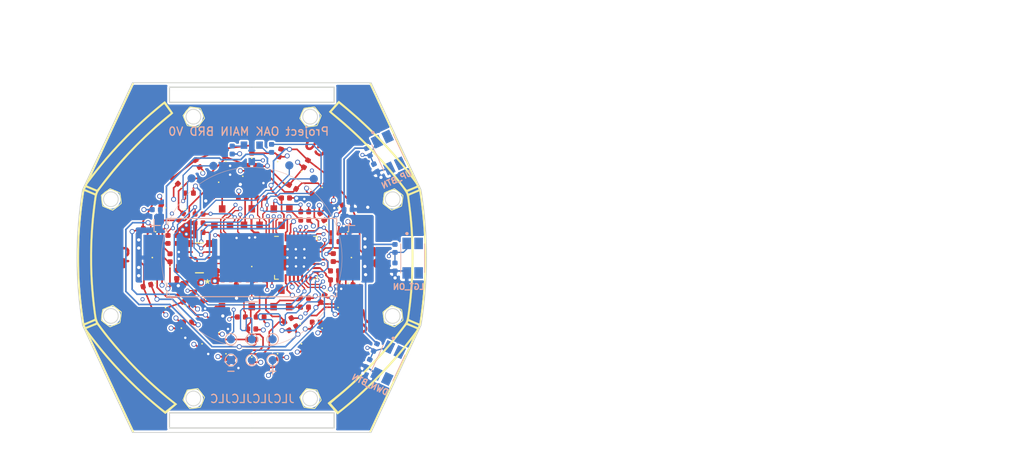
<source format=kicad_pcb>
(kicad_pcb (version 20171130) (host pcbnew "(5.1.6)-1")
  (title_block (title "Project OAK MAIN BRD") (date 2024-06-09) (rev A))
  (layers (0 F.Cu signal) (1 In2.GND power hide) (2 In3.SIG signal hide) (3 In4.GND power hide) (4 In5.PWR power hide) (31 B.Cu signal) (34 B.Paste user hide) (35 F.Paste user hide) (36 B.SilkS user) (37 F.SilkS user) (38 B.Mask user hide) (39 F.Mask user hide) (44 Edge.Cuts user))
  (net 0 "")
  (net 1 +3V0)
  (net 2 GND)
  (net 3 /LGT_ON_BTN)
  (net 4 /UP_BTN)
  (net 5 /AREF)
  (net 6 /VOUT)
  (net 7 /MCU_RSTn)
  (net 8 /C1_T)
  (net 9 /C2_T)
  (net 10 /C3_T)
  (net 11 /C4_T)
  (net 12 /C5_T)
  (net 13 "Net-(D1-Pad2)")
  (net 14 /R1)
  (net 15 /C6_T)
  (net 16 /R2)
  (net 17 /R3)
  (net 18 /R4)
  (net 19 /R5)
  (net 20 /R6)
  (net 21 "Net-(Q1-Pad2)")
  (net 22 "Net-(Q1-Pad1)")
  (net 23 "Net-(Q2-Pad1)")
  (net 24 "Net-(Q2-Pad2)")
  (net 25 "Net-(Q3-Pad1)")
  (net 26 "Net-(Q3-Pad2)")
  (net 27 "Net-(Q4-Pad1)")
  (net 28 "Net-(Q4-Pad2)")
  (net 29 "Net-(Q5-Pad2)")
  (net 30 "Net-(Q5-Pad1)")
  (net 31 "Net-(Q6-Pad2)")
  (net 32 "Net-(Q6-Pad1)")
  (net 33 "Net-(Q7-Pad1)")
  (net 34 "Net-(Q7-Pad2)")
  (net 35 /EXT_3V3_IN)
  (net 36 /+3V0_MON_LED)
  (net 37 /RTC_INT)
  (net 38 /DBG_RX)
  (net 39 /R2_R)
  (net 40 /R3_R)
  (net 41 /DBG_TX)
  (net 42 /RTC_SCL)
  (net 43 /RTC_SDA)
  (net 44 /RTC_RSTO)
  (net 45 /C6)
  (net 46 /+3V0_VOL_MON)
  (net 47 /C5)
  (net 48 /C4)
  (net 49 /C3)
  (net 50 /C2)
  (net 51 /C1)
  (net 52 /R6_R)
  (net 53 /R1_R)
  (net 54 /R4_R)
  (net 55 /R5_R)
  (net 56 "Net-(S1-Pad3)")
  (net 57 "Net-(S1-Pad4)")
  (net 58 "Net-(S2-Pad4)")
  (net 59 "Net-(S2-Pad3)")
  (net 60 "Net-(S3-Pad4)")
  (net 61 "Net-(S3-Pad3)")
  (net 62 /PE1)
  (net 63 /ICSP_MOSI)
  (net 64 /ICSP_MISO)
  (net 65 /ICSP_SCK)
  (net 66 /PB6)
  (net 67 /PB7)
  (net 68 /RTC_FOUT)
  (net 69 /DWN_BTN)
  (module LOGO (layer F.Cu) (at 70.4596 93.472)
    (fp_text reference G*** hide)
    (fp_text value LOGO hide)
  )
  (module LOGO (layer F.Cu) (at 70.4596 93.472)
    (fp_text reference G*** hide)
    (fp_text value LOGO hide)
  )
  (module LOGO (layer F.Cu) (at 160.5661 63.5)
    (fp_text reference G*** hide)
    (fp_text value LOGO hide)
  )
  (module LOGO (layer F.Cu) (at 160.5661 63.5)
    (fp_text reference G*** hide)
    (fp_text value LOGO hide)
  )
  (module LOGO (layer F.Cu) (at 160.5661 63.5)
    (fp_text reference G*** hide)
    (fp_text value LOGO hide)
  )
  (module LOGO (layer F.Cu) (at 160.5661 63.5)
    (fp_text reference G*** hide)
    (fp_text value LOGO hide)
  )
  (module LOGO (layer F.Cu) (at 103.6701 88.7095)
    (fp_text reference G*** hide)
    (fp_text value LOGO hide)
  )
  (module LOGO (layer F.Cu) (at 103.6701 88.7095)
    (fp_text reference G*** hide)
    (fp_text value LOGO hide)
  )
  (module LOGO (layer F.Cu) (at 103.6701 88.7095)
    (fp_text reference G*** hide)
    (fp_text value LOGO hide)
  )
  (module LOGO (layer F.Cu) (at 69.8881 109.093)
    (fp_text reference G*** hide)
    (fp_text value LOGO hide)
  )
  (module LOGO (layer F.Cu) (at 69.8881 109.093)
    (fp_text reference G*** hide)
    (fp_text value LOGO hide)
    (fp_poly (pts (xy 1.55575 -0.508) (xy 1.672167 -0.393029) (xy 1.672167 0.668196) (xy 1.55575 0.783167) (xy 1.439334 0.898137) (xy 1.439334 -0.62297) (xy 1.55575 -0.508)) (layer F.Cu) (width 0.01))
    (fp_poly (pts (xy 1.25906 0.782463) (xy 1.288331 0.842095) (xy 1.307681 0.885098) (xy 1.312334 0.89888) (xy 1.293019 0.904619) (xy 1.242469 0.908683) (xy 1.174226 0.910167) (xy 1.099024 0.908839) (xy 1.055081 0.902385) (xy 1.03135 0.887102) (xy 1.016781 0.859285) (xy 1.015946 0.857107) (xy 0.991131 0.798952) (xy 0.963009 0.74069) (xy 0.930246 0.677334) (xy 1.205787 0.677334) (xy 1.25906 0.782463)) (layer F.Cu) (width 0.01))
    (fp_poly (pts (xy 0.805828 -0.126852) (xy 0.872821 0.006777) (xy 0.933131 0.128028) (xy 0.984239 0.231764) (xy 1.023629 0.312844) (xy 1.048783 0.366131) (xy 1.057198 0.386292) (xy 1.038503 0.394375) (xy 0.988484 0.400093) (xy 0.920938 0.402167) (xy 0.783542 0.402167) (xy 0.670294 0.176421) (xy 0.557045 -0.049326) (xy 0.072061 0.899584) (xy -0.212761 0.912126) (xy 0.555593 -0.62412) (xy 0.805828 -0.126852)) (layer F.Cu) (width 0.01))
    (fp_poly (pts (xy -0.5715 0.910167) (xy -0.783166 0.910167) (xy -0.783166 0.656167) (xy -0.5715 0.656167) (xy -0.5715 0.910167)) (layer F.Cu) (width 0.01))
  )
  (module LOGO (layer F.Cu) (at 103.6701 88.7095)
    (fp_text reference G*** hide)
    (fp_text value LOGO hide)
  )
  (module LOGO (layer F.Cu) (at 103.6701 88.7095)
    (fp_text reference G*** hide)
    (fp_text value LOGO hide)
  )
  (module Package_TO_SOT_SMD:SOT-23 (layer B.Cu) (at 70.4596 80.772 270)
    (fp_text reference Q1 hide)
    (fp_text value BC547)
    (pad 3 smd rect (at 1 0 270) (size 0.9 0.8) (layers B.Cu B.Paste B.Mask) (net 13 "Net-(D1-Pad2)"))
    (pad 2 smd rect (at -1 -0.95 270) (size 0.9 0.8) (layers B.Cu B.Paste B.Mask) (net 21 "Net-(Q1-Pad2)"))
    (pad 1 smd rect (at -1 0.95 270) (size 0.9 0.8) (layers B.Cu B.Paste B.Mask) (net 22 "Net-(Q1-Pad1)"))
  )
  (module Package_TO_SOT_SMD:SOT-23 (layer F.Cu) (at 66.8528 88.5444 90)
    (fp_text reference Q6 hide)
    (fp_text value BC547 hide)
    (pad 3 smd rect (at 1 0 90) (size 0.9 0.8) (layers F.Cu F.Paste F.Mask) (net 9 /C2_T))
    (pad 2 smd rect (at -1 0.95 90) (size 0.9 0.8) (layers F.Cu F.Paste F.Mask) (net 31 "Net-(Q6-Pad2)"))
    (pad 1 smd rect (at -1 -0.95 90) (size 0.9 0.8) (layers F.Cu F.Paste F.Mask) (net 32 "Net-(Q6-Pad1)"))
  )
  (module Package_TO_SOT_SMD:SOT-23 (layer F.Cu) (at 70.4596 88.5284 90)
    (fp_text reference Q7 hide)
    (fp_text value BC547 hide)
    (pad 1 smd rect (at -1 -0.95 90) (size 0.9 0.8) (layers F.Cu F.Paste F.Mask) (net 33 "Net-(Q7-Pad1)"))
    (pad 2 smd rect (at -1 0.95 90) (size 0.9 0.8) (layers F.Cu F.Paste F.Mask) (net 34 "Net-(Q7-Pad2)"))
    (pad 3 smd rect (at 1 0 90) (size 0.9 0.8) (layers F.Cu F.Paste F.Mask) (net 8 /C1_T))
  )
  (module Package_TO_SOT_SMD:SOT-23 (layer F.Cu) (at 74.0918 88.5444 270)
    (fp_text reference Q5 hide)
    (fp_text value BC547 hide)
    (pad 3 smd rect (at 1 0 270) (size 0.9 0.8) (layers F.Cu F.Paste F.Mask) (net 10 /C3_T))
    (pad 2 smd rect (at -1 0.95 270) (size 0.9 0.8) (layers F.Cu F.Paste F.Mask) (net 29 "Net-(Q5-Pad2)"))
    (pad 1 smd rect (at -1 -0.95 270) (size 0.9 0.8) (layers F.Cu F.Paste F.Mask) (net 30 "Net-(Q5-Pad1)"))
  )
  (module Package_TO_SOT_SMD:SOT-23 (layer F.Cu) (at 66.8274 98.4504 270)
    (fp_text reference Q2 hide)
    (fp_text value BC547 hide)
    (pad 1 smd rect (at -1 -0.95 270) (size 0.9 0.8) (layers F.Cu F.Paste F.Mask) (net 23 "Net-(Q2-Pad1)"))
    (pad 2 smd rect (at -1 0.95 270) (size 0.9 0.8) (layers F.Cu F.Paste F.Mask) (net 24 "Net-(Q2-Pad2)"))
    (pad 3 smd rect (at 1 0 270) (size 0.9 0.8) (layers F.Cu F.Paste F.Mask) (net 15 /C6_T))
  )
  (module Package_TO_SOT_SMD:SOT-23 (layer F.Cu) (at 74.0664 98.4504 90)
    (fp_text reference Q4 hide)
    (fp_text value BC547 hide)
    (pad 1 smd rect (at -1 -0.95 90) (size 0.9 0.8) (layers F.Cu F.Paste F.Mask) (net 27 "Net-(Q4-Pad1)"))
    (pad 2 smd rect (at -1 0.95 90) (size 0.9 0.8) (layers F.Cu F.Paste F.Mask) (net 28 "Net-(Q4-Pad2)"))
    (pad 3 smd rect (at 1 0 90) (size 0.9 0.8) (layers F.Cu F.Paste F.Mask) (net 11 /C4_T))
  )
  (module Package_TO_SOT_SMD:SOT-23 (layer F.Cu) (at 70.4596 98.4504 270)
    (fp_text reference Q3 hide)
    (fp_text value BC547 hide)
    (pad 1 smd rect (at -1 -0.95 270) (size 0.9 0.8) (layers F.Cu F.Paste F.Mask) (net 25 "Net-(Q3-Pad1)"))
    (pad 2 smd rect (at -1 0.95 270) (size 0.9 0.8) (layers F.Cu F.Paste F.Mask) (net 26 "Net-(Q3-Pad2)"))
    (pad 3 smd rect (at 1 0 270) (size 0.9 0.8) (layers F.Cu F.Paste F.Mask) (net 12 /C5_T))
  )
  (module TestPoint:TestPoint_Pad_D1.0mm (layer B.Cu) (at 65.786 82.296)
    (fp_text reference TP10 hide)
    (fp_text value TestPoint)
    (pad 1 smd circle (at 0 0) (size 1 1) (layers B.Cu B.Mask) (net 41 /DBG_TX))
  )
  (module TestPoint:TestPoint_Pad_D1.0mm (layer B.Cu) (at 63.119 83.82)
    (fp_text reference TP9 hide)
    (fp_text value TestPoint)
    (pad 1 smd circle (at 0 0) (size 1 1) (layers B.Cu B.Mask) (net 38 /DBG_RX))
  )
  (module TestPoint:TestPoint_Pad_D1.0mm (layer B.Cu) (at 78.0161 83.8835)
    (fp_text reference TP11 hide)
    (fp_text value TestPoint)
    (pad 1 smd circle (at 0 0) (size 1 1) (layers B.Cu B.Mask) (net 44 /RTC_RSTO))
  )
  (module TestPoint:TestPoint_Pad_D1.0mm (layer B.Cu) (at 75.0316 82.2325)
    (fp_text reference TP8 hide)
    (fp_text value TestPoint)
    (pad 1 smd circle (at 0 0) (size 1 1) (layers B.Cu B.Mask) (net 68 /RTC_FOUT))
  )
  (module TestPoint:TestPoint_Pad_D1.0mm (layer F.Cu) (at 68.8848 93.726)
    (fp_text reference TP6 hide)
    (fp_text value TestPoint hide)
    (pad 1 smd circle (at 0 0) (size 1 1) (layers F.Cu F.Mask) (net 66 /PB6))
  )
  (module TestPoint:TestPoint_Pad_D1.0mm (layer F.Cu) (at 68.834 92.202)
    (fp_text reference TP2 hide)
    (fp_text value TestPoint hide)
    (pad 1 smd circle (at 0 0) (size 1 1) (layers F.Cu F.Mask) (net 62 /PE1))
  )
  (module TestPoint:TestPoint_Pad_D1.0mm (layer F.Cu) (at 68.1101 94.996)
    (fp_text reference TP7 hide)
    (fp_text value TestPoint hide)
    (pad 1 smd circle (at 0 0) (size 1 1) (layers F.Cu F.Mask) (net 67 /PB7))
  )
  (module Resistor_SMD:R_0402_1005Metric (layer F.Cu) (at 80.5942 91.5289 180)
    (fp_text reference R17 hide)
    (fp_text value 10k)
    (pad 1 smd roundrect (at -0.485 0 180) (size 0.59 0.64) (layers F.Cu F.Paste F.Mask) (net 1 +3V0))
    (pad 2 smd roundrect (at 0.485 0 180) (size 0.59 0.64) (layers F.Cu F.Paste F.Mask) (net 7 /MCU_RSTn))
  )
  (module Battery:BAT_BC-2003 (layer B.Cu) (at 70.4596 93.472)
    (fp_text reference BT1 hide)
    (fp_text value BC-2003)
    (pad S1+ smd rect (at -11.905 0) (size 2.6 5.56) (layers B.Cu B.Paste B.Mask) (net 1 +3V0))
    (pad S2+ smd rect (at 11.905 0) (size 2.6 5.56) (layers B.Cu B.Paste B.Mask) (net 1 +3V0))
    (pad - smd rect (at 0 0) (size 7.8 5.96) (layers B.Cu B.Mask) (net 2 GND))
  )
  (module Capacitor_SMD:C_0402_1005Metric (layer B.Cu) (at 87.9094 94.615 270)
    (fp_text reference C1 hide)
    (fp_text value 0.1u)
    (pad 1 smd roundrect (at -0.485 0 270) (size 0.59 0.64) (layers B.Cu B.Paste B.Mask) (net 3 /LGT_ON_BTN))
    (pad 2 smd roundrect (at 0.485 0 270) (size 0.59 0.64) (layers B.Cu B.Paste B.Mask) (net 2 GND))
  )
  (module Capacitor_SMD:C_0402_1005Metric (layer B.Cu) (at 85.5472 82.5246 295)
    (fp_text reference C2 hide)
    (fp_text value 0.1u)
    (pad 2 smd roundrect (at 0.485 0 295) (size 0.59 0.64) (layers B.Cu B.Paste B.Mask) (net 2 GND))
    (pad 1 smd roundrect (at -0.485 0 295) (size 0.59 0.64) (layers B.Cu B.Paste B.Mask) (net 4 /UP_BTN))
  )
  (module Capacitor_SMD:C_0402_1005Metric (layer B.Cu) (at 84.6328 106.3498 245)
    (fp_text reference C3 hide)
    (fp_text value 0.1u)
    (pad 1 smd roundrect (at -0.485 0 245) (size 0.59 0.64) (layers B.Cu B.Paste B.Mask) (net 69 /DWN_BTN))
    (pad 2 smd roundrect (at 0.485 0 245) (size 0.59 0.64) (layers B.Cu B.Paste B.Mask) (net 2 GND))
  )
  (module Capacitor_SMD:C_0402_1005Metric (layer B.Cu) (at 82.1944 87.63)
    (fp_text reference C4 hide)
    (fp_text value 10u)
    (pad 1 smd roundrect (at -0.485 0) (size 0.59 0.64) (layers B.Cu B.Paste B.Mask) (net 1 +3V0))
    (pad 2 smd roundrect (at 0.485 0) (size 0.59 0.64) (layers B.Cu B.Paste B.Mask) (net 2 GND))
  )
  (module Capacitor_SMD:C_0402_1005Metric (layer F.Cu) (at 71.0565 91.948 180)
    (fp_text reference C6 hide)
    (fp_text value 4.7u)
    (pad 1 smd roundrect (at -0.485 0 180) (size 0.59 0.64) (layers F.Cu F.Paste F.Mask) (net 1 +3V0))
    (pad 2 smd roundrect (at 0.485 0 180) (size 0.59 0.64) (layers F.Cu F.Paste F.Mask) (net 2 GND))
  )
  (module Capacitor_SMD:C_0402_1005Metric (layer F.Cu) (at 80.5434 96.1898)
    (fp_text reference C7 hide)
    (fp_text value 0.1u)
    (pad 1 smd roundrect (at -0.485 0) (size 0.59 0.64) (layers F.Cu F.Paste F.Mask) (net 1 +3V0))
    (pad 2 smd roundrect (at 0.485 0) (size 0.59 0.64) (layers F.Cu F.Paste F.Mask) (net 2 GND))
  )
  (module Capacitor_SMD:C_0402_1005Metric (layer F.Cu) (at 71.7296 93.472 270)
    (fp_text reference C8 hide)
    (fp_text value 0.1u)
    (pad 2 smd roundrect (at 0.485 0 270) (size 0.59 0.64) (layers F.Cu F.Paste F.Mask) (net 2 GND))
    (pad 1 smd roundrect (at -0.485 0 270) (size 0.59 0.64) (layers F.Cu F.Paste F.Mask) (net 1 +3V0))
  )
  (module Capacitor_SMD:C_0402_1005Metric (layer F.Cu) (at 80.5434 95.0976)
    (fp_text reference C9 hide)
    (fp_text value 0.1u)
    (pad 2 smd roundrect (at 0.485 0) (size 0.59 0.64) (layers F.Cu F.Paste F.Mask) (net 2 GND))
    (pad 1 smd roundrect (at -0.485 0) (size 0.59 0.64) (layers F.Cu F.Paste F.Mask) (net 5 /AREF))
  )
  (module Capacitor_SMD:C_0402_1005Metric (layer F.Cu) (at 62.9158 96.5708 180)
    (fp_text reference C10 hide)
    (fp_text value 0.1u)
    (pad 1 smd roundrect (at -0.485 0 180) (size 0.59 0.64) (layers F.Cu F.Paste F.Mask) (net 1 +3V0))
    (pad 2 smd roundrect (at 0.485 0 180) (size 0.59 0.64) (layers F.Cu F.Paste F.Mask) (net 2 GND))
  )
  (module Capacitor_SMD:C_0402_1005Metric (layer F.Cu) (at 61.3156 95.5294 270)
    (fp_text reference C11 hide)
    (fp_text value 1u)
    (pad 1 smd roundrect (at -0.485 0 270) (size 0.59 0.64) (layers F.Cu F.Paste F.Mask) (net 6 /VOUT))
    (pad 2 smd roundrect (at 0.485 0 270) (size 0.59 0.64) (layers F.Cu F.Paste F.Mask) (net 2 GND))
  )
  (module Capacitor_SMD:C_0402_1005Metric (layer F.Cu) (at 67.414 96.1644)
    (fp_text reference C12 hide)
    (fp_text value 0.1u)
    (pad 2 smd roundrect (at 0.485 0) (size 0.59 0.64) (layers F.Cu F.Paste F.Mask) (net 2 GND))
    (pad 1 smd roundrect (at -0.485 0) (size 0.59 0.64) (layers F.Cu F.Paste F.Mask) (net 1 +3V0))
  )
  (module Capacitor_SMD:C_0402_1005Metric (layer F.Cu) (at 80.5942 90.4621)
    (fp_text reference C13 hide)
    (fp_text value 0.1u)
    (pad 2 smd roundrect (at 0.485 0) (size 0.59 0.64) (layers F.Cu F.Paste F.Mask) (net 2 GND))
    (pad 1 smd roundrect (at -0.485 0) (size 0.59 0.64) (layers F.Cu F.Paste F.Mask) (net 7 /MCU_RSTn))
  )
  (module Capacitor_SMD:C_0402_1005Metric (layer F.Cu) (at 70.4596 84.7598 180)
    (fp_text reference C14 hide)
    (fp_text value 10u)
    (pad 2 smd roundrect (at 0.485 0 180) (size 0.59 0.64) (layers F.Cu F.Paste F.Mask) (net 2 GND))
    (pad 1 smd roundrect (at -0.485 0 180) (size 0.59 0.64) (layers F.Cu F.Paste F.Mask) (net 8 /C1_T))
  )
  (module Capacitor_SMD:C_0402_1005Metric (layer F.Cu) (at 66.0654 85.8774 210)
    (fp_text reference C15 hide)
    (fp_text value 10u)
    (pad 1 smd roundrect (at -0.485 0 210) (size 0.59 0.64) (layers F.Cu F.Paste F.Mask) (net 9 /C2_T))
    (pad 2 smd roundrect (at 0.485 0 210) (size 0.59 0.64) (layers F.Cu F.Paste F.Mask) (net 2 GND))
  )
  (module Capacitor_SMD:C_0402_1005Metric (layer F.Cu) (at 74.5744 86.2076)
    (fp_text reference C16 hide)
    (fp_text value 10u)
    (pad 1 smd roundrect (at -0.485 0) (size 0.59 0.64) (layers F.Cu F.Paste F.Mask) (net 10 /C3_T))
    (pad 2 smd roundrect (at 0.485 0) (size 0.59 0.64) (layers F.Cu F.Paste F.Mask) (net 2 GND))
  )
  (module Capacitor_SMD:C_0402_1005Metric (layer F.Cu) (at 74.8538 101.092 30)
    (fp_text reference C17 hide)
    (fp_text value 10u)
    (pad 2 smd roundrect (at 0.485 0 30) (size 0.59 0.64) (layers F.Cu F.Paste F.Mask) (net 2 GND))
    (pad 1 smd roundrect (at -0.485 0 30) (size 0.59 0.64) (layers F.Cu F.Paste F.Mask) (net 11 /C4_T))
  )
  (module Capacitor_SMD:C_0402_1005Metric (layer F.Cu) (at 70.4596 102.1715)
    (fp_text reference C18 hide)
    (fp_text value 10u)
    (pad 1 smd roundrect (at -0.485 0) (size 0.59 0.64) (layers F.Cu F.Paste F.Mask) (net 12 /C5_T))
    (pad 2 smd roundrect (at 0.485 0) (size 0.59 0.64) (layers F.Cu F.Paste F.Mask) (net 2 GND))
  )
  (module LED_SMD:LED_0402_1005Metric (layer F.Cu) (at 70.4596 93.472 90)
    (fp_text reference D1 hide)
    (fp_text value LED)
    (pad 2 smd roundrect (at 0.485 0 90) (size 0.59 0.64) (layers F.Cu F.Paste F.Mask) (net 13 "Net-(D1-Pad2)"))
    (pad 1 smd roundrect (at -0.485 0 90) (size 0.59 0.64) (layers F.Cu F.Paste F.Mask) (net 2 GND))
  )
  (module LED_SMD:LED_0402_1005Metric (layer F.Cu) (at 70.4596 83.566)
    (fp_text reference D2 hide)
    (fp_text value LED)
    (pad 2 smd roundrect (at 0.485 0) (size 0.59 0.64) (layers F.Cu F.Paste F.Mask) (net 8 /C1_T))
    (pad 1 smd roundrect (at -0.485 0) (size 0.59 0.64) (layers F.Cu F.Paste F.Mask) (net 14 /R1))
  )
  (module LED_SMD:LED_0402_1005Metric (layer F.Cu) (at 65.4812 84.836 210)
    (fp_text reference D3 hide)
    (fp_text value LED)
    (pad 1 smd roundrect (at -0.485 0 210) (size 0.59 0.64) (layers F.Cu F.Paste F.Mask) (net 14 /R1))
    (pad 2 smd roundrect (at 0.485 0 210) (size 0.59 0.64) (layers F.Cu F.Paste F.Mask) (net 9 /C2_T))
  )
  (module LED_SMD:LED_0402_1005Metric (layer F.Cu) (at 73.8886 80.7212 75)
    (fp_text reference D4 hide)
    (fp_text value LED)
    (pad 2 smd roundrect (at 0.485 0 75) (size 0.59 0.64) (layers F.Cu F.Paste F.Mask) (net 10 /C3_T))
    (pad 1 smd roundrect (at -0.485 0 75) (size 0.59 0.64) (layers F.Cu F.Paste F.Mask) (net 14 /R1))
  )
  (module LED_SMD:LED_0402_1005Metric (layer F.Cu) (at 70.4596 106.7054 270)
    (fp_text reference D5 hide)
    (fp_text value LED)
    (pad 1 smd roundrect (at -0.485 0 270) (size 0.59 0.64) (layers F.Cu F.Paste F.Mask) (net 14 /R1))
    (pad 2 smd roundrect (at 0.485 0 270) (size 0.59 0.64) (layers F.Cu F.Paste F.Mask) (net 11 /C4_T))
  )
  (module LED_SMD:LED_0402_1005Metric (layer F.Cu) (at 67.0306 106.2482 255)
    (fp_text reference D6 hide)
    (fp_text value LED)
    (pad 2 smd roundrect (at 0.485 0 255) (size 0.59 0.64) (layers F.Cu F.Paste F.Mask) (net 12 /C5_T))
    (pad 1 smd roundrect (at -0.485 0 255) (size 0.59 0.64) (layers F.Cu F.Paste F.Mask) (net 14 /R1))
  )
  (module LED_SMD:LED_0402_1005Metric (layer F.Cu) (at 70.4596 80.2664 90)
    (fp_text reference D7 hide)
    (fp_text value LED)
    (pad 1 smd roundrect (at -0.485 0 90) (size 0.59 0.64) (layers F.Cu F.Paste F.Mask) (net 14 /R1))
    (pad 2 smd roundrect (at 0.485 0 90) (size 0.59 0.64) (layers F.Cu F.Paste F.Mask) (net 15 /C6_T))
  )
  (module LED_SMD:LED_0402_1005Metric (layer F.Cu) (at 75.438 84.8614 330)
    (fp_text reference D8 hide)
    (fp_text value LED)
    (pad 2 smd roundrect (at 0.485 0 330) (size 0.59 0.64) (layers F.Cu F.Paste F.Mask) (net 8 /C1_T))
    (pad 1 smd roundrect (at -0.485 0 330) (size 0.59 0.64) (layers F.Cu F.Paste F.Mask) (net 16 /R2))
  )
  (module LED_SMD:LED_0402_1005Metric (layer F.Cu) (at 61.849 88.519 240)
    (fp_text reference D9 hide)
    (fp_text value LED)
    (pad 1 smd roundrect (at -0.485 0 240) (size 0.59 0.64) (layers F.Cu F.Paste F.Mask) (net 16 /R2))
    (pad 2 smd roundrect (at 0.485 0 240) (size 0.59 0.64) (layers F.Cu F.Paste F.Mask) (net 9 /C2_T))
  )
  (module LED_SMD:LED_0402_1005Metric (layer F.Cu) (at 77.0636 82.042 60)
    (fp_text reference D10 hide)
    (fp_text value LED)
    (pad 2 smd roundrect (at 0.485 0 60) (size 0.59 0.64) (layers F.Cu F.Paste F.Mask) (net 10 /C3_T))
    (pad 1 smd roundrect (at -0.485 0 60) (size 0.59 0.64) (layers F.Cu F.Paste F.Mask) (net 16 /R2))
  )
  (module LED_SMD:LED_0402_1005Metric (layer F.Cu) (at 73.8886 106.2482 285)
    (fp_text reference D11 hide)
    (fp_text value LED)
    (pad 1 smd roundrect (at -0.485 0 285) (size 0.59 0.64) (layers F.Cu F.Paste F.Mask) (net 16 /R2))
    (pad 2 smd roundrect (at 0.485 0 285) (size 0.59 0.64) (layers F.Cu F.Paste F.Mask) (net 11 /C4_T))
  )
  (module LED_SMD:LED_0402_1005Metric (layer F.Cu) (at 63.8556 104.9274 240)
    (fp_text reference D12 hide)
    (fp_text value LED)
    (pad 2 smd roundrect (at 0.485 0 240) (size 0.59 0.64) (layers F.Cu F.Paste F.Mask) (net 12 /C5_T))
    (pad 1 smd roundrect (at -0.485 0 240) (size 0.59 0.64) (layers F.Cu F.Paste F.Mask) (net 16 /R2))
  )
  (module LED_SMD:LED_0402_1005Metric (layer F.Cu) (at 67.0306 80.6958 105)
    (fp_text reference D13 hide)
    (fp_text value LED)
    (pad 2 smd roundrect (at 0.485 0 105) (size 0.59 0.64) (layers F.Cu F.Paste F.Mask) (net 15 /C6_T))
    (pad 1 smd roundrect (at -0.485 0 105) (size 0.59 0.64) (layers F.Cu F.Paste F.Mask) (net 16 /R2))
  )
  (module LED_SMD:LED_0402_1005Metric (layer F.Cu) (at 79.0448 88.519 120)
    (fp_text reference D14 hide)
    (fp_text value LED)
    (pad 1 smd roundrect (at -0.485 0 120) (size 0.59 0.64) (layers F.Cu F.Paste F.Mask) (net 17 /R3))
    (pad 2 smd roundrect (at 0.485 0 120) (size 0.59 0.64) (layers F.Cu F.Paste F.Mask) (net 8 /C1_T))
  )
  (module LED_SMD:LED_0402_1005Metric (layer F.Cu) (at 60.5028 93.4974 90)
    (fp_text reference D15 hide)
    (fp_text value LED)
    (pad 2 smd roundrect (at 0.485 0 90) (size 0.59 0.64) (layers F.Cu F.Paste F.Mask) (net 9 /C2_T))
    (pad 1 smd roundrect (at -0.485 0 90) (size 0.59 0.64) (layers F.Cu F.Paste F.Mask) (net 17 /R3))
  )
  (module LED_SMD:LED_0402_1005Metric (layer F.Cu) (at 79.8068 84.1502 45)
    (fp_text reference D16 hide)
    (fp_text value LED)
    (pad 1 smd roundrect (at -0.485 0 45) (size 0.59 0.64) (layers F.Cu F.Paste F.Mask) (net 17 /R3))
    (pad 2 smd roundrect (at 0.485 0 45) (size 0.59 0.64) (layers F.Cu F.Paste F.Mask) (net 10 /C3_T))
  )
  (module LED_SMD:LED_0402_1005Metric (layer F.Cu) (at 77.0636 104.9274 300)
    (fp_text reference D17 hide)
    (fp_text value LED)
    (pad 2 smd roundrect (at 0.485 0 300) (size 0.59 0.64) (layers F.Cu F.Paste F.Mask) (net 11 /C4_T))
    (pad 1 smd roundrect (at -0.485 0 300) (size 0.59 0.64) (layers F.Cu F.Paste F.Mask) (net 17 /R3))
  )
  (module LED_SMD:LED_0402_1005Metric (layer F.Cu) (at 61.1124 102.8446 225)
    (fp_text reference D18 hide)
    (fp_text value LED)
    (pad 1 smd roundrect (at -0.485 0 225) (size 0.59 0.64) (layers F.Cu F.Paste F.Mask) (net 17 /R3))
    (pad 2 smd roundrect (at 0.485 0 225) (size 0.59 0.64) (layers F.Cu F.Paste F.Mask) (net 12 /C5_T))
  )
  (module LED_SMD:LED_0402_1005Metric (layer F.Cu) (at 63.8556 82.0166 120)
    (fp_text reference D19 hide)
    (fp_text value LED)
    (pad 2 smd roundrect (at 0.485 0 120) (size 0.59 0.64) (layers F.Cu F.Paste F.Mask) (net 15 /C6_T))
    (pad 1 smd roundrect (at -0.485 0 120) (size 0.59 0.64) (layers F.Cu F.Paste F.Mask) (net 17 /R3))
  )
  (module LED_SMD:LED_0402_1005Metric (layer F.Cu) (at 80.391 93.472 270)
    (fp_text reference D20 hide)
    (fp_text value LED)
    (pad 1 smd roundrect (at -0.485 0 270) (size 0.59 0.64) (layers F.Cu F.Paste F.Mask) (net 18 /R4))
    (pad 2 smd roundrect (at 0.485 0 270) (size 0.59 0.64) (layers F.Cu F.Paste F.Mask) (net 8 /C1_T))
  )
  (module LED_SMD:LED_0402_1005Metric (layer F.Cu) (at 61.849 98.4504 120)
    (fp_text reference D21 hide)
    (fp_text value LED)
    (pad 2 smd roundrect (at 0.485 0 120) (size 0.59 0.64) (layers F.Cu F.Paste F.Mask) (net 9 /C2_T))
    (pad 1 smd roundrect (at -0.485 0 120) (size 0.59 0.64) (layers F.Cu F.Paste F.Mask) (net 18 /R4))
  )
  (module LED_SMD:LED_0402_1005Metric (layer F.Cu) (at 81.915 86.868 30)
    (fp_text reference D22 hide)
    (fp_text value LED)
    (pad 1 smd roundrect (at -0.485 0 30) (size 0.59 0.64) (layers F.Cu F.Paste F.Mask) (net 18 /R4))
    (pad 2 smd roundrect (at 0.485 0 30) (size 0.59 0.64) (layers F.Cu F.Paste F.Mask) (net 10 /C3_T))
  )
  (module LED_SMD:LED_0402_1005Metric (layer F.Cu) (at 79.8068 102.8446 315)
    (fp_text reference D23 hide)
    (fp_text value LED)
    (pad 2 smd roundrect (at 0.485 0 315) (size 0.59 0.64) (layers F.Cu F.Paste F.Mask) (net 11 /C4_T))
    (pad 1 smd roundrect (at -0.485 0 315) (size 0.59 0.64) (layers F.Cu F.Paste F.Mask) (net 18 /R4))
  )
  (module LED_SMD:LED_0402_1005Metric (layer F.Cu) (at 59.0042 100.1014 210)
    (fp_text reference D24 hide)
    (fp_text value LED)
    (pad 1 smd roundrect (at -0.485 0 210) (size 0.59 0.64) (layers F.Cu F.Paste F.Mask) (net 18 /R4))
    (pad 2 smd roundrect (at 0.485 0 210) (size 0.59 0.64) (layers F.Cu F.Paste F.Mask) (net 12 /C5_T))
  )
  (module LED_SMD:LED_0402_1005Metric (layer F.Cu) (at 61.1124 84.1248 135)
    (fp_text reference D25 hide)
    (fp_text value LED)
    (pad 1 smd roundrect (at -0.485 0 135) (size 0.59 0.64) (layers F.Cu F.Paste F.Mask) (net 18 /R4))
    (pad 2 smd roundrect (at 0.485 0 135) (size 0.59 0.64) (layers F.Cu F.Paste F.Mask) (net 15 /C6_T))
  )
  (module LED_SMD:LED_0402_1005Metric (layer F.Cu) (at 79.0956 98.4504 240)
    (fp_text reference D26 hide)
    (fp_text value LED)
    (pad 1 smd roundrect (at -0.485 0 240) (size 0.59 0.64) (layers F.Cu F.Paste F.Mask) (net 19 /R5))
    (pad 2 smd roundrect (at 0.485 0 240) (size 0.59 0.64) (layers F.Cu F.Paste F.Mask) (net 8 /C1_T))
  )
  (module LED_SMD:LED_0402_1005Metric (layer F.Cu) (at 65.5066 102.0826 150)
    (fp_text reference D27 hide)
    (fp_text value LED)
    (pad 1 smd roundrect (at -0.485 0 150) (size 0.59 0.64) (layers F.Cu F.Paste F.Mask) (net 19 /R5))
    (pad 2 smd roundrect (at 0.485 0 150) (size 0.59 0.64) (layers F.Cu F.Paste F.Mask) (net 9 /C2_T))
  )
  (module LED_SMD:LED_0402_1005Metric (layer F.Cu) (at 83.2104 90.043 15)
    (fp_text reference D28 hide)
    (fp_text value LED)
    (pad 2 smd roundrect (at 0.485 0 15) (size 0.59 0.64) (layers F.Cu F.Paste F.Mask) (net 10 /C3_T))
    (pad 1 smd roundrect (at -0.485 0 15) (size 0.59 0.64) (layers F.Cu F.Paste F.Mask) (net 19 /R5))
  )
  (module LED_SMD:LED_0402_1005Metric (layer F.Cu) (at 81.915 100.1014 330)
    (fp_text reference D29 hide)
    (fp_text value LED)
    (pad 1 smd roundrect (at -0.485 0 330) (size 0.59 0.64) (layers F.Cu F.Paste F.Mask) (net 19 /R5))
    (pad 2 smd roundrect (at 0.485 0 330) (size 0.59 0.64) (layers F.Cu F.Paste F.Mask) (net 11 /C4_T))
  )
  (module LED_SMD:LED_0402_1005Metric (layer F.Cu) (at 57.6834 96.8756 195)
    (fp_text reference D30 hide)
    (fp_text value LED)
    (pad 2 smd roundrect (at 0.485 0 195) (size 0.59 0.64) (layers F.Cu F.Paste F.Mask) (net 12 /C5_T))
    (pad 1 smd roundrect (at -0.485 0 195) (size 0.59 0.64) (layers F.Cu F.Paste F.Mask) (net 19 /R5))
  )
  (module LED_SMD:LED_0402_1005Metric (layer F.Cu) (at 59.0042 86.868 150)
    (fp_text reference D31 hide)
    (fp_text value LED)
    (pad 1 smd roundrect (at -0.485 0 150) (size 0.59 0.64) (layers F.Cu F.Paste F.Mask) (net 19 /R5))
    (pad 2 smd roundrect (at 0.485 0 150) (size 0.59 0.64) (layers F.Cu F.Paste F.Mask) (net 15 /C6_T))
  )
  (module LED_SMD:LED_0402_1005Metric (layer F.Cu) (at 75.438 102.0826 210)
    (fp_text reference D32 hide)
    (fp_text value LED)
    (pad 2 smd roundrect (at 0.485 0 210) (size 0.59 0.64) (layers F.Cu F.Paste F.Mask) (net 8 /C1_T))
    (pad 1 smd roundrect (at -0.485 0 210) (size 0.59 0.64) (layers F.Cu F.Paste F.Mask) (net 20 /R6))
  )
  (module LED_SMD:LED_0402_1005Metric (layer F.Cu) (at 70.4596 103.4542 180)
    (fp_text reference D33 hide)
    (fp_text value LED)
    (pad 1 smd roundrect (at -0.485 0 180) (size 0.59 0.64) (layers F.Cu F.Paste F.Mask) (net 20 /R6))
    (pad 2 smd roundrect (at 0.485 0 180) (size 0.59 0.64) (layers F.Cu F.Paste F.Mask) (net 9 /C2_T))
  )
  (module LED_SMD:LED_0402_1005Metric (layer F.Cu) (at 83.693 93.472)
    (fp_text reference D34 hide)
    (fp_text value LED)
    (pad 2 smd roundrect (at 0.485 0) (size 0.59 0.64) (layers F.Cu F.Paste F.Mask) (net 10 /C3_T))
    (pad 1 smd roundrect (at -0.485 0) (size 0.59 0.64) (layers F.Cu F.Paste F.Mask) (net 20 /R6))
  )
  (module LED_SMD:LED_0402_1005Metric (layer F.Cu) (at 83.2358 96.901 345)
    (fp_text reference D35 hide)
    (fp_text value LED)
    (pad 1 smd roundrect (at -0.485 0 345) (size 0.59 0.64) (layers F.Cu F.Paste F.Mask) (net 20 /R6))
    (pad 2 smd roundrect (at 0.485 0 345) (size 0.59 0.64) (layers F.Cu F.Paste F.Mask) (net 11 /C4_T))
  )
  (module LED_SMD:LED_0402_1005Metric (layer F.Cu) (at 57.2516 93.472 180)
    (fp_text reference D36 hide)
    (fp_text value LED)
    (pad 2 smd roundrect (at 0.485 0 180) (size 0.59 0.64) (layers F.Cu F.Paste F.Mask) (net 12 /C5_T))
    (pad 1 smd roundrect (at -0.485 0 180) (size 0.59 0.64) (layers F.Cu F.Paste F.Mask) (net 20 /R6))
  )
  (module LED_SMD:LED_0402_1005Metric (layer F.Cu) (at 57.6834 90.043 165)
    (fp_text reference D37 hide)
    (fp_text value LED)
    (pad 1 smd roundrect (at -0.485 0 165) (size 0.59 0.64) (layers F.Cu F.Paste F.Mask) (net 20 /R6))
    (pad 2 smd roundrect (at 0.485 0 165) (size 0.59 0.64) (layers F.Cu F.Paste F.Mask) (net 15 /C6_T))
  )
  (module Resistor_SMD:R_0402_1005Metric (layer B.Cu) (at 58.8264 87.63)
    (fp_text reference R1 hide)
    (fp_text value 0E)
    (pad 2 smd roundrect (at 0.485 0) (size 0.59 0.64) (layers B.Cu B.Paste B.Mask) (net 1 +3V0))
    (pad 1 smd roundrect (at -0.485 0) (size 0.59 0.64) (layers B.Cu B.Paste B.Mask) (net 35 /EXT_3V3_IN))
  )
  (module Resistor_SMD:R_0402_1005Metric (layer B.Cu) (at 87.9094 92.3544 270)
    (fp_text reference R2 hide)
    (fp_text value 10k)
    (pad 2 smd roundrect (at 0.485 0 270) (size 0.59 0.64) (layers B.Cu B.Paste B.Mask) (net 3 /LGT_ON_BTN))
    (pad 1 smd roundrect (at -0.485 0 270) (size 0.59 0.64) (layers B.Cu B.Paste B.Mask) (net 1 +3V0))
  )
  (module Resistor_SMD:R_0402_1005Metric (layer B.Cu) (at 84.6582 80.5942 295)
    (fp_text reference R3 hide)
    (fp_text value 10k)
    (pad 2 smd roundrect (at 0.485 0 295) (size 0.59 0.64) (layers B.Cu B.Paste B.Mask) (net 4 /UP_BTN))
    (pad 1 smd roundrect (at -0.485 0 295) (size 0.59 0.64) (layers B.Cu B.Paste B.Mask) (net 1 +3V0))
  )
  (module Resistor_SMD:R_0402_1005Metric (layer B.Cu) (at 85.5218 104.4194 245)
    (fp_text reference R4 hide)
    (fp_text value 10k)
    (pad 1 smd roundrect (at -0.485 0 245) (size 0.59 0.64) (layers B.Cu B.Paste B.Mask) (net 1 +3V0))
    (pad 2 smd roundrect (at 0.485 0 245) (size 0.59 0.64) (layers B.Cu B.Paste B.Mask) (net 69 /DWN_BTN))
  )
  (module Resistor_SMD:R_0402_1005Metric (layer B.Cu) (at 68.072 80.3656 270)
    (fp_text reference R5 hide)
    (fp_text value 1K)
    (pad 1 smd roundrect (at -0.485 0 270) (size 0.59 0.64) (layers B.Cu B.Paste B.Mask) (net 22 "Net-(Q1-Pad1)"))
    (pad 2 smd roundrect (at 0.485 0 270) (size 0.59 0.64) (layers B.Cu B.Paste B.Mask) (net 1 +3V0))
  )
  (module Resistor_SMD:R_0402_1005Metric (layer B.Cu) (at 72.8726 80.1624 90)
    (fp_text reference R6 hide)
    (fp_text value 10K)
    (pad 2 smd roundrect (at 0.485 0 90) (size 0.59 0.64) (layers B.Cu B.Paste B.Mask) (net 36 /+3V0_MON_LED))
    (pad 1 smd roundrect (at -0.485 0 90) (size 0.59 0.64) (layers B.Cu B.Paste B.Mask) (net 21 "Net-(Q1-Pad2)"))
  )
  (module Resistor_SMD:R_0402_1005Metric (layer F.Cu) (at 61.3156 91.2622 270)
    (fp_text reference R7 hide)
    (fp_text value 4.7K)
    (pad 2 smd roundrect (at 0.485 0 270) (size 0.59 0.64) (layers F.Cu F.Paste F.Mask) (net 37 /RTC_INT))
    (pad 1 smd roundrect (at -0.485 0 270) (size 0.59 0.64) (layers F.Cu F.Paste F.Mask) (net 1 +3V0))
  )
  (module Resistor_SMD:R_0402_1005Metric (layer F.Cu) (at 60.2488 91.2622 90)
    (fp_text reference R8 hide)
    (fp_text value 1k)
    (pad 2 smd roundrect (at 0.485 0 90) (size 0.59 0.64) (layers F.Cu F.Paste F.Mask) (net 38 /DBG_RX))
    (pad 1 smd roundrect (at -0.485 0 90) (size 0.59 0.64) (layers F.Cu F.Paste F.Mask) (net 39 /R2_R))
  )
  (module Resistor_SMD:R_0402_1005Metric (layer F.Cu) (at 62.865 85.6234 180)
    (fp_text reference R9 hide)
    (fp_text value 1k)
    (pad 1 smd roundrect (at -0.485 0 180) (size 0.59 0.64) (layers F.Cu F.Paste F.Mask) (net 40 /R3_R))
    (pad 2 smd roundrect (at 0.485 0 180) (size 0.59 0.64) (layers F.Cu F.Paste F.Mask) (net 41 /DBG_TX))
  )
  (module Resistor_SMD:R_0402_1005Metric (layer F.Cu) (at 66.9544 94.615 90)
    (fp_text reference R10 hide)
    (fp_text value 4.7K)
    (pad 2 smd roundrect (at 0.485 0 90) (size 0.59 0.64) (layers F.Cu F.Paste F.Mask) (net 42 /RTC_SCL))
    (pad 1 smd roundrect (at -0.485 0 90) (size 0.59 0.64) (layers F.Cu F.Paste F.Mask) (net 1 +3V0))
  )
  (module Resistor_SMD:R_0402_1005Metric (layer F.Cu) (at 66.9544 92.6465 270)
    (fp_text reference R11 hide)
    (fp_text value 4.7K)
    (pad 1 smd roundrect (at -0.485 0 270) (size 0.59 0.64) (layers F.Cu F.Paste F.Mask) (net 1 +3V0))
    (pad 2 smd roundrect (at 0.485 0 270) (size 0.59 0.64) (layers F.Cu F.Paste F.Mask) (net 43 /RTC_SDA))
  )
  (module Resistor_SMD:R_0402_1005Metric (layer F.Cu) (at 64.0334 90.3986)
    (fp_text reference R12 hide)
    (fp_text value 4.7K)
    (pad 2 smd roundrect (at 0.485 0) (size 0.59 0.64) (layers F.Cu F.Paste F.Mask) (net 44 /RTC_RSTO))
    (pad 1 smd roundrect (at -0.485 0) (size 0.59 0.64) (layers F.Cu F.Paste F.Mask) (net 1 +3V0))
  )
  (module Resistor_SMD:R_0402_1005Metric (layer F.Cu) (at 63.985 97.6884)
    (fp_text reference R13 hide)
    (fp_text value 10K)
    (pad 2 smd roundrect (at 0.485 0) (size 0.59 0.64) (layers F.Cu F.Paste F.Mask) (net 24 "Net-(Q2-Pad2)"))
    (pad 1 smd roundrect (at -0.485 0) (size 0.59 0.64) (layers F.Cu F.Paste F.Mask) (net 45 /C6))
  )
  (module Resistor_SMD:R_0402_1005Metric (layer F.Cu) (at 71.478 96.1644 180)
    (fp_text reference R14 hide)
    (fp_text value 10k)
    (pad 1 smd roundrect (at -0.485 0 180) (size 0.59 0.64) (layers F.Cu F.Paste F.Mask) (net 1 +3V0))
    (pad 2 smd roundrect (at 0.485 0 180) (size 0.59 0.64) (layers F.Cu F.Paste F.Mask) (net 46 /+3V0_VOL_MON))
  )
  (module Resistor_SMD:R_0402_1005Metric (layer F.Cu) (at 69.469 96.1644 180)
    (fp_text reference R15 hide)
    (fp_text value 10k)
    (pad 2 smd roundrect (at 0.485 0 180) (size 0.59 0.64) (layers F.Cu F.Paste F.Mask) (net 2 GND))
    (pad 1 smd roundrect (at -0.485 0 180) (size 0.59 0.64) (layers F.Cu F.Paste F.Mask) (net 46 /+3V0_VOL_MON))
  )
  (module Resistor_SMD:R_0402_1005Metric (layer F.Cu) (at 63.9826 98.7806 180)
    (fp_text reference R16 hide)
    (fp_text value 120E)
    (pad 1 smd roundrect (at -0.485 0 180) (size 0.59 0.64) (layers F.Cu F.Paste F.Mask) (net 23 "Net-(Q2-Pad1)"))
    (pad 2 smd roundrect (at 0.485 0 180) (size 0.59 0.64) (layers F.Cu F.Paste F.Mask) (net 1 +3V0))
  )
  (module Resistor_SMD:R_0402_1005Metric (layer F.Cu) (at 69.1896 100.711)
    (fp_text reference R18 hide)
    (fp_text value 10K)
    (pad 2 smd roundrect (at 0.485 0) (size 0.59 0.64) (layers F.Cu F.Paste F.Mask) (net 26 "Net-(Q3-Pad2)"))
    (pad 1 smd roundrect (at -0.485 0) (size 0.59 0.64) (layers F.Cu F.Paste F.Mask) (net 47 /C5))
  )
  (module Resistor_SMD:R_0402_1005Metric (layer F.Cu) (at 76.8858 99.5172 180)
    (fp_text reference R19 hide)
    (fp_text value 10K)
    (pad 1 smd roundrect (at -0.485 0 180) (size 0.59 0.64) (layers F.Cu F.Paste F.Mask) (net 48 /C4))
    (pad 2 smd roundrect (at 0.485 0 180) (size 0.59 0.64) (layers F.Cu F.Paste F.Mask) (net 28 "Net-(Q4-Pad2)"))
  )
  (module Resistor_SMD:R_0402_1005Metric (layer F.Cu) (at 71.4756 100.711)
    (fp_text reference R20 hide)
    (fp_text value 120E)
    (pad 2 smd roundrect (at 0.485 0) (size 0.59 0.64) (layers F.Cu F.Paste F.Mask) (net 1 +3V0))
    (pad 1 smd roundrect (at -0.485 0) (size 0.59 0.64) (layers F.Cu F.Paste F.Mask) (net 25 "Net-(Q3-Pad1)"))
  )
  (module Resistor_SMD:R_0402_1005Metric (layer F.Cu) (at 76.8858 98.425)
    (fp_text reference R21 hide)
    (fp_text value 120E)
    (pad 1 smd roundrect (at -0.485 0) (size 0.59 0.64) (layers F.Cu F.Paste F.Mask) (net 27 "Net-(Q4-Pad1)"))
    (pad 2 smd roundrect (at 0.485 0) (size 0.59 0.64) (layers F.Cu F.Paste F.Mask) (net 1 +3V0))
  )
  (module Resistor_SMD:R_0402_1005Metric (layer F.Cu) (at 76.9112 87.884 180)
    (fp_text reference R22 hide)
    (fp_text value 10K)
    (pad 2 smd roundrect (at 0.485 0 180) (size 0.59 0.64) (layers F.Cu F.Paste F.Mask) (net 29 "Net-(Q5-Pad2)"))
    (pad 1 smd roundrect (at -0.485 0 180) (size 0.59 0.64) (layers F.Cu F.Paste F.Mask) (net 49 /C3))
  )
  (module Resistor_SMD:R_0402_1005Metric (layer F.Cu) (at 64.0334 88.1634)
    (fp_text reference R23 hide)
    (fp_text value 10K)
    (pad 1 smd roundrect (at -0.485 0) (size 0.59 0.64) (layers F.Cu F.Paste F.Mask) (net 50 /C2))
    (pad 2 smd roundrect (at 0.485 0) (size 0.59 0.64) (layers F.Cu F.Paste F.Mask) (net 31 "Net-(Q6-Pad2)"))
  )
  (module Resistor_SMD:R_0402_1005Metric (layer F.Cu) (at 76.9112 88.9)
    (fp_text reference R24 hide)
    (fp_text value 120E)
    (pad 2 smd roundrect (at 0.485 0) (size 0.59 0.64) (layers F.Cu F.Paste F.Mask) (net 1 +3V0))
    (pad 1 smd roundrect (at -0.485 0) (size 0.59 0.64) (layers F.Cu F.Paste F.Mask) (net 30 "Net-(Q5-Pad1)"))
  )
  (module Resistor_SMD:R_0402_1005Metric (layer F.Cu) (at 64.031 89.2556 180)
    (fp_text reference R25 hide)
    (fp_text value 120E)
    (pad 1 smd roundrect (at -0.485 0 180) (size 0.59 0.64) (layers F.Cu F.Paste F.Mask) (net 32 "Net-(Q6-Pad1)"))
    (pad 2 smd roundrect (at 0.485 0 180) (size 0.59 0.64) (layers F.Cu F.Paste F.Mask) (net 1 +3V0))
  )
  (module Resistor_SMD:R_0402_1005Metric (layer F.Cu) (at 71.5772 86.2076 180)
    (fp_text reference R26 hide)
    (fp_text value 10K)
    (pad 1 smd roundrect (at -0.485 0 180) (size 0.59 0.64) (layers F.Cu F.Paste F.Mask) (net 51 /C1))
    (pad 2 smd roundrect (at 0.485 0 180) (size 0.59 0.64) (layers F.Cu F.Paste F.Mask) (net 34 "Net-(Q7-Pad2)"))
  )
  (module Resistor_SMD:R_0402_1005Metric (layer F.Cu) (at 69.3166 86.2076 180)
    (fp_text reference R27 hide)
    (fp_text value 120E)
    (pad 2 smd roundrect (at 0.485 0 180) (size 0.59 0.64) (layers F.Cu F.Paste F.Mask) (net 1 +3V0))
    (pad 1 smd roundrect (at -0.485 0 180) (size 0.59 0.64) (layers F.Cu F.Paste F.Mask) (net 33 "Net-(Q7-Pad1)"))
  )
  (module Resistor_SMD:R_0402_1005Metric (layer F.Cu) (at 82.0166 93.472 90)
    (fp_text reference R28 hide)
    (fp_text value 0E)
    (pad 2 smd roundrect (at 0.485 0 90) (size 0.59 0.64) (layers F.Cu F.Paste F.Mask) (net 52 /R6_R))
    (pad 1 smd roundrect (at -0.485 0 90) (size 0.59 0.64) (layers F.Cu F.Paste F.Mask) (net 20 /R6))
  )
  (module Resistor_SMD:R_0402_1005Metric (layer F.Cu) (at 78.3082 85.6742 180)
    (fp_text reference R29 hide)
    (fp_text value 0E)
    (pad 1 smd roundrect (at -0.485 0 180) (size 0.59 0.64) (layers F.Cu F.Paste F.Mask) (net 53 /R1_R))
    (pad 2 smd roundrect (at 0.485 0 180) (size 0.59 0.64) (layers F.Cu F.Paste F.Mask) (net 14 /R1))
  )
  (module Resistor_SMD:R_0402_1005Metric (layer F.Cu) (at 78.3082 101.346)
    (fp_text reference R30 hide)
    (fp_text value 0E)
    (pad 1 smd roundrect (at -0.485 0) (size 0.59 0.64) (layers F.Cu F.Paste F.Mask) (net 54 /R4_R))
    (pad 2 smd roundrect (at 0.485 0) (size 0.59 0.64) (layers F.Cu F.Paste F.Mask) (net 18 /R4))
  )
  (module Resistor_SMD:R_0402_1005Metric (layer F.Cu) (at 62.6364 101.346)
    (fp_text reference R31 hide)
    (fp_text value 0E)
    (pad 1 smd roundrect (at -0.485 0) (size 0.59 0.64) (layers F.Cu F.Paste F.Mask) (net 55 /R5_R))
    (pad 2 smd roundrect (at 0.485 0) (size 0.59 0.64) (layers F.Cu F.Paste F.Mask) (net 19 /R5))
  )
  (module Resistor_SMD:R_0402_1005Metric (layer F.Cu) (at 70.4572 82.2706 180)
    (fp_text reference R32 hide)
    (fp_text value 0E)
    (pad 1 smd roundrect (at -0.485 0 180) (size 0.59 0.64) (layers F.Cu F.Paste F.Mask) (net 39 /R2_R))
    (pad 2 smd roundrect (at 0.485 0 180) (size 0.59 0.64) (layers F.Cu F.Paste F.Mask) (net 16 /R2))
  )
  (module Resistor_SMD:R_0402_1005Metric (layer F.Cu) (at 59.0804 93.472 90)
    (fp_text reference R33 hide)
    (fp_text value 0E)
    (pad 1 smd roundrect (at -0.485 0 90) (size 0.59 0.64) (layers F.Cu F.Paste F.Mask) (net 40 /R3_R))
    (pad 2 smd roundrect (at 0.485 0 90) (size 0.59 0.64) (layers F.Cu F.Paste F.Mask) (net 17 /R3))
  )
  (module Button_Switch_SMD:EVQP7J01P (layer B.Cu) (at 90.0684 93.2434 270)
    (fp_text reference S1 hide)
    (fp_text value EVQ-P7A01P hide)
    (pad 1 smd rect (at -1.5 0.725 180) (size 1.05 1.4) (layers B.Cu B.Paste B.Mask) (net 3 /LGT_ON_BTN))
    (pad 2 smd rect (at 2.1 0.725 180) (size 1.05 1.4) (layers B.Cu B.Paste B.Mask) (net 2 GND))
    (pad 3 smd rect (at -1.5 -0.725 180) (size 1.05 1.4) (layers B.Cu B.Paste B.Mask) (net 56 "Net-(S1-Pad3)"))
    (pad 4 smd rect (at 2.1 -0.725 180) (size 1.05 1.4) (layers B.Cu B.Paste B.Mask) (net 57 "Net-(S1-Pad4)"))
  )
  (module Button_Switch_SMD:EVQP7J01P (layer B.Cu) (at 86.995 80.391 295)
    (fp_text reference S2 hide)
    (fp_text value EVQ-P7A01P hide)
    (pad 4 smd rect (at 2.1 -0.725 205) (size 1.05 1.4) (layers B.Cu B.Paste B.Mask) (net 58 "Net-(S2-Pad4)"))
    (pad 3 smd rect (at -1.5 -0.725 205) (size 1.05 1.4) (layers B.Cu B.Paste B.Mask) (net 59 "Net-(S2-Pad3)"))
    (pad 2 smd rect (at 2.1 0.725 205) (size 1.05 1.4) (layers B.Cu B.Paste B.Mask) (net 2 GND))
    (pad 1 smd rect (at -1.5 0.725 205) (size 1.05 1.4) (layers B.Cu B.Paste B.Mask) (net 4 /UP_BTN))
  )
  (module Button_Switch_SMD:EVQP7J01P (layer B.Cu) (at 87.1982 106.045 245)
    (fp_text reference S3 hide)
    (fp_text value EVQ-P7A01P hide)
    (pad 4 smd rect (at 2.1 -0.725 155) (size 1.05 1.4) (layers B.Cu B.Paste B.Mask) (net 60 "Net-(S3-Pad4)"))
    (pad 3 smd rect (at -1.5 -0.725 155) (size 1.05 1.4) (layers B.Cu B.Paste B.Mask) (net 61 "Net-(S3-Pad3)"))
    (pad 2 smd rect (at 2.1 0.725 155) (size 1.05 1.4) (layers B.Cu B.Paste B.Mask) (net 2 GND))
    (pad 1 smd rect (at -1.5 0.725 155) (size 1.05 1.4) (layers B.Cu B.Paste B.Mask) (net 69 /DWN_BTN))
  )
  (module TestPoint:TestPoint_Pad_D1.0mm (layer B.Cu) (at 72.9996 105.9688)
    (fp_text reference TP1 hide)
    (fp_text value TestPoint)
    (pad 1 smd circle (at 0 0) (size 1 1) (layers B.Cu B.Mask) (net 35 /EXT_3V3_IN))
  )
  (module TestPoint:TestPoint_Pad_D1.0mm (layer B.Cu) (at 70.4596 105.9688)
    (fp_text reference TP3 hide)
    (fp_text value TestPoint)
    (pad 1 smd circle (at 0 0) (size 1 1) (layers B.Cu B.Mask) (net 63 /ICSP_MOSI))
  )
  (module TestPoint:TestPoint_Pad_D1.0mm (layer B.Cu) (at 72.9996 103.4288)
    (fp_text reference TP4 hide)
    (fp_text value TestPoint)
    (pad 1 smd circle (at 0 0) (size 1 1) (layers B.Cu B.Mask) (net 64 /ICSP_MISO))
  )
  (module TestPoint:TestPoint_Pad_D1.0mm (layer B.Cu) (at 70.4596 103.4288)
    (fp_text reference TP5 hide)
    (fp_text value TestPoint)
    (pad 1 smd circle (at 0 0) (size 1 1) (layers B.Cu B.Mask) (net 65 /ICSP_SCK))
  )
  (module TestPoint:TestPoint_Pad_D1.0mm (layer B.Cu) (at 67.9196 103.4288)
    (fp_text reference TP12 hide)
    (fp_text value TestPoint)
    (pad 1 smd circle (at 0 0) (size 1 1) (layers B.Cu B.Mask) (net 7 /MCU_RSTn))
  )
  (module TestPoint:TestPoint_Pad_D1.0mm (layer B.Cu) (at 67.9196 105.9688)
    (fp_text reference TP13 hide)
    (fp_text value TestPoint)
    (pad 1 smd circle (at 0 0) (size 1 1) (layers B.Cu B.Mask) (net 2 GND))
  )
  (module Package_DFN_QFN:QFN-32-1EP_5x5mm_P0.5mm_EP3.1x3.1mm (layer F.Cu) (at 75.8444 93.4974)
    (fp_text reference U1 hide)
    (fp_text value ATmega328PB-MU hide)
    (pad 1 smd roundrect (at -2.4375 -1.75) (size 0.875 0.25) (layers F.Cu F.Paste F.Mask) (net 37 /RTC_INT))
    (pad 2 smd roundrect (at -2.4375 -1.25) (size 0.875 0.25) (layers F.Cu F.Paste F.Mask) (net 4 /UP_BTN))
    (pad 3 smd roundrect (at -2.4375 -0.75) (size 0.875 0.25) (layers F.Cu F.Paste F.Mask) (net 36 /+3V0_MON_LED))
    (pad 4 smd roundrect (at -2.4375 -0.25) (size 0.875 0.25) (layers F.Cu F.Paste F.Mask) (net 1 +3V0))
    (pad 5 smd roundrect (at -2.4375 0.25) (size 0.875 0.25) (layers F.Cu F.Paste F.Mask) (net 2 GND))
    (pad 6 smd roundrect (at -2.4375 0.75) (size 0.875 0.25) (layers F.Cu F.Paste F.Mask) (net 62 /PE1))
    (pad 7 smd roundrect (at -2.4375 1.25) (size 0.875 0.25) (layers F.Cu F.Paste F.Mask) (net 66 /PB6))
    (pad 8 smd roundrect (at -2.4375 1.75) (size 0.875 0.25) (layers F.Cu F.Paste F.Mask) (net 67 /PB7))
    (pad 9 smd roundrect (at -1.75 2.4375) (size 0.25 0.875) (layers F.Cu F.Paste F.Mask) (net 69 /DWN_BTN))
    (pad 10 smd roundrect (at -1.25 2.4375) (size 0.25 0.875) (layers F.Cu F.Paste F.Mask) (net 54 /R4_R))
    (pad 11 smd roundrect (at -0.75 2.4375) (size 0.25 0.875) (layers F.Cu F.Paste F.Mask) (net 55 /R5_R))
    (pad 12 smd roundrect (at -0.25 2.4375) (size 0.25 0.875) (layers F.Cu F.Paste F.Mask) (net 51 /C1))
    (pad 13 smd roundrect (at 0.25 2.4375) (size 0.25 0.875) (layers F.Cu F.Paste F.Mask) (net 50 /C2))
    (pad 14 smd roundrect (at 0.75 2.4375) (size 0.25 0.875) (layers F.Cu F.Paste F.Mask) (net 49 /C3))
    (pad 15 smd roundrect (at 1.25 2.4375) (size 0.25 0.875) (layers F.Cu F.Paste F.Mask) (net 63 /ICSP_MOSI))
    (pad 16 smd roundrect (at 1.75 2.4375) (size 0.25 0.875) (layers F.Cu F.Paste F.Mask) (net 64 /ICSP_MISO))
    (pad 17 smd roundrect (at 2.4375 1.75) (size 0.875 0.25) (layers F.Cu F.Paste F.Mask) (net 65 /ICSP_SCK))
    (pad 18 smd roundrect (at 2.4375 1.25) (size 0.875 0.25) (layers F.Cu F.Paste F.Mask) (net 1 +3V0))
    (pad 19 smd roundrect (at 2.4375 0.75) (size 0.875 0.25) (layers F.Cu F.Paste F.Mask) (net 46 /+3V0_VOL_MON))
    (pad 20 smd roundrect (at 2.4375 0.25) (size 0.875 0.25) (layers F.Cu F.Paste F.Mask) (net 5 /AREF))
    (pad 21 smd roundrect (at 2.4375 -0.25) (size 0.875 0.25) (layers F.Cu F.Paste F.Mask) (net 2 GND))
    (pad 22 smd roundrect (at 2.4375 -0.75) (size 0.875 0.25) (layers F.Cu F.Paste F.Mask) (net 52 /R6_R))
    (pad 23 smd roundrect (at 2.4375 -1.25) (size 0.875 0.25) (layers F.Cu F.Paste F.Mask) (net 48 /C4))
    (pad 24 smd roundrect (at 2.4375 -1.75) (size 0.875 0.25) (layers F.Cu F.Paste F.Mask) (net 47 /C5))
    (pad 25 smd roundrect (at 1.75 -2.4375) (size 0.25 0.875) (layers F.Cu F.Paste F.Mask) (net 45 /C6))
    (pad 26 smd roundrect (at 1.25 -2.4375) (size 0.25 0.875) (layers F.Cu F.Paste F.Mask) (net 53 /R1_R))
    (pad 27 smd roundrect (at 0.75 -2.4375) (size 0.25 0.875) (layers F.Cu F.Paste F.Mask) (net 43 /RTC_SDA))
    (pad 28 smd roundrect (at 0.25 -2.4375) (size 0.25 0.875) (layers F.Cu F.Paste F.Mask) (net 42 /RTC_SCL))
    (pad 29 smd roundrect (at -0.25 -2.4375) (size 0.25 0.875) (layers F.Cu F.Paste F.Mask) (net 7 /MCU_RSTn))
    (pad 30 smd roundrect (at -0.75 -2.4375) (size 0.25 0.875) (layers F.Cu F.Paste F.Mask) (net 39 /R2_R))
    (pad 31 smd roundrect (at -1.25 -2.4375) (size 0.25 0.875) (layers F.Cu F.Paste F.Mask) (net 40 /R3_R))
    (pad 32 smd roundrect (at -1.75 -2.4375) (size 0.25 0.875) (layers F.Cu F.Paste F.Mask) (net 3 /LGT_ON_BTN))
    (pad 33 smd rect (at 0 0) (size 3.1 3.1) (layers F.Cu F.Mask) (net 2 GND))
  )
  (module Crystal:RX8130CE (layer F.Cu) (at 64.0842 93.4974 180)
    (fp_text reference U2 hide)
    (fp_text value RX8130CE hide)
    (fp_text user * (at -0.9779 -3.2131) (layer F.SilkS))
    (pad 10 smd rect (at 1.3081 -1.7399 180) (size 0.9906 0.8382) (layers F.Cu F.Paste F.Mask) (net 1 +3V0))
    (pad 9 smd rect (at 1.3081 -0.700001 180) (size 0.9906 0.2032) (layers F.Cu F.Paste F.Mask) (net 6 /VOUT))
    (pad 8 smd rect (at 1.3081 0 180) (size 0.9906 0.2032) (layers F.Cu F.Paste F.Mask) (net 1 +3V0))
    (pad 7 smd rect (at 1.3081 0.700001 180) (size 0.9906 0.2032) (layers F.Cu F.Paste F.Mask) (net 2 GND))
    (pad 6 smd rect (at 1.3081 1.7399 180) (size 0.9906 0.8382) (layers F.Cu F.Paste F.Mask) (net 37 /RTC_INT))
    (pad 5 smd rect (at -1.3081 1.7399 180) (size 0.9906 0.8382) (layers F.Cu F.Paste F.Mask) (net 44 /RTC_RSTO))
    (pad 4 smd rect (at -1.3081 0.700001 180) (size 0.9906 0.2032) (layers F.Cu F.Paste F.Mask) (net 68 /RTC_FOUT))
    (pad 3 smd rect (at -1.3081 0 180) (size 0.9906 0.2032) (layers F.Cu F.Paste F.Mask) (net 43 /RTC_SDA))
    (pad 2 smd rect (at -1.3081 -0.700001 180) (size 0.9906 0.2032) (layers F.Cu F.Paste F.Mask) (net 42 /RTC_SCL))
    (pad 1 smd rect (at -1.3081 -1.7399 180) (size 0.9906 0.8382) (layers F.Cu F.Paste F.Mask) (net 1 +3V0))
  )
  (module LOGO (layer F.Cu) (at 70.4596 93.472)
    (fp_text reference G*** hide)
    (fp_text value LOGO hide)
  )
  (module Capacitor_SMD:C_0402_1005Metric (layer F.Cu) (at 66.0654 101.092 330)
    (fp_text reference C19 hide)
    (fp_text value 10u)
    (pad 1 smd roundrect (at -0.485 0 330) (size 0.59 0.64) (layers F.Cu F.Paste F.Mask) (net 15 /C6_T))
    (pad 2 smd roundrect (at 0.485 0 330) (size 0.59 0.64) (layers F.Cu F.Paste F.Mask) (net 2 GND))
  )
  (module LOGO (layer F.Cu) (at 103.5431 85.5345)
    (fp_text reference G*** hide)
    (fp_text value LOGO hide)
  )
  (module LOGO (layer F.Cu) (at 103.5431 85.5345)
    (fp_text reference G*** hide)
    (fp_text value LOGO hide)
  )
  (module LOGO (layer F.Cu) (at 103.5431 85.5345)
    (fp_text reference G*** hide)
    (fp_text value LOGO hide)
  )
  (module LOGO (layer F.Cu) (at 103.5431 85.5345)
    (fp_text reference G*** hide)
    (fp_text value LOGO hide)
  )
  (module LOGO (layer F.Cu) (at 103.5431 85.5345)
    (fp_text reference G*** hide)
    (fp_text value LOGO hide)
  )
  (module LOGO (layer F.Cu) (at 70.4596 93.472)
    (fp_text reference G*** hide)
    (fp_text value LOGO hide)
  )
  (module LOGO (layer F.Cu) (at 70.4596 93.472)
    (fp_text reference G*** hide)
    (fp_text value LOGO hide)
  )
  (module LOGO (layer F.Cu) (at 70.4596 93.472)
    (fp_text reference G*** hide)
    (fp_text value LOGO hide)
  )
  (module LOGO (layer F.Cu) (at 70.4596 93.472)
    (fp_text reference G*** hide)
    (fp_text value LOGO hide)
  )
  (module LOGO (layer F.Cu) (at 70.4596 93.472)
    (fp_text reference G*** hide)
    (fp_text value LOGO hide)
  )
  (module LOGO (layer F.Cu) (at 70.4596 93.472)
    (fp_text reference G*** hide)
    (fp_text value LOGO hide)
  )
  (module LOGO (layer F.Cu) (at 70.4596 93.472)
    (fp_text reference G*** hide)
    (fp_text value LOGO hide)
  )
  (module LOGO (layer F.Cu) (at 70.4596 93.472)
    (fp_text reference G*** hide)
    (fp_text value LOGO hide)
  )
  (module LOGO (layer F.Cu) (at 70.4596 93.472)
    (fp_text reference G*** hide)
    (fp_text value LOGO hide)
  )
  (module LOGO (layer F.Cu) (at 70.4596 93.472)
    (fp_text reference G*** hide)
    (fp_text value LOGO hide)
  )
  (module LOGO (layer F.Cu) (at 70.4596 93.472)
    (fp_text reference G*** hide)
    (fp_text value LOGO hide)
  )
  (module LOGO (layer F.Cu) (at 70.4596 93.472)
    (fp_text reference G*** hide)
    (fp_text value LOGO hide)
  )
  (gr_text DWN_BTN (at 84.8741 108.966 -25) (layer B.SilkS) (effects (font (size 0.7 0.7) (thickness 0.16)) (justify mirror)))
  (gr_text UP_BTN (at 88.1126 83.947 25) (layer B.SilkS) (effects (font (size 0.7 0.7) (thickness 0.16)) (justify mirror)))
  (gr_text LGT_ON (at 89.5731 97.028) (layer B.SilkS) (effects (font (size 0.7 0.7) (thickness 0.16)) (justify mirror)))
  (gr_text 40 (at 56.8706 101.346 120) (layer F.Cu) (effects (font (size 1.5 1.5) (thickness 0.3))))
  (gr_text 45 (at 54.7116 93.472 90) (layer F.Cu) (effects (font (size 1.5 1.5) (thickness 0.3))))
  (gr_text 50 (at 56.8071 85.598 60) (layer F.Cu) (effects (font (size 1.5 1.5) (thickness 0.3))))
  (gr_text 55 (at 62.5856 79.883 30) (layer F.Cu) (effects (font (size 1.5 1.5) (thickness 0.3))))
  (gr_text 35 (at 62.6491 107.061 150) (layer F.Cu) (effects (font (size 1.5 1.5) (thickness 0.3))))
  (gr_text 25 (at 78.2701 106.9975 210) (layer F.Cu) (effects (font (size 1.5 1.5) (thickness 0.3))))
  (gr_text 20 (at 83.9851 101.2825 240) (layer F.Cu) (effects (font (size 1.5 1.5) (thickness 0.3))))
  (gr_text 15 (at 86.0806 93.472 270) (layer F.Cu) (effects (font (size 1.5 1.5) (thickness 0.3))))
  (gr_text 10 (at 83.9851 85.6615 300) (layer F.Cu) (effects (font (size 1.5 1.5) (thickness 0.3))))
  (gr_text 05 (at 78.2701 79.9465 330) (layer F.Cu) (effects (font (size 1.5 1.5) (thickness 0.3))))
  (gr_text 60 (at 70.4596 77.7875) (layer F.Cu) (effects (font (size 1.5 1.5) (thickness 0.3))))
  (gr_text JLCJLCJLCJLC (at 70.5231 110.6805) (layer B.SilkS) (effects (font (size 1 1)) (justify mirror)))
  (gr_text "Project OAK MAIN BRD V0" (at 70.0786 78.105) (layer B.SilkS) (effects (font (size 1 1) (thickness 0.16)) (justify mirror)))
  (gr_text + (at 72.9996 107.2515) (layer B.SilkS) (effects (font (size 1 1)) (justify mirror)))
  (gr_text - (at 67.9196 107.2515) (layer B.SilkS) (effects (font (size 1 1)) (justify mirror)))
  (gr_line (start 80.4926 112.395) (end 80.4926 114.2365) (layer Edge.Cuts) (width 0.15))
  (gr_line (start 70.4596 72.7075) (end 60.4266 72.7075) (layer Edge.Cuts) (width 0.15))
  (gr_line (start 70.4596 72.7075) (end 80.4926 72.7075) (layer Edge.Cuts) (width 0.15))
  (gr_line (start 70.4596 74.549) (end 80.4926 74.549) (layer Edge.Cuts) (width 0.15))
  (gr_line (start 60.4266 72.7075) (end 60.4266 74.549) (layer Edge.Cuts) (width 0.15))
  (gr_line (start 60.4266 74.549) (end 70.4596 74.549) (layer Edge.Cuts) (width 0.15))
  (gr_line (start 80.4926 72.7075) (end 80.4926 74.549) (layer Edge.Cuts) (width 0.15))
  (gr_line (start 70.4596 114.2365) (end 80.4926 114.2365) (layer Edge.Cuts) (width 0.15))
  (gr_line (start 60.4266 114.2365) (end 70.4596 114.2365) (layer Edge.Cuts) (width 0.15))
  (gr_line (start 70.4596 112.395) (end 60.4266 112.395) (layer Edge.Cuts) (width 0.15))
  (gr_line (start 60.4266 112.395) (end 60.4266 114.2365) (layer Edge.Cuts) (width 0.15))
  (gr_line (start 70.4596 112.395) (end 80.4926 112.395) (layer Edge.Cuts) (width 0.15))
  (gr_circle (center 70.4596 93.472) (end 81.4596 93.472) (layer B.SilkS) (width 0.05))
  (gr_circle (center 53.2892 86.36) (end 54.1892 86.36) (layer Edge.Cuts) (width 0.1))
  (gr_circle (center 53.2892 100.584) (end 54.1892 100.584) (layer Edge.Cuts) (width 0.1))
  (gr_circle (center 87.63 100.584) (end 88.53 100.584) (layer Edge.Cuts) (width 0.1))
  (gr_circle (center 87.63 86.36) (end 88.53 86.36) (layer Edge.Cuts) (width 0.1))
  (gr_circle (center 77.5716 110.6424) (end 78.4716 110.6424) (layer Edge.Cuts) (width 0.1))
  (gr_circle (center 63.3476 110.6424) (end 64.2476 110.6424) (layer Edge.Cuts) (width 0.1))
  (gr_circle (center 63.3476 76.3016) (end 64.2476 76.3016) (layer Edge.Cuts) (width 0.1))
  (gr_circle (center 77.5716 76.3016) (end 78.4716 76.3016) (layer Edge.Cuts) (width 0.1))
  (gr_line (start 55.910521 72.166892) (end 49.852409 85.157992) (layer Edge.Cuts) (width 0.1))
  (gr_line (start 49.852409 85.157992) (end 49.850409 85.159992) (layer Edge.Cuts) (width 0.1))
  (gr_line (start 49.850409 85.159992) (end 49.82324 85.212792) (layer Edge.Cuts) (width 0.1))
  (gr_line (start 49.82324 85.212792) (end 49.66624 86.239592) (layer Edge.Cuts) (width 0.1))
  (gr_line (start 49.66624 86.239592) (end 49.530139 87.268692) (layer Edge.Cuts) (width 0.1))
  (gr_line (start 49.530139 87.268692) (end 49.41514 88.299592) (layer Edge.Cuts) (width 0.1))
  (gr_line (start 49.41514 88.299592) (end 49.321039 89.332192) (layer Edge.Cuts) (width 0.1))
  (gr_line (start 49.321039 89.332192) (end 49.247839 90.365992) (layer Edge.Cuts) (width 0.1))
  (gr_line (start 49.247839 90.365992) (end 49.19574 91.400792) (layer Edge.Cuts) (width 0.1))
  (gr_line (start 49.19574 91.400792) (end 49.164539 92.436192) (layer Edge.Cuts) (width 0.1))
  (gr_line (start 49.164539 92.436192) (end 49.15444 93.471892) (layer Edge.Cuts) (width 0.1))
  (gr_line (start 49.15444 93.471892) (end 49.16524 94.507592) (layer Edge.Cuts) (width 0.1))
  (gr_line (start 49.16524 94.507592) (end 49.19704 95.542992) (layer Edge.Cuts) (width 0.1))
  (gr_line (start 49.19704 95.542992) (end 49.249839 96.577692) (layer Edge.Cuts) (width 0.1))
  (gr_line (start 49.249839 96.577692) (end 49.32374 97.611392) (layer Edge.Cuts) (width 0.1))
  (gr_line (start 49.32374 97.611392) (end 49.418539 98.643892) (layer Edge.Cuts) (width 0.1))
  (gr_line (start 49.418539 98.643892) (end 49.534439 99.674792) (layer Edge.Cuts) (width 0.1))
  (gr_line (start 49.534439 99.674792) (end 49.67124 100.703692) (layer Edge.Cuts) (width 0.1))
  (gr_line (start 49.67124 100.703692) (end 49.829139 101.730392) (layer Edge.Cuts) (width 0.1))
  (gr_line (start 49.829139 101.730392) (end 49.83114 101.734292) (layer Edge.Cuts) (width 0.1))
  (gr_line (start 49.83114 101.734292) (end 49.842939 101.765492) (layer Edge.Cuts) (width 0.1))
  (gr_line (start 49.842939 101.765492) (end 55.911001 114.778592) (layer Edge.Cuts) (width 0.1))
  (gr_line (start 55.911001 114.778592) (end 85.005501 114.778792) (layer Edge.Cuts) (width 0.1))
  (gr_line (start 85.005501 114.778792) (end 91.058201 101.794792) (layer Edge.Cuts) (width 0.1))
  (gr_line (start 91.058201 101.794792) (end 91.097201 101.730392) (layer Edge.Cuts) (width 0.1))
  (gr_line (start 91.097201 101.730392) (end 91.254101 100.703492) (layer Edge.Cuts) (width 0.1))
  (gr_line (start 91.254101 100.703492) (end 91.390102 99.674492) (layer Edge.Cuts) (width 0.1))
  (gr_line (start 91.390102 99.674492) (end 91.505002 98.643492) (layer Edge.Cuts) (width 0.1))
  (gr_line (start 91.505002 98.643492) (end 91.598901 97.610892) (layer Edge.Cuts) (width 0.1))
  (gr_line (start 91.598901 97.610892) (end 91.671901 96.577092) (layer Edge.Cuts) (width 0.1))
  (gr_line (start 91.671901 96.577092) (end 91.723802 95.542292) (layer Edge.Cuts) (width 0.1))
  (gr_line (start 91.723802 95.542292) (end 91.754802 94.506892) (layer Edge.Cuts) (width 0.1))
  (gr_line (start 91.754802 94.506892) (end 91.764701 93.471192) (layer Edge.Cuts) (width 0.1))
  (gr_line (start 91.764701 93.471192) (end 91.753702 92.435492) (layer Edge.Cuts) (width 0.1))
  (gr_line (start 91.753702 92.435492) (end 91.721701 91.400092) (layer Edge.Cuts) (width 0.1))
  (gr_line (start 91.721701 91.400092) (end 91.668701 90.365392) (layer Edge.Cuts) (width 0.1))
  (gr_line (start 91.668701 90.365392) (end 91.594702 89.331592) (layer Edge.Cuts) (width 0.1))
  (gr_line (start 91.594702 89.331592) (end 91.499702 88.299192) (layer Edge.Cuts) (width 0.1))
  (gr_line (start 91.499702 88.299192) (end 91.383801 87.268292) (layer Edge.Cuts) (width 0.1))
  (gr_line (start 91.383801 87.268292) (end 91.246902 86.239292) (layer Edge.Cuts) (width 0.1))
  (gr_line (start 91.246902 86.239292) (end 91.089001 85.212692) (layer Edge.Cuts) (width 0.1))
  (gr_line (start 91.089001 85.212692) (end 91.063601 85.161892) (layer Edge.Cuts) (width 0.1))
  (gr_line (start 91.063601 85.161892) (end 85.004701 72.165302) (layer Edge.Cuts) (width 0.1))
  (gr_line (start 85.004701 72.165302) (end 55.910521 72.166892) (layer Edge.Cuts) (width 0.1))
  (via (at 64.3001 96.52) (size 0.6) (drill 0.4) (layers F.Cu B.Cu) (net 1))
  (segment (start 66.8274 96.266) (end 66.929 96.1644) (width 0.2) (layer F.Cu) (net 1))
  (via (at 62.484 89.535) (size 0.5) (drill 0.3) (layers F.Cu B.Cu) (net 1))
  (segment (start 63.4746 98.8036) (end 63.4976 98.7806) (width 0.2) (layer F.Cu) (net 1))
  (via (at 56.6801 91.313) (size 0.6) (drill 0.4) (layers F.Cu B.Cu) (net 1))
  (via (at 56.6801 92.313) (size 0.6) (drill 0.4) (layers F.Cu B.Cu) (net 1))
  (via (at 56.6801 94.6785) (size 0.6) (drill 0.4) (layers F.Cu B.Cu) (net 1))
  (via (at 56.6801 95.6785) (size 0.6) (drill 0.4) (layers F.Cu B.Cu) (net 1))
  (via (at 84.2391 91.186) (size 0.6) (drill 0.4) (layers F.Cu B.Cu) (net 1))
  (via (at 84.2391 94.5515) (size 0.6) (drill 0.4) (layers F.Cu B.Cu) (net 1))
  (via (at 65.9511 96.3295) (size 0.6) (drill 0.4) (layers F.Cu B.Cu) (net 1))
  (via (at 62.0395 90.043) (size 0.5) (drill 0.3) (layers F.Cu B.Cu) (net 1))
  (segment (start 82.5881 93.2485) (end 82.3646 93.472) (width 0.2) (layer B.Cu) (net 1))
  (segment (start 77.3962 89.027) (end 77.3962 89.0421) (width 0.2) (layer F.Cu) (net 1))
  (segment (start 72.5615 93.2474) (end 72.3011 92.987) (width 0.2) (layer F.Cu) (net 1))
  (segment (start 73.4069 93.2474) (end 72.5615 93.2474) (width 0.2) (layer F.Cu) (net 1))
  (segment (start 72.3011 92.987) (end 71.7296 92.987) (width 0.2) (layer F.Cu) (net 1))
  (segment (start 62.7761 93.4974) (end 63.627 93.4974) (width 0.2) (layer F.Cu) (net 1))
  (segment (start 63.7921 93.6625) (end 63.7921 95.0166) (width 0.2) (layer F.Cu) (net 1))
  (segment (start 63.627 93.4974) (end 63.7921 93.6625) (width 0.2) (layer F.Cu) (net 1))
  (segment (start 63.5714 95.2373) (end 62.7761 95.2373) (width 0.2) (layer F.Cu) (net 1))
  (segment (start 63.7921 95.0166) (end 63.5714 95.2373) (width 0.2) (layer F.Cu) (net 1))
  (segment (start 84.45323 80.154641) (end 84.435589 80.137) (width 0.2) (layer B.Cu) (net 1))
  (segment (start 84.435589 80.137) (end 83.0326 80.137) (width 0.2) (layer B.Cu) (net 1))
  (segment (start 83.0326 80.137) (end 81.7094 81.4602) (width 0.2) (layer B.Cu) (net 1))
  (segment (start 81.7094 81.4602) (end 81.7094 87.63) (width 0.2) (layer B.Cu) (net 1))
  (segment (start 78.209519 98.3234) (end 78.299827 98.233092) (width 0.2) (layer F.Cu) (net 1))
  (segment (start 68.948256 80.8506) (end 68.981228 80.817628) (width 0.2) (layer B.Cu) (net 1))
  (via (at 68.981228 80.817628) (size 0.6) (drill 0.4) (layers F.Cu B.Cu) (net 1))
  (segment (start 68.072 80.8506) (end 68.948256 80.8506) (width 0.2) (layer B.Cu) (net 1))
  (via (at 80.0354 97.3074) (size 0.6) (drill 0.4) (layers F.Cu B.Cu) (net 1))
  (segment (start 80.0354 96.2128) (end 80.0354 97.3074) (width 0.25) (layer F.Cu) (net 1))
  (segment (start 80.0584 96.1898) (end 80.0354 96.2128) (width 0.2) (layer F.Cu) (net 1))
  (segment (start 71.7296 92.1361) (end 71.5415 91.948) (width 0.2) (layer F.Cu) (net 1))
  (segment (start 71.7296 92.987) (end 71.7296 92.1361) (width 0.2) (layer F.Cu) (net 1))
  (via (at 84.331032 95.5515) (size 0.6) (drill 0.4) (layers F.Cu B.Cu) (net 1))
  (segment (start 84.331032 102.584103) (end 84.331032 95.5515) (width 0.2) (layer B.Cu) (net 1))
  (segment (start 85.72677 103.979841) (end 84.331032 102.584103) (width 0.2) (layer B.Cu) (net 1))
  (segment (start 84.5764 91.8694) (end 84.2598 92.186) (width 0.2) (layer B.Cu) (net 1))
  (segment (start 87.9094 91.8694) (end 84.5764 91.8694) (width 0.2) (layer B.Cu) (net 1))
  (via (at 84.2598 92.186) (size 0.6) (drill 0.4) (layers F.Cu B.Cu) (net 1))
  (segment (start 68.9562 86.2076) (end 68.877839 86.129239) (width 0.2) (layer F.Cu) (net 1))
  (segment (start 68.877839 86.129239) (end 68.877839 85.360385) (width 0.2) (layer F.Cu) (net 1))
  (via (at 68.877839 85.360385) (size 0.6) (drill 0.4) (layers F.Cu B.Cu) (net 1))
  (segment (start 77.9272 98.425) (end 78.2066 98.1456) (width 0.2) (layer F.Cu) (net 1))
  (segment (start 77.3708 98.425) (end 77.9272 98.425) (width 0.2) (layer F.Cu) (net 1))
  (via (at 78.2066 98.1456) (size 0.6) (drill 0.4) (layers F.Cu B.Cu) (net 1))
  (via (at 63.8556 99.7458) (size 0.6) (drill 0.4) (layers F.Cu B.Cu) (net 1))
  (segment (start 63.4976 99.3878) (end 63.8556 99.7458) (width 0.2) (layer F.Cu) (net 1))
  (segment (start 63.4976 98.7806) (end 63.4976 99.3878) (width 0.2) (layer F.Cu) (net 1))
  (segment (start 71.9606 101.2722) (end 72.3392 101.6508) (width 0.2) (layer F.Cu) (net 1))
  (via (at 72.3392 101.6508) (size 0.6) (drill 0.4) (layers F.Cu B.Cu) (net 1))
  (segment (start 71.9606 100.711) (end 71.9606 101.2722) (width 0.2) (layer F.Cu) (net 1))
  (segment (start 77.960698 89.464498) (end 77.960698 89.623779) (width 0.2) (layer F.Cu) (net 1))
  (via (at 77.960698 89.623779) (size 0.6) (drill 0.4) (layers F.Cu B.Cu) (net 1))
  (segment (start 77.3962 88.9) (end 77.960698 89.464498) (width 0.2) (layer F.Cu) (net 1))
  (via (at 62.484 90.6145) (size 0.5) (drill 0.3) (layers F.Cu B.Cu) (net 1))
  (segment (start 78.783929 94.7474) (end 79.498265 95.461736) (width 0.2) (layer F.Cu) (net 1))
  (segment (start 78.2819 94.7474) (end 78.783929 94.7474) (width 0.2) (layer F.Cu) (net 1))
  (segment (start 79.498265 95.461736) (end 79.498265 95.629665) (width 0.2) (layer F.Cu) (net 1))
  (segment (start 79.498265 95.629665) (end 80.0584 96.1898) (width 0.2) (layer F.Cu) (net 1))
  (segment (start 72.3265 96.5279) (end 72.3265 97.3963) (width 0.2) (layer F.Cu) (net 1))
  (segment (start 66.3956 90.7415) (end 66.0146 90.7415) (width 0.2) (layer F.Cu) (net 1))
  (segment (start 71.963 96.1644) (end 72.3265 96.5279) (width 0.2) (layer F.Cu) (net 1))
  (via (at 72.3392 97.409) (size 0.5) (drill 0.3) (layers F.Cu B.Cu) (net 1))
  (segment (start 72.3265 97.3963) (end 72.3392 97.409) (width 0.2) (layer F.Cu) (net 1))
  (via (at 66.0146 90.7415) (size 0.5) (drill 0.3) (layers F.Cu B.Cu) (net 1))
  (segment (start 66.9544 92.1615) (end 66.9544 91.3003) (width 0.2) (layer F.Cu) (net 1))
  (segment (start 66.9544 91.3003) (end 66.3956 90.7415) (width 0.2) (layer F.Cu) (net 1))
  (via (at 81.671873 89.61528) (size 0.45) (drill 0.3) (layers F.Cu B.Cu) (net 1))
  (segment (start 81.0792 91.5289) (end 81.896872 90.711228) (width 0.2) (layer F.Cu) (net 1))
  (segment (start 81.896872 90.711228) (end 81.896872 89.840279) (width 0.2) (layer F.Cu) (net 1))
  (segment (start 81.896872 89.840279) (end 81.671873 89.61528) (width 0.2) (layer F.Cu) (net 1))
  (segment (start 71.230398 90.432798) (end 70.773198 90.432798) (width 0.25) (layer F.Cu) (net 1))
  (segment (start 70.4215 90.0811) (end 70.4215 88.519) (width 0.25) (layer F.Cu) (net 1))
  (segment (start 71.5415 90.7439) (end 71.230398 90.432798) (width 0.25) (layer F.Cu) (net 1))
  (segment (start 71.5415 91.948) (end 71.5415 90.7439) (width 0.25) (layer F.Cu) (net 1))
  (segment (start 70.773198 90.432798) (end 70.4215 90.0811) (width 0.25) (layer F.Cu) (net 1))
  (via (at 70.4215 88.519) (size 0.6) (drill 0.4) (layers F.Cu B.Cu) (net 1))
  (via (at 81.3562 97.282) (size 0.5) (drill 0.3) (layers F.Cu B.Cu) (net 2))
  (via (at 61.5061 96.901) (size 0.6) (drill 0.4) (layers F.Cu B.Cu) (net 2))
  (via (at 87.9221 95.9485) (size 0.6) (drill 0.4) (layers F.Cu B.Cu) (net 2))
  (via (at 83.9851 107.569) (size 0.6) (drill 0.4) (layers F.Cu B.Cu) (net 2))
  (segment (start 87.9094 95.9358) (end 87.9221 95.9485) (width 0.2) (layer B.Cu) (net 2))
  (segment (start 87.9094 95.1) (end 87.9094 95.9358) (width 0.2) (layer B.Cu) (net 2))
  (segment (start 89.1 95.1) (end 89.3434 95.3434) (width 0.2) (layer B.Cu) (net 2))
  (segment (start 87.9094 95.1) (end 89.1 95.1) (width 0.2) (layer B.Cu) (net 2))
  (via (at 86.2076 83.693) (size 0.6) (drill 0.4) (layers F.Cu B.Cu) (net 2))
  (via (at 80.7212 96.9772) (size 0.5) (drill 0.3) (layers F.Cu B.Cu) (net 2))
  (segment (start 75.8444 93.4974) (end 74.5617 93.4974) (width 0.2) (layer F.Cu) (net 2))
  (segment (start 74.3117 93.7474) (end 73.4069 93.7474) (width 0.2) (layer F.Cu) (net 2))
  (segment (start 74.5617 93.4974) (end 74.3117 93.7474) (width 0.2) (layer F.Cu) (net 2))
  (segment (start 76.0944 93.2474) (end 78.2819 93.2474) (width 0.2) (layer F.Cu) (net 2))
  (segment (start 75.8444 93.4974) (end 76.0944 93.2474) (width 0.2) (layer F.Cu) (net 2))
  (via (at 68.600506 98.425) (size 0.6) (drill 0.4) (layers F.Cu B.Cu) (net 2))
  (segment (start 70.4596 93.957) (end 71.7296 93.957) (width 0.2) (layer F.Cu) (net 2))
  (via (at 74.8284 92.456) (size 0.5) (drill 0.3) (layers F.Cu B.Cu) (net 2))
  (segment (start 75.8444 93.4974) (end 75.844609 93.497609) (width 0.2) (layer F.Cu) (net 2))
  (via (at 75.8284 92.456) (size 0.5) (drill 0.3) (layers F.Cu B.Cu) (net 2))
  (via (at 76.8604 92.456) (size 0.5) (drill 0.3) (layers F.Cu B.Cu) (net 2))
  (via (at 74.803 93.4814) (size 0.5) (drill 0.3) (layers F.Cu B.Cu) (net 2))
  (via (at 75.8444 93.4974) (size 0.5) (drill 0.3) (layers F.Cu B.Cu) (net 2))
  (via (at 76.8858 93.4974) (size 0.5) (drill 0.3) (layers F.Cu B.Cu) (net 2))
  (via (at 74.803 94.5388) (size 0.5) (drill 0.3) (layers F.Cu B.Cu) (net 2))
  (via (at 75.8444 94.5388) (size 0.5) (drill 0.3) (layers F.Cu B.Cu) (net 2))
  (via (at 76.8096 94.5642) (size 0.5) (drill 0.3) (layers F.Cu B.Cu) (net 2))
  (segment (start 68.984 96.1644) (end 67.899 96.1644) (width 0.2) (layer F.Cu) (net 2))
  (segment (start 85.75217 82.964159) (end 87.225425 82.600645) (width 0.2) (layer B.Cu) (net 2))
  (segment (start 85.75217 82.964159) (end 86.2076 83.693) (width 0.2) (layer B.Cu) (net 2))
  (segment (start 84.42783 106.789359) (end 85.653629 107.641848) (width 0.2) (layer B.Cu) (net 2))
  (segment (start 83.9851 107.569) (end 84.42783 106.789359) (width 0.2) (layer B.Cu) (net 2))
  (segment (start 84.306865 87.63) (end 84.59292 87.343945) (width 0.2) (layer B.Cu) (net 2))
  (via (at 84.59292 87.343945) (size 0.6) (drill 0.4) (layers F.Cu B.Cu) (net 2))
  (segment (start 82.6794 87.63) (end 84.306865 87.63) (width 0.2) (layer B.Cu) (net 2))
  (segment (start 71.0946 93.9165) (end 71.0946 92.583) (width 0.2) (layer F.Cu) (net 2))
  (segment (start 70.4596 93.957) (end 71.1351 93.957) (width 0.2) (layer F.Cu) (net 2))
  (segment (start 71.1351 93.957) (end 71.0946 93.9165) (width 0.2) (layer F.Cu) (net 2))
  (segment (start 70.5715 92.0599) (end 71.0946 92.583) (width 0.2) (layer F.Cu) (net 2))
  (segment (start 70.5715 91.948) (end 70.5715 92.0599) (width 0.2) (layer F.Cu) (net 2))
  (segment (start 72.353414 93.98) (end 71.7526 93.98) (width 0.2) (layer F.Cu) (net 2))
  (segment (start 73.4069 93.7474) (end 72.586014 93.7474) (width 0.2) (layer F.Cu) (net 2))
  (segment (start 71.7526 93.98) (end 71.7296 93.957) (width 0.2) (layer F.Cu) (net 2))
  (segment (start 72.586014 93.7474) (end 72.353414 93.98) (width 0.2) (layer F.Cu) (net 2))
  (via (at 80.7466 97.6122) (size 0.5) (drill 0.3) (layers F.Cu B.Cu) (net 2))
  (segment (start 68.600506 96.547894) (end 68.984 96.1644) (width 0.2) (layer F.Cu) (net 2))
  (segment (start 68.600506 98.425) (end 68.600506 96.547894) (width 0.2) (layer F.Cu) (net 2))
  (segment (start 66.928999 100.890923) (end 66.928999 100.584) (width 0.2) (layer F.Cu) (net 2))
  (via (at 66.928999 100.584) (size 0.6) (drill 0.4) (layers F.Cu B.Cu) (net 2))
  (segment (start 66.485422 101.3345) (end 66.928999 100.890923) (width 0.2) (layer F.Cu) (net 2))
  (segment (start 65.202078 86.5632) (end 64.8462 86.5632) (width 0.2) (layer F.Cu) (net 2))
  (via (at 64.8462 86.5632) (size 0.6) (drill 0.4) (layers F.Cu B.Cu) (net 2))
  (segment (start 65.645378 86.1199) (end 65.202078 86.5632) (width 0.2) (layer F.Cu) (net 2))
  (via (at 69.0626 84.5566) (size 0.6) (drill 0.4) (layers F.Cu B.Cu) (net 2))
  (segment (start 69.9746 84.7598) (end 69.2658 84.7598) (width 0.2) (layer F.Cu) (net 2))
  (segment (start 69.2658 84.7598) (end 69.0626 84.5566) (width 0.2) (layer F.Cu) (net 2))
  (segment (start 71.829929 102.2604) (end 71.863679 102.29415) (width 0.2) (layer F.Cu) (net 2))
  (via (at 71.863679 102.29415) (size 0.6) (drill 0.4) (layers F.Cu B.Cu) (net 2))
  (segment (start 70.9446 102.2604) (end 71.829929 102.2604) (width 0.2) (layer F.Cu) (net 2))
  (via (at 67.818 82.296) (size 0.5) (drill 0.3) (layers F.Cu B.Cu) (net 2))
  (via (at 71.882 84.3915) (size 0.5) (drill 0.3) (layers F.Cu B.Cu) (net 2))
  (via (at 67.818 83.3755) (size 0.5) (drill 0.3) (layers F.Cu B.Cu) (net 2))
  (via (at 77.7875 82.8675) (size 0.5) (drill 0.3) (layers F.Cu B.Cu) (net 2))
  (via (at 68.834 106.934) (size 0.5) (drill 0.3) (layers F.Cu B.Cu) (net 2))
  (via (at 62.357 103.251) (size 0.5) (drill 0.3) (layers F.Cu B.Cu) (net 2))
  (via (at 65.151 105.2195) (size 0.5) (drill 0.3) (layers F.Cu B.Cu) (net 2))
  (via (at 57.15 98.552) (size 0.5) (drill 0.3) (layers F.Cu B.Cu) (net 2))
  (via (at 64.77 99.695) (size 0.5) (drill 0.3) (layers F.Cu B.Cu) (net 2))
  (via (at 67.564 102.1715) (size 0.5) (drill 0.3) (layers F.Cu B.Cu) (net 2))
  (segment (start 76.30321 100.8495) (end 76.413628 100.739082) (width 0.2) (layer F.Cu) (net 2))
  (segment (start 75.273822 100.8495) (end 76.30321 100.8495) (width 0.2) (layer F.Cu) (net 2))
  (via (at 76.413628 100.739082) (size 0.6) (drill 0.4) (layers F.Cu B.Cu) (net 2))
  (via (at 61.5696 93.6244) (size 0.5) (drill 0.3) (layers F.Cu B.Cu) (net 2))
  (via (at 61.56961 92.797415) (size 0.5) (drill 0.3) (layers F.Cu B.Cu) (net 2))
  (segment (start 62.7761 92.797399) (end 61.569626 92.797399) (width 0.2) (layer F.Cu) (net 2))
  (segment (start 61.569626 92.797399) (end 61.56961 92.797415) (width 0.2) (layer F.Cu) (net 2))
  (via (at 80.518 87.4522) (size 0.5) (drill 0.3) (layers F.Cu B.Cu) (net 2))
  (via (at 76.8604 86.3346) (size 0.5) (drill 0.3) (layers F.Cu B.Cu) (net 2))
  (via (at 60.7314 88.1126) (size 0.5) (drill 0.3) (layers F.Cu B.Cu) (net 2))
  (via (at 68.6054 91.0844) (size 0.5) (drill 0.3) (layers F.Cu B.Cu) (net 2))
  (segment (start 70.5715 91.9099) (end 70.5715 91.302704) (width 0.2) (layer F.Cu) (net 2))
  (segment (start 70.5715 91.47031) (end 70.1548 91.05361) (width 0.2) (layer F.Cu) (net 2))
  (segment (start 70.5715 91.302704) (end 70.866004 91.0082) (width 0.2) (layer F.Cu) (net 2))
  (via (at 70.1548 91.05361) (size 0.5) (drill 0.3) (layers F.Cu B.Cu) (net 2))
  (via (at 70.866004 91.0082) (size 0.5) (drill 0.3) (layers F.Cu B.Cu) (net 2))
  (segment (start 70.5715 91.948) (end 70.5715 91.47031) (width 0.2) (layer F.Cu) (net 2))
  (segment (start 75.890658 86.2076) (end 75.922568 86.23951) (width 0.2) (layer F.Cu) (net 2))
  (via (at 75.922568 86.23951) (size 0.6) (drill 0.4) (layers F.Cu B.Cu) (net 2))
  (segment (start 75.0594 86.2076) (end 75.890658 86.2076) (width 0.2) (layer F.Cu) (net 2))
  (segment (start 81.0792 89.448378) (end 81.051633 89.420811) (width 0.2) (layer F.Cu) (net 2))
  (segment (start 81.0792 90.4621) (end 81.0792 89.448378) (width 0.2) (layer F.Cu) (net 2))
  (via (at 81.051633 89.420811) (size 0.45) (drill 0.3) (layers F.Cu B.Cu) (net 2))
  (segment (start 87.9094 94.13) (end 87.9094 92.8394) (width 0.156) (layer B.Cu) (net 3))
  (segment (start 89.3434 92.4317) (end 88.9357 92.8394) (width 0.156) (layer B.Cu) (net 3))
  (segment (start 88.9357 92.8394) (end 87.9094 92.8394) (width 0.156) (layer B.Cu) (net 3))
  (segment (start 89.3434 91.7434) (end 89.3434 92.4317) (width 0.156) (layer B.Cu) (net 3))
  (segment (start 73.413799 90.379299) (end 73.413799 88.973482) (width 0.156) (layer F.Cu) (net 3))
  (segment (start 73.830983 88.556298) (end 73.830983 88.470436) (width 0.156) (layer F.Cu) (net 3))
  (segment (start 74.0944 91.0599) (end 73.413799 90.379299) (width 0.156) (layer F.Cu) (net 3))
  (via (at 73.830983 88.470436) (size 0.5) (drill 0.3) (layers F.Cu B.Cu) (net 3))
  (segment (start 73.413799 88.973482) (end 73.830983 88.556298) (width 0.156) (layer F.Cu) (net 3))
  (segment (start 87.9094 92.8394) (end 87.3736 92.8394) (width 0.156) (layer B.Cu) (net 3))
  (via (at 87.172251 93.293425) (size 0.5) (drill 0.3) (layers F.Cu B.Cu) (net 3))
  (segment (start 87.3736 92.8394) (end 87.172251 93.040749) (width 0.156) (layer B.Cu) (net 3))
  (segment (start 87.172251 93.040749) (end 87.172251 93.293425) (width 0.156) (layer B.Cu) (net 3))
  (segment (start 85.34223 82.085041) (end 84.86317 81.033759) (width 0.156) (layer B.Cu) (net 4))
  (segment (start 84.86317 81.033759) (end 85.703999 79.337937) (width 0.156) (layer B.Cu) (net 4))
  (via (at 83.947 80.962501) (size 0.5) (drill 0.3) (layers F.Cu B.Cu) (net 4))
  (segment (start 84.86317 81.033759) (end 84.018258 81.033759) (width 0.156) (layer B.Cu) (net 4))
  (segment (start 84.018258 81.033759) (end 83.947 80.962501) (width 0.156) (layer B.Cu) (net 4))
  (via (at 72.432019 88.416039) (size 0.5) (drill 0.3) (layers F.Cu B.Cu) (net 4))
  (segment (start 72.7529 92.2474) (end 72.580817 92.075317) (width 0.156) (layer F.Cu) (net 4))
  (segment (start 73.4069 92.2474) (end 72.7529 92.2474) (width 0.156) (layer F.Cu) (net 4))
  (segment (start 72.580817 92.075317) (end 72.580817 88.564837) (width 0.156) (layer F.Cu) (net 4))
  (segment (start 72.580817 88.564837) (end 72.432019 88.416039) (width 0.156) (layer F.Cu) (net 4))
  (segment (start 78.2819 93.7474) (end 78.323335 93.705965) (width 0.2) (layer F.Cu) (net 5))
  (segment (start 79.7052 93.92617) (end 79.7052 94.7444) (width 0.2) (layer F.Cu) (net 5))
  (segment (start 79.7052 94.7444) (end 80.0584 95.0976) (width 0.2) (layer F.Cu) (net 5))
  (segment (start 78.323335 93.705965) (end 79.484995 93.705965) (width 0.2) (layer F.Cu) (net 5))
  (segment (start 79.484995 93.705965) (end 79.7052 93.92617) (width 0.2) (layer F.Cu) (net 5))
  (segment (start 62.7761 94.197401) (end 61.542699 94.197401) (width 0.2) (layer F.Cu) (net 6))
  (segment (start 61.3156 94.361) (end 61.3156 95.0444) (width 0.2) (layer F.Cu) (net 6))
  (segment (start 61.914001 94.197401) (end 61.479199 94.197401) (width 0.2) (layer F.Cu) (net 6))
  (segment (start 61.479199 94.197401) (end 61.3156 94.361) (width 0.2) (layer F.Cu) (net 6))
  (via (at 68.2498 99.822) (size 0.5) (drill 0.3) (layers F.Cu B.Cu) (net 7))
  (segment (start 80.1092 91.5289) (end 80.1092 90.4621) (width 0.156) (layer F.Cu) (net 7))
  (segment (start 68.2498 102.489) (end 68.2498 99.822) (width 0.156) (layer B.Cu) (net 7))
  (segment (start 67.9196 103.4288) (end 67.9196 102.8192) (width 0.156) (layer B.Cu) (net 7))
  (segment (start 67.9196 102.8192) (end 68.2498 102.489) (width 0.156) (layer B.Cu) (net 7))
  (segment (start 80.1092 90.4621) (end 79.865605 90.4621) (width 0.156) (layer F.Cu) (net 7))
  (segment (start 79.865605 90.4621) (end 79.237087 89.833582) (width 0.156) (layer F.Cu) (net 7))
  (via (at 79.237087 89.833582) (size 0.5) (drill 0.3) (layers F.Cu B.Cu) (net 7))
  (segment (start 76.04619 90.366997) (end 75.741805 90.062612) (width 0.156) (layer B.Cu) (net 7))
  (segment (start 75.5944 91.0599) (end 75.5944 90.210017) (width 0.156) (layer F.Cu) (net 7))
  (segment (start 75.5944 90.210017) (end 75.741805 90.062612) (width 0.156) (layer F.Cu) (net 7))
  (segment (start 78.631918 89.833582) (end 78.098503 90.366997) (width 0.156) (layer B.Cu) (net 7))
  (via (at 75.741805 90.062612) (size 0.5) (drill 0.3) (layers F.Cu B.Cu) (net 7))
  (segment (start 78.098503 90.366997) (end 76.04619 90.366997) (width 0.156) (layer B.Cu) (net 7))
  (segment (start 79.237087 89.833582) (end 78.631918 89.833582) (width 0.156) (layer B.Cu) (net 7))
  (segment (start 70.9446 83.566) (end 70.9446 84.7598) (width 0.2) (layer F.Cu) (net 8))
  (via (at 74.142612 102.362) (size 0.6) (drill 0.4) (layers F.Cu B.Cu) (net 8))
  (via (at 78.2701 99.568) (size 0.6) (drill 0.4) (layers F.Cu B.Cu) (net 8))
  (segment (start 74.179512 102.3251) (end 74.142612 102.362) (width 0.2) (layer F.Cu) (net 8))
  (segment (start 75.017978 102.3251) (end 74.179512 102.3251) (width 0.2) (layer F.Cu) (net 8))
  (segment (start 78.369999 99.468101) (end 78.369999 99.419881) (width 0.2) (layer B.Cu) (net 8))
  (segment (start 78.8531 98.985) (end 78.2701 99.568) (width 0.2) (layer F.Cu) (net 8))
  (segment (start 78.8531 98.870422) (end 78.8531 98.985) (width 0.2) (layer F.Cu) (net 8))
  (via (at 78.6892 87.0966) (size 0.6) (drill 0.4) (layers F.Cu B.Cu) (net 8))
  (segment (start 78.6892 87.985878) (end 78.6892 87.0966) (width 0.2) (layer F.Cu) (net 8))
  (segment (start 78.8023 88.098978) (end 78.6892 87.985878) (width 0.2) (layer F.Cu) (net 8))
  (segment (start 76.557722 84.4042) (end 75.858022 85.1039) (width 0.2) (layer F.Cu) (net 8))
  (segment (start 78.5114 84.4042) (end 76.557722 84.4042) (width 0.2) (layer F.Cu) (net 8))
  (segment (start 79.409599 85.302399) (end 78.5114 84.4042) (width 0.2) (layer F.Cu) (net 8))
  (segment (start 78.8023 88.098978) (end 79.409599 87.491679) (width 0.2) (layer F.Cu) (net 8))
  (segment (start 79.409599 87.491679) (end 79.409599 85.302399) (width 0.2) (layer F.Cu) (net 8))
  (segment (start 70.9446 85.2146) (end 70.9446 84.7598) (width 0.2) (layer F.Cu) (net 8))
  (segment (start 70.4596 87.5284) (end 70.4342 87.503) (width 0.2) (layer F.Cu) (net 8))
  (segment (start 70.4342 85.725) (end 70.9446 85.2146) (width 0.2) (layer F.Cu) (net 8))
  (segment (start 70.4342 87.503) (end 70.4342 85.725) (width 0.2) (layer F.Cu) (net 8))
  (segment (start 75.687466 102.362) (end 74.142612 102.362) (width 0.2) (layer B.Cu) (net 8))
  (segment (start 78.2701 99.779366) (end 75.687466 102.362) (width 0.2) (layer B.Cu) (net 8))
  (segment (start 78.2701 99.568) (end 78.2701 99.779366) (width 0.2) (layer B.Cu) (net 8))
  (segment (start 78.711498 99.126602) (end 78.2701 99.568) (width 0.2) (layer F.Cu) (net 8))
  (segment (start 80.730798 99.126602) (end 78.711498 99.126602) (width 0.2) (layer F.Cu) (net 8))
  (segment (start 81.915 97.9424) (end 80.730798 99.126602) (width 0.2) (layer F.Cu) (net 8))
  (segment (start 81.003 93.957) (end 81.915 94.869) (width 0.2) (layer F.Cu) (net 8))
  (segment (start 80.391 93.957) (end 81.003 93.957) (width 0.2) (layer F.Cu) (net 8))
  (segment (start 81.915 94.869) (end 81.915 97.9424) (width 0.2) (layer F.Cu) (net 8))
  (segment (start 74.4601 85.471) (end 72.5551 83.566) (width 0.2) (layer F.Cu) (net 8))
  (segment (start 75.858022 85.1039) (end 75.490922 85.471) (width 0.2) (layer F.Cu) (net 8))
  (segment (start 75.490922 85.471) (end 74.4601 85.471) (width 0.2) (layer F.Cu) (net 8))
  (segment (start 72.5551 83.566) (end 70.9446 83.566) (width 0.2) (layer F.Cu) (net 8))
  (segment (start 66.8528 86.002278) (end 66.485422 85.6349) (width 0.2) (layer F.Cu) (net 9))
  (segment (start 66.8528 87.5444) (end 66.8528 86.002278) (width 0.2) (layer F.Cu) (net 9))
  (segment (start 66.485422 85.6349) (end 66.6127 85.6349) (width 0.2) (layer F.Cu) (net 9))
  (segment (start 66.485422 85.6349) (end 66.485422 85.433822) (width 0.2) (layer F.Cu) (net 9))
  (segment (start 69.9746 103.4542) (end 66.0146 103.4542) (width 0.2) (layer F.Cu) (net 9))
  (segment (start 65.086578 102.526178) (end 65.086578 101.8401) (width 0.2) (layer F.Cu) (net 9))
  (segment (start 66.0146 103.4542) (end 65.086578 102.526178) (width 0.2) (layer F.Cu) (net 9))
  (segment (start 65.0101 85.0785) (end 65.061178 85.0785) (width 0.2) (layer F.Cu) (net 9))
  (segment (start 62.8396 88.4301) (end 62.8396 87.249) (width 0.2) (layer F.Cu) (net 9))
  (segment (start 61.6065 88.939022) (end 62.330678 88.939022) (width 0.2) (layer F.Cu) (net 9))
  (segment (start 62.8396 87.249) (end 65.0101 85.0785) (width 0.2) (layer F.Cu) (net 9))
  (segment (start 62.330678 88.939022) (end 62.8396 88.4301) (width 0.2) (layer F.Cu) (net 9))
  (segment (start 62.470378 98.030378) (end 61.6065 98.030378) (width 0.2) (layer F.Cu) (net 9))
  (segment (start 62.8396 98.3996) (end 62.470378 98.030378) (width 0.2) (layer F.Cu) (net 9))
  (segment (start 62.8396 99.593122) (end 62.8396 98.3996) (width 0.2) (layer F.Cu) (net 9))
  (segment (start 65.086578 101.8401) (end 62.8396 99.593122) (width 0.2) (layer F.Cu) (net 9))
  (segment (start 66.194522 85.344) (end 66.485422 85.6349) (width 0.2) (layer F.Cu) (net 9))
  (segment (start 65.061178 85.0785) (end 65.326678 85.344) (width 0.2) (layer F.Cu) (net 9))
  (segment (start 65.326678 85.344) (end 66.194522 85.344) (width 0.2) (layer F.Cu) (net 9))
  (segment (start 60.5028 93.0124) (end 59.1312 91.6408) (width 0.2) (layer F.Cu) (net 9))
  (segment (start 58.3946 92.3774) (end 59.1312 91.6408) (width 0.2) (layer F.Cu) (net 9))
  (segment (start 58.3946 94.4118) (end 58.3946 92.3774) (width 0.2) (layer F.Cu) (net 9))
  (segment (start 61.372244 98.264634) (end 60.088434 98.264634) (width 0.2) (layer F.Cu) (net 9))
  (segment (start 60.088434 98.264634) (end 58.928 97.1042) (width 0.2) (layer F.Cu) (net 9))
  (segment (start 58.928 97.1042) (end 58.928 94.9452) (width 0.2) (layer F.Cu) (net 9))
  (segment (start 61.6065 98.030378) (end 61.372244 98.264634) (width 0.2) (layer F.Cu) (net 9))
  (segment (start 58.928 94.9452) (end 58.3946 94.4118) (width 0.2) (layer F.Cu) (net 9))
  (segment (start 61.6065 88.939022) (end 59.790574 88.939022) (width 0.2) (layer F.Cu) (net 9))
  (segment (start 59.790574 88.939022) (end 59.1312 89.598396) (width 0.2) (layer F.Cu) (net 9))
  (segment (start 59.1312 89.598396) (end 59.1312 91.4654) (width 0.2) (layer F.Cu) (net 9))
  (segment (start 59.1312 91.6408) (end 59.1312 91.4654) (width 0.2) (layer F.Cu) (net 9))
  (segment (start 83.6041 92.5195) (end 83.6041 89.992247) (width 0.2) (layer F.Cu) (net 10))
  (segment (start 84.178 93.472) (end 84.178 93.0934) (width 0.2) (layer F.Cu) (net 10))
  (segment (start 83.6041 89.992247) (end 83.678874 89.917473) (width 0.2) (layer F.Cu) (net 10))
  (segment (start 84.178 93.0934) (end 83.6041 92.5195) (width 0.2) (layer F.Cu) (net 10))
  (segment (start 74.014127 80.252726) (end 74.014127 80.138473) (width 0.2) (layer F.Cu) (net 10))
  (segment (start 77.3061 81.621978) (end 80.149747 83.807253) (width 0.2) (layer F.Cu) (net 10))
  (segment (start 82.335022 86.6255) (end 83.678874 89.917473) (width 0.2) (layer F.Cu) (net 10))
  (segment (start 80.149747 83.807253) (end 82.335022 86.6255) (width 0.2) (layer F.Cu) (net 10))
  (segment (start 74.0894 87.93737) (end 74.380993 88.228963) (width 0.2) (layer F.Cu) (net 10))
  (segment (start 74.380993 89.255207) (end 74.0918 89.5444) (width 0.2) (layer F.Cu) (net 10))
  (segment (start 74.0894 86.2076) (end 74.0894 87.93737) (width 0.2) (layer F.Cu) (net 10))
  (segment (start 74.380993 88.228963) (end 74.380993 89.255207) (width 0.2) (layer F.Cu) (net 10))
  (segment (start 75.96733 80.283208) (end 75.049317 80.283208) (width 0.2) (layer F.Cu) (net 10))
  (segment (start 74.014127 80.252726) (end 75.018835 80.252726) (width 0.2) (layer F.Cu) (net 10))
  (segment (start 77.3061 81.621978) (end 75.96733 80.283208) (width 0.2) (layer F.Cu) (net 10))
  (segment (start 75.018835 80.252726) (end 75.049317 80.283208) (width 0.2) (layer F.Cu) (net 10))
  (via (at 75.049317 80.283208) (size 0.6) (drill 0.4) (layers F.Cu B.Cu) (net 10))
  (segment (start 75.049317 80.283208) (end 74.529792 80.283208) (width 0.2) (layer B.Cu) (net 10))
  (via (at 72.8091 84.668967) (size 0.6) (drill 0.4) (layers F.Cu B.Cu) (net 10))
  (segment (start 74.529792 80.283208) (end 73.109099 81.703901) (width 0.2) (layer B.Cu) (net 10))
  (segment (start 73.109099 81.703901) (end 73.109099 84.368968) (width 0.2) (layer B.Cu) (net 10))
  (segment (start 73.109099 84.368968) (end 72.8091 84.668967) (width 0.2) (layer B.Cu) (net 10))
  (segment (start 74.0894 86.2076) (end 73.7944 86.2076) (width 0.2) (layer F.Cu) (net 10))
  (segment (start 73.7944 86.2076) (end 72.8091 85.2223) (width 0.2) (layer F.Cu) (net 10))
  (segment (start 72.8091 85.2223) (end 72.8091 84.668967) (width 0.2) (layer F.Cu) (net 10))
  (segment (start 74.0791 97.4631) (end 74.0664 97.4504) (width 0.2) (layer F.Cu) (net 11))
  (segment (start 83.704274 97.026527) (end 82.335022 100.3439) (width 0.2) (layer F.Cu) (net 11))
  (segment (start 82.335022 100.3439) (end 80.149747 103.187547) (width 0.2) (layer F.Cu) (net 11))
  (segment (start 80.149747 103.187547) (end 77.3061 105.347422) (width 0.2) (layer F.Cu) (net 11))
  (segment (start 77.3061 105.347422) (end 74.014127 106.716674) (width 0.2) (layer F.Cu) (net 11))
  (segment (start 74.014127 106.716674) (end 70.4596 107.1904) (width 0.2) (layer F.Cu) (net 11))
  (segment (start 69.8905 107.1904) (end 70.4596 107.1904) (width 0.2) (layer F.Cu) (net 11))
  (segment (start 69.5071 106.807) (end 69.8905 107.1904) (width 0.2) (layer F.Cu) (net 11))
  (segment (start 69.5071 105.7275) (end 69.5071 106.807) (width 0.2) (layer F.Cu) (net 11))
  (segment (start 70.0151 105.2195) (end 69.5071 105.7275) (width 0.2) (layer F.Cu) (net 11))
  (segment (start 74.422278 101.346) (end 73.7616 101.346) (width 0.2) (layer F.Cu) (net 11))
  (segment (start 72.5932 102.5144) (end 72.5932 104.4448) (width 0.2) (layer F.Cu) (net 11))
  (segment (start 74.433778 101.3345) (end 74.422278 101.346) (width 0.2) (layer F.Cu) (net 11))
  (segment (start 73.7616 101.346) (end 72.5932 102.5144) (width 0.2) (layer F.Cu) (net 11))
  (segment (start 71.8185 105.2195) (end 70.0151 105.2195) (width 0.2) (layer F.Cu) (net 11))
  (segment (start 72.5932 104.4448) (end 71.8185 105.2195) (width 0.2) (layer F.Cu) (net 11))
  (segment (start 73.8886 100.6475) (end 74.433778 101.192678) (width 0.2) (layer F.Cu) (net 11))
  (segment (start 74.433778 101.192678) (end 74.433778 101.3345) (width 0.2) (layer F.Cu) (net 11))
  (segment (start 74.0664 97.4504) (end 73.2376 97.4504) (width 0.2) (layer F.Cu) (net 11))
  (segment (start 72.1868 98.5012) (end 72.1868 99.86645) (width 0.2) (layer F.Cu) (net 11))
  (segment (start 72.1868 99.86645) (end 72.96785 100.6475) (width 0.2) (layer F.Cu) (net 11))
  (segment (start 73.2376 97.4504) (end 72.1868 98.5012) (width 0.2) (layer F.Cu) (net 11))
  (segment (start 72.96785 100.6475) (end 73.8886 100.6475) (width 0.2) (layer F.Cu) (net 11))
  (segment (start 66.905073 106.716674) (end 63.6131 105.347422) (width 0.2) (layer F.Cu) (net 12))
  (segment (start 63.6131 105.347422) (end 60.769453 103.187547) (width 0.2) (layer F.Cu) (net 12))
  (segment (start 58.584178 100.3439) (end 57.214926 97.001127) (width 0.2) (layer F.Cu) (net 12))
  (segment (start 69.9746 101.704) (end 69.9746 102.1715) (width 0.2) (layer F.Cu) (net 12))
  (segment (start 70.3326 101.346) (end 69.9746 101.704) (width 0.2) (layer F.Cu) (net 12))
  (segment (start 70.4596 99.4504) (end 70.3326 99.5774) (width 0.2) (layer F.Cu) (net 12))
  (segment (start 70.3326 99.5774) (end 70.3326 101.346) (width 0.2) (layer F.Cu) (net 12))
  (segment (start 56.7666 93.876998) (end 56.7666 93.472) (width 0.2) (layer F.Cu) (net 12))
  (segment (start 57.3151 94.425498) (end 56.7666 93.876998) (width 0.2) (layer F.Cu) (net 12))
  (segment (start 57.3151 97.314086) (end 57.3151 94.425498) (width 0.2) (layer F.Cu) (net 12))
  (segment (start 57.214926 97.001127) (end 57.214926 97.213912) (width 0.2) (layer F.Cu) (net 12))
  (segment (start 57.214926 97.213912) (end 57.3151 97.314086) (width 0.2) (layer F.Cu) (net 12))
  (segment (start 67.438426 106.716674) (end 66.905073 106.716674) (width 0.2) (layer F.Cu) (net 12))
  (segment (start 69.399111 104.755989) (end 67.438426 106.716674) (width 0.2) (layer F.Cu) (net 12))
  (segment (start 71.8312 104.3432) (end 71.418411 104.755989) (width 0.2) (layer F.Cu) (net 12))
  (segment (start 69.9746 102.4915) (end 70.3023 102.8192) (width 0.2) (layer F.Cu) (net 12))
  (segment (start 70.3023 102.8192) (end 71.4248 102.8192) (width 0.2) (layer F.Cu) (net 12))
  (segment (start 71.418411 104.755989) (end 69.399111 104.755989) (width 0.2) (layer F.Cu) (net 12))
  (segment (start 69.9746 102.1715) (end 69.9746 102.4915) (width 0.2) (layer F.Cu) (net 12))
  (segment (start 71.8312 103.2256) (end 71.8312 104.3432) (width 0.2) (layer F.Cu) (net 12))
  (segment (start 71.4248 102.8192) (end 71.8312 103.2256) (width 0.2) (layer F.Cu) (net 12))
  (segment (start 60.769453 103.187547) (end 58.584178 101.002272) (width 0.2) (layer F.Cu) (net 12))
  (segment (start 58.584178 101.002272) (end 58.584178 100.3439) (width 0.2) (layer F.Cu) (net 12))
  (via (at 71.81459 81.62681) (size 0.5) (drill 0.3) (layers F.Cu B.Cu) (net 13))
  (segment (start 70.60479 81.62681) (end 71.81459 81.62681) (width 0.156) (layer B.Cu) (net 13))
  (segment (start 70.4596 81.772) (end 70.60479 81.62681) (width 0.156) (layer B.Cu) (net 13))
  (segment (start 70.4596 92.987) (end 69.626798 92.154198) (width 0.156) (layer F.Cu) (net 13))
  (segment (start 69.045715 88.662885) (end 69.045715 88.221251) (width 0.156) (layer F.Cu) (net 13))
  (via (at 69.045715 88.221251) (size 0.5) (drill 0.3) (layers F.Cu B.Cu) (net 13))
  (segment (start 69.626798 92.154198) (end 69.626798 91.210448) (width 0.156) (layer F.Cu) (net 13))
  (segment (start 68.7578 88.9508) (end 69.045715 88.662885) (width 0.156) (layer F.Cu) (net 13))
  (segment (start 69.626798 91.210448) (end 68.7578 90.34145) (width 0.156) (layer F.Cu) (net 13))
  (segment (start 68.7578 90.34145) (end 68.7578 88.9508) (width 0.156) (layer F.Cu) (net 13))
  (via (at 66.340291 105.54051) (size 0.6) (drill 0.4) (layers F.Cu B.Cu) (net 14))
  (via (at 77.138574 85.018536) (size 0.6) (drill 0.4) (layers F.Cu B.Cu) (net 14))
  (segment (start 65.901222 84.5935) (end 69.9746 83.566) (width 0.2) (layer F.Cu) (net 14))
  (segment (start 67.019326 105.779726) (end 66.7766 105.537) (width 0.2) (layer F.Cu) (net 14))
  (segment (start 66.7766 105.537) (end 66.343801 105.537) (width 0.2) (layer F.Cu) (net 14))
  (segment (start 67.156127 105.779726) (end 67.019326 105.779726) (width 0.2) (layer F.Cu) (net 14))
  (segment (start 66.343801 105.537) (end 66.340291 105.54051) (width 0.2) (layer F.Cu) (net 14))
  (segment (start 71.536708 106.2204) (end 71.5518 106.235492) (width 0.2) (layer F.Cu) (net 14))
  (via (at 71.5518 106.235492) (size 0.6) (drill 0.4) (layers F.Cu B.Cu) (net 14))
  (segment (start 70.4596 106.2204) (end 71.536708 106.2204) (width 0.2) (layer F.Cu) (net 14))
  (segment (start 73.324799 80.7514) (end 70.4596 80.7514) (width 0.2) (layer F.Cu) (net 14))
  (segment (start 73.763073 81.189674) (end 73.324799 80.7514) (width 0.2) (layer F.Cu) (net 14))
  (segment (start 77.138574 85.418974) (end 77.138574 85.018536) (width 0.2) (layer F.Cu) (net 14))
  (segment (start 77.8232 85.6742) (end 77.3938 85.6742) (width 0.2) (layer F.Cu) (net 14))
  (segment (start 77.3938 85.6742) (end 77.138574 85.418974) (width 0.2) (layer F.Cu) (net 14))
  (via (at 74.7776 81.0768) (size 0.6) (drill 0.4) (layers F.Cu B.Cu) (net 14))
  (segment (start 73.763073 81.189674) (end 74.664726 81.189674) (width 0.2) (layer F.Cu) (net 14))
  (segment (start 74.664726 81.189674) (end 74.7776 81.0768) (width 0.2) (layer F.Cu) (net 14))
  (segment (start 69.9746 83.1445) (end 69.729578 82.899478) (width 0.2) (layer F.Cu) (net 14))
  (segment (start 69.9746 83.566) (end 69.9746 83.1445) (width 0.2) (layer F.Cu) (net 14))
  (via (at 69.0626 82.899478) (size 0.6) (drill 0.4) (layers F.Cu B.Cu) (net 14))
  (segment (start 69.729578 82.899478) (end 69.0626 82.899478) (width 0.2) (layer F.Cu) (net 14))
  (segment (start 65.645378 99.873722) (end 65.645378 100.8495) (width 0.2) (layer F.Cu) (net 15))
  (segment (start 66.8274 99.4504) (end 66.0687 99.4504) (width 0.2) (layer F.Cu) (net 15))
  (segment (start 66.0687 99.4504) (end 65.645378 99.873722) (width 0.2) (layer F.Cu) (net 15))
  (via (at 55.88 90.297006) (size 0.6) (drill 0.4) (layers F.Cu B.Cu) (net 15))
  (segment (start 66.905073 80.227326) (end 63.6131 81.596578) (width 0.2) (layer F.Cu) (net 15))
  (segment (start 70.4596 79.7814) (end 66.905073 80.227326) (width 0.2) (layer F.Cu) (net 15))
  (segment (start 57.214926 89.917473) (end 55.88 90.297006) (width 0.2) (layer F.Cu) (net 15))
  (segment (start 58.584178 86.6255) (end 57.214926 89.063674) (width 0.2) (layer F.Cu) (net 15))
  (segment (start 57.214926 89.917473) (end 57.214926 89.063674) (width 0.2) (layer F.Cu) (net 15))
  (segment (start 63.6131 81.596578) (end 60.769453 83.781853) (width 0.2) (layer F.Cu) (net 15))
  (segment (start 60.464747 83.781853) (end 60.769453 83.781853) (width 0.2) (layer F.Cu) (net 15))
  (segment (start 58.584178 86.6255) (end 58.584178 85.662422) (width 0.2) (layer F.Cu) (net 15))
  (segment (start 58.584178 85.662422) (end 60.464747 83.781853) (width 0.2) (layer F.Cu) (net 15))
  (segment (start 61.093745 97.945501) (end 63.605244 100.457) (width 0.2) (layer B.Cu) (net 15))
  (via (at 64.8208 100.457) (size 0.6) (drill 0.4) (layers F.Cu B.Cu) (net 15))
  (segment (start 55.88 97.3455) (end 56.480001 97.945501) (width 0.2) (layer B.Cu) (net 15))
  (segment (start 55.88 90.297006) (end 55.88 97.3455) (width 0.2) (layer B.Cu) (net 15))
  (segment (start 56.480001 97.945501) (end 61.093745 97.945501) (width 0.2) (layer B.Cu) (net 15))
  (segment (start 65.645378 100.8495) (end 65.2133 100.8495) (width 0.2) (layer F.Cu) (net 15))
  (segment (start 63.605244 100.457) (end 64.8208 100.457) (width 0.2) (layer B.Cu) (net 15))
  (segment (start 65.2133 100.8495) (end 64.8208 100.457) (width 0.2) (layer F.Cu) (net 15))
  (segment (start 62.0915 88.048178) (end 62.0915 88.098978) (width 0.2) (layer F.Cu) (net 16))
  (via (at 63.3984 104.0384) (size 0.6) (drill 0.4) (layers F.Cu B.Cu) (net 16))
  (segment (start 64.0981 104.507378) (end 64.019778 104.507378) (width 0.2) (layer F.Cu) (net 16))
  (segment (start 63.5508 104.0384) (end 63.3984 104.0384) (width 0.2) (layer F.Cu) (net 16))
  (segment (start 64.019778 104.507378) (end 63.5508 104.0384) (width 0.2) (layer F.Cu) (net 16))
  (segment (start 76.8211 82.462022) (end 76.909078 82.55) (width 0.2) (layer F.Cu) (net 16))
  (segment (start 75.017978 84.6189) (end 74.8653 84.6189) (width 0.2) (layer F.Cu) (net 16))
  (segment (start 67.156127 81.164274) (end 69.9722 82.2706) (width 0.2) (layer F.Cu) (net 16))
  (segment (start 75.017978 84.6189) (end 76.8211 82.462022) (width 0.2) (layer F.Cu) (net 16))
  (via (at 74.714088 105.63549) (size 0.6) (drill 0.4) (layers F.Cu B.Cu) (net 16))
  (segment (start 73.907309 105.63549) (end 74.714088 105.63549) (width 0.2) (layer F.Cu) (net 16))
  (segment (start 73.763073 105.779726) (end 73.907309 105.63549) (width 0.2) (layer F.Cu) (net 16))
  (via (at 76.0476 81.8515) (size 0.6) (drill 0.4) (layers F.Cu B.Cu) (net 16))
  (segment (start 76.658122 82.462022) (end 76.0476 81.8515) (width 0.2) (layer F.Cu) (net 16))
  (segment (start 76.8211 82.462022) (end 76.658122 82.462022) (width 0.2) (layer F.Cu) (net 16))
  (segment (start 63.090098 83.823502) (end 64.802305 83.823502) (width 0.2) (layer F.Cu) (net 16))
  (segment (start 62.0915 88.098978) (end 61.538119 87.545597) (width 0.2) (layer F.Cu) (net 16))
  (segment (start 64.802305 83.823502) (end 67.156127 81.46968) (width 0.2) (layer F.Cu) (net 16))
  (segment (start 61.538119 85.375481) (end 63.090098 83.823502) (width 0.2) (layer F.Cu) (net 16))
  (segment (start 61.538119 87.545597) (end 61.538119 85.375481) (width 0.2) (layer F.Cu) (net 16))
  (segment (start 67.156127 81.46968) (end 67.156127 81.164274) (width 0.2) (layer F.Cu) (net 16))
  (segment (start 69.9722 82.5706) (end 69.9722 82.2706) (width 0.2) (layer F.Cu) (net 16))
  (segment (start 70.3326 82.931) (end 69.9722 82.5706) (width 0.2) (layer F.Cu) (net 16))
  (segment (start 72.8726 82.931) (end 70.3326 82.931) (width 0.2) (layer F.Cu) (net 16))
  (segment (start 75.017978 84.6189) (end 74.5605 84.6189) (width 0.2) (layer F.Cu) (net 16))
  (segment (start 74.5605 84.6189) (end 72.8726 82.931) (width 0.2) (layer F.Cu) (net 16))
  (segment (start 60.5028 93.9824) (end 60.4774 93.957) (width 0.2) (layer F.Cu) (net 17))
  (via (at 64.4906 83.185) (size 0.6) (drill 0.4) (layers F.Cu B.Cu) (net 17))
  (segment (start 64.4906 82.829122) (end 64.4906 83.185) (width 0.2) (layer F.Cu) (net 17))
  (segment (start 64.0981 82.436622) (end 64.4906 82.829122) (width 0.2) (layer F.Cu) (net 17))
  (segment (start 80.4291 85.458394) (end 80.4291 85.852) (width 0.2) (layer F.Cu) (net 17))
  (via (at 80.4291 86.487) (size 0.6) (drill 0.4) (layers F.Cu B.Cu) (net 17))
  (segment (start 79.463853 84.493147) (end 80.4291 85.458394) (width 0.2) (layer F.Cu) (net 17))
  (segment (start 80.4291 85.852) (end 80.4291 86.487) (width 0.2) (layer F.Cu) (net 17))
  (via (at 60.2361 97.258722) (size 0.6) (drill 0.4) (layers F.Cu B.Cu) (net 17))
  (segment (start 60.4901 97.004722) (end 60.2361 97.258722) (width 0.2) (layer F.Cu) (net 17))
  (segment (start 60.5028 93.9824) (end 60.4901 93.9951) (width 0.2) (layer F.Cu) (net 17))
  (segment (start 60.4901 93.9951) (end 60.4901 97.004722) (width 0.2) (layer F.Cu) (net 17))
  (segment (start 59.0804 92.987) (end 59.0296 92.987) (width 0.2) (layer F.Cu) (net 17))
  (segment (start 60.5028 93.9824) (end 60.2766 93.9824) (width 0.2) (layer F.Cu) (net 17))
  (segment (start 59.2812 92.987) (end 59.0804 92.987) (width 0.2) (layer F.Cu) (net 17))
  (segment (start 60.2766 93.9824) (end 59.2812 92.987) (width 0.2) (layer F.Cu) (net 17))
  (segment (start 76.8211 104.507378) (end 76.348787 104.979691) (width 0.2) (layer F.Cu) (net 17))
  (via (at 76.007558 104.979691) (size 0.6) (drill 0.4) (layers F.Cu B.Cu) (net 17))
  (segment (start 76.348787 104.979691) (end 76.007558 104.979691) (width 0.2) (layer F.Cu) (net 17))
  (segment (start 80.4291 86.4997) (end 80.4291 86.487) (width 0.2) (layer F.Cu) (net 17))
  (segment (start 79.8322 87.0966) (end 80.4291 86.4997) (width 0.2) (layer F.Cu) (net 17))
  (segment (start 79.2873 88.939022) (end 79.437578 88.939022) (width 0.2) (layer F.Cu) (net 17))
  (segment (start 79.8322 88.5444) (end 79.8322 87.0966) (width 0.2) (layer F.Cu) (net 17))
  (segment (start 79.437578 88.939022) (end 79.8322 88.5444) (width 0.2) (layer F.Cu) (net 17))
  (via (at 60.628084 102.073124) (size 0.6) (drill 0.4) (layers F.Cu B.Cu) (net 17))
  (segment (start 61.455347 102.501653) (end 61.026818 102.073124) (width 0.2) (layer F.Cu) (net 17))
  (segment (start 61.026818 102.073124) (end 60.628084 102.073124) (width 0.2) (layer F.Cu) (net 17))
  (segment (start 59.424222 99.8589) (end 59.424222 99.835622) (width 0.2) (layer F.Cu) (net 18))
  (segment (start 79.463853 102.016653) (end 78.7932 101.346) (width 0.2) (layer F.Cu) (net 18))
  (segment (start 79.463853 102.501653) (end 79.463853 102.016653) (width 0.2) (layer F.Cu) (net 18))
  (segment (start 59.983844 100.418522) (end 59.983844 100.455278) (width 0.2) (layer F.Cu) (net 18))
  (via (at 59.983844 100.455278) (size 0.6) (drill 0.4) (layers F.Cu B.Cu) (net 18))
  (segment (start 59.424222 99.8589) (end 59.983844 100.418522) (width 0.2) (layer F.Cu) (net 18))
  (via (at 80.783677 88.255833) (size 0.6) (drill 0.4) (layers F.Cu B.Cu) (net 18))
  (segment (start 62.0915 98.870422) (end 59.424222 99.8589) (width 0.2) (layer F.Cu) (net 18))
  (segment (start 80.882767 88.255833) (end 80.783677 88.255833) (width 0.2) (layer F.Cu) (net 18))
  (segment (start 81.494978 87.1105) (end 81.494978 87.643622) (width 0.2) (layer F.Cu) (net 18))
  (segment (start 81.494978 87.643622) (end 80.882767 88.255833) (width 0.2) (layer F.Cu) (net 18))
  (segment (start 79.463853 102.501653) (end 78.651163 102.501653) (width 0.2) (layer F.Cu) (net 18))
  (segment (start 78.651163 102.501653) (end 78.508306 102.64451) (width 0.2) (layer F.Cu) (net 18))
  (via (at 78.508306 102.64451) (size 0.6) (drill 0.4) (layers F.Cu B.Cu) (net 18))
  (via (at 60.938109 86.373277) (size 0.6) (drill 0.4) (layers F.Cu B.Cu) (net 18))
  (segment (start 61.455347 84.467747) (end 60.938109 84.984985) (width 0.2) (layer F.Cu) (net 18))
  (segment (start 60.938109 84.984985) (end 60.938109 86.373277) (width 0.2) (layer F.Cu) (net 18))
  (segment (start 80.3402 92.24235) (end 79.54741 93.03514) (width 0.2) (layer B.Cu) (net 18))
  (via (at 79.54741 93.03514) (size 0.5) (drill 0.3) (layers F.Cu B.Cu) (net 18))
  (segment (start 80.3402 88.69931) (end 80.3402 92.24235) (width 0.2) (layer B.Cu) (net 18))
  (segment (start 79.59555 92.987) (end 79.54741 93.03514) (width 0.2) (layer F.Cu) (net 18))
  (segment (start 80.783677 88.255833) (end 80.3402 88.69931) (width 0.2) (layer B.Cu) (net 18))
  (segment (start 80.391 92.987) (end 79.59555 92.987) (width 0.2) (layer F.Cu) (net 18))
  (segment (start 63.436797 101.661397) (end 63.930084 101.661397) (width 0.2) (layer F.Cu) (net 19))
  (via (at 63.930084 101.661397) (size 0.6) (drill 0.4) (layers F.Cu B.Cu) (net 19))
  (segment (start 63.1214 101.346) (end 63.436797 101.661397) (width 0.2) (layer F.Cu) (net 19))
  (segment (start 65.926622 102.3251) (end 66.0539 102.3251) (width 0.2) (layer F.Cu) (net 19))
  (via (at 66.8655 102.8065) (size 0.6) (drill 0.4) (layers F.Cu B.Cu) (net 19))
  (segment (start 66.0539 102.3251) (end 66.5353 102.8065) (width 0.2) (layer F.Cu) (net 19))
  (segment (start 66.5353 102.8065) (end 66.8655 102.8065) (width 0.2) (layer F.Cu) (net 19))
  (segment (start 58.9026 98.552002) (end 60.801252 98.552002) (width 0.2) (layer B.Cu) (net 19))
  (segment (start 63.910647 101.661397) (end 63.930084 101.661397) (width 0.2) (layer B.Cu) (net 19))
  (via (at 58.9026 98.552002) (size 0.6) (drill 0.4) (layers F.Cu B.Cu) (net 19))
  (segment (start 60.801252 98.552002) (end 63.910647 101.661397) (width 0.2) (layer B.Cu) (net 19))
  (segment (start 58.151874 96.750073) (end 58.9026 98.552002) (width 0.2) (layer F.Cu) (net 19))
  (via (at 59.236079 86.000983) (size 0.6) (drill 0.4) (layers F.Cu B.Cu) (net 19))
  (segment (start 59.424222 86.189126) (end 59.236079 86.000983) (width 0.2) (layer F.Cu) (net 19))
  (segment (start 59.424222 87.1105) (end 59.424222 86.189126) (width 0.2) (layer F.Cu) (net 19))
  (via (at 80.6196 100.3808) (size 0.6) (drill 0.4) (layers F.Cu B.Cu) (net 19))
  (segment (start 80.973078 100.3808) (end 80.6196 100.3808) (width 0.2) (layer F.Cu) (net 19))
  (segment (start 81.494978 99.8589) (end 80.973078 100.3808) (width 0.2) (layer F.Cu) (net 19))
  (segment (start 79.681922 98.3742) (end 80.213202 98.3742) (width 0.2) (layer F.Cu) (net 19))
  (segment (start 80.6196 100.3808) (end 80.213202 99.974402) (width 0.2) (layer B.Cu) (net 19))
  (via (at 80.213202 98.3742) (size 0.6) (drill 0.4) (layers F.Cu B.Cu) (net 19))
  (segment (start 79.3381 98.030378) (end 79.681922 98.3742) (width 0.2) (layer F.Cu) (net 19))
  (segment (start 80.213202 99.974402) (end 80.213202 98.3742) (width 0.2) (layer B.Cu) (net 19))
  (segment (start 82.741926 90.168527) (end 82.741926 89.660272) (width 0.2) (layer F.Cu) (net 19))
  (via (at 82.172854 89.0912) (size 0.6) (drill 0.4) (layers F.Cu B.Cu) (net 19))
  (segment (start 82.741926 89.660272) (end 82.172854 89.0912) (width 0.2) (layer F.Cu) (net 19))
  (segment (start 57.7596 93.449) (end 57.7366 93.472) (width 0.2) (layer F.Cu) (net 20))
  (segment (start 58.151874 90.168527) (end 57.7596 90.560801) (width 0.2) (layer F.Cu) (net 20))
  (segment (start 57.7596 90.560801) (end 57.7596 93.449) (width 0.2) (layer F.Cu) (net 20))
  (via (at 68.9356 104.3305) (size 0.6) (drill 0.4) (layers F.Cu B.Cu) (net 20))
  (segment (start 82.0396 93.98) (end 82.0166 93.957) (width 0.2) (layer F.Cu) (net 20))
  (segment (start 82.0396 93.957) (end 82.0396 93.98) (width 0.2) (layer F.Cu) (net 20))
  (segment (start 83.208 93.472) (end 82.5246 93.472) (width 0.2) (layer F.Cu) (net 20))
  (segment (start 82.5246 93.472) (end 82.0396 93.957) (width 0.2) (layer F.Cu) (net 20))
  (segment (start 70.5866 104.3305) (end 68.9356 104.3305) (width 0.2) (layer F.Cu) (net 20))
  (segment (start 70.9446 103.4542) (end 70.9446 103.9725) (width 0.2) (layer F.Cu) (net 20))
  (segment (start 70.9446 103.9725) (end 70.5866 104.3305) (width 0.2) (layer F.Cu) (net 20))
  (segment (start 58.151874 89.549384) (end 57.81999 89.2175) (width 0.2) (layer F.Cu) (net 20))
  (segment (start 58.151874 90.168527) (end 58.151874 89.549384) (width 0.2) (layer F.Cu) (net 20))
  (via (at 57.81999 89.2175) (size 0.6) (drill 0.4) (layers F.Cu B.Cu) (net 20))
  (segment (start 55.9435 89.2175) (end 57.81999 89.2175) (width 0.2) (layer B.Cu) (net 20))
  (segment (start 65.619902 104.3305) (end 60.476402 99.187) (width 0.2) (layer B.Cu) (net 20))
  (segment (start 60.476402 99.187) (end 56.7055 99.187) (width 0.2) (layer B.Cu) (net 20))
  (segment (start 55.118 90.043) (end 55.9435 89.2175) (width 0.2) (layer B.Cu) (net 20))
  (segment (start 56.7055 99.187) (end 55.118 97.5995) (width 0.2) (layer B.Cu) (net 20))
  (segment (start 68.9356 104.3305) (end 65.619902 104.3305) (width 0.2) (layer B.Cu) (net 20))
  (segment (start 55.118 97.5995) (end 55.118 90.043) (width 0.2) (layer B.Cu) (net 20))
  (segment (start 68.9356 104.3305) (end 74.565946 104.3305) (width 0.2) (layer B.Cu) (net 20))
  (via (at 76.085203 102.811243) (size 0.6) (drill 0.4) (layers F.Cu B.Cu) (net 20))
  (segment (start 74.565946 104.3305) (end 76.085203 102.811243) (width 0.2) (layer B.Cu) (net 20))
  (segment (start 75.858022 101.8401) (end 75.858022 102.584062) (width 0.2) (layer F.Cu) (net 20))
  (segment (start 75.858022 102.584062) (end 76.085203 102.811243) (width 0.2) (layer F.Cu) (net 20))
  (segment (start 82.767326 95.064424) (end 82.767326 96.775473) (width 0.2) (layer F.Cu) (net 20))
  (segment (start 83.208 93.472) (end 83.208 94.62375) (width 0.2) (layer F.Cu) (net 20))
  (segment (start 83.208 94.62375) (end 82.767326 95.064424) (width 0.2) (layer F.Cu) (net 20))
  (segment (start 76.2139 101.8401) (end 75.858022 101.8401) (width 0.2) (layer F.Cu) (net 20))
  (segment (start 77.5208 100.5332) (end 76.2139 101.8401) (width 0.2) (layer F.Cu) (net 20))
  (segment (start 82.767326 97.655774) (end 80.896487 99.526613) (width 0.2) (layer F.Cu) (net 20))
  (segment (start 79.365587 99.526613) (end 78.359 100.5332) (width 0.2) (layer F.Cu) (net 20))
  (segment (start 82.767326 96.775473) (end 82.767326 97.655774) (width 0.2) (layer F.Cu) (net 20))
  (segment (start 80.896487 99.526613) (end 79.365587 99.526613) (width 0.2) (layer F.Cu) (net 20))
  (segment (start 78.359 100.5332) (end 77.5208 100.5332) (width 0.2) (layer F.Cu) (net 20))
  (segment (start 71.5042 79.6774) (end 71.4096 79.772) (width 0.156) (layer B.Cu) (net 21))
  (segment (start 72.3035 80.6474) (end 71.4121 79.756) (width 0.156) (layer B.Cu) (net 21))
  (segment (start 72.8726 80.6474) (end 72.3035 80.6474) (width 0.156) (layer B.Cu) (net 21))
  (segment (start 68.0744 79.883) (end 68.072 79.8806) (width 0.156) (layer B.Cu) (net 22))
  (segment (start 69.5096 79.772) (end 69.3986 79.883) (width 0.156) (layer B.Cu) (net 22))
  (segment (start 69.3986 79.883) (end 68.0744 79.883) (width 0.156) (layer B.Cu) (net 22))
  (segment (start 67.2432 97.4504) (end 67.7774 97.4504) (width 0.2) (layer F.Cu) (net 23))
  (segment (start 64.4676 98.7806) (end 65.913 98.7806) (width 0.2) (layer F.Cu) (net 23))
  (segment (start 65.913 98.7806) (end 67.2432 97.4504) (width 0.2) (layer F.Cu) (net 23))
  (segment (start 65.6394 97.6884) (end 65.8774 97.4504) (width 0.156) (layer F.Cu) (net 24))
  (segment (start 64.47 97.6884) (end 65.6394 97.6884) (width 0.156) (layer F.Cu) (net 24))
  (segment (start 71.4121 97.4529) (end 71.4096 97.4504) (width 0.2) (layer F.Cu) (net 25))
  (segment (start 70.9906 100.309402) (end 70.9906 100.711) (width 0.2) (layer F.Cu) (net 25))
  (segment (start 71.4096 99.890402) (end 70.9906 100.309402) (width 0.2) (layer F.Cu) (net 25))
  (segment (start 71.4096 97.4504) (end 71.4096 99.890402) (width 0.2) (layer F.Cu) (net 25))
  (segment (start 69.5096 99.9515) (end 69.5096 97.4504) (width 0.156) (layer F.Cu) (net 26))
  (segment (start 69.6746 100.711) (end 69.6746 100.1165) (width 0.156) (layer F.Cu) (net 26))
  (segment (start 69.6746 100.1165) (end 69.5096 99.9515) (width 0.156) (layer F.Cu) (net 26))
  (segment (start 73.1164 99.4504) (end 73.1164 99.2226) (width 0.2) (layer F.Cu) (net 27))
  (segment (start 76.125401 98.700399) (end 73.866401 98.700399) (width 0.2) (layer F.Cu) (net 27))
  (segment (start 76.4008 98.425) (end 76.125401 98.700399) (width 0.2) (layer F.Cu) (net 27))
  (segment (start 73.866401 98.700399) (end 73.1164 99.4504) (width 0.2) (layer F.Cu) (net 27))
  (segment (start 75.0832 99.5172) (end 75.0164 99.4504) (width 0.156) (layer F.Cu) (net 28))
  (segment (start 76.4008 99.5172) (end 75.0832 99.5172) (width 0.156) (layer F.Cu) (net 28))
  (via (at 76.4032 87.0204) (size 0.5) (drill 0.3) (layers F.Cu B.Cu) (net 29))
  (segment (start 76.4262 87.1704) (end 76.4032 87.1474) (width 0.156) (layer F.Cu) (net 29))
  (segment (start 76.4032 87.861) (end 76.4262 87.884) (width 0.156) (layer F.Cu) (net 29))
  (segment (start 76.4032 87.0204) (end 76.4032 87.861) (width 0.156) (layer F.Cu) (net 29))
  (segment (start 73.812408 87.0204) (end 73.342508 86.5505) (width 0.156) (layer B.Cu) (net 29))
  (via (at 73.342508 86.5505) (size 0.5) (drill 0.3) (layers F.Cu B.Cu) (net 29))
  (segment (start 73.1418 87.5444) (end 73.1418 86.751208) (width 0.156) (layer F.Cu) (net 29))
  (segment (start 76.4032 87.0204) (end 73.812408 87.0204) (width 0.156) (layer B.Cu) (net 29))
  (segment (start 73.1418 86.751208) (end 73.342508 86.5505) (width 0.156) (layer F.Cu) (net 29))
  (segment (start 75.1053 87.7037) (end 75.0418 87.7037) (width 0.2) (layer F.Cu) (net 30))
  (segment (start 75.0418 87.7037) (end 75.0418 87.5444) (width 0.2) (layer F.Cu) (net 30))
  (segment (start 76.4262 89.027) (end 76.4262 89.0246) (width 0.2) (layer F.Cu) (net 30))
  (segment (start 76.3524 88.9) (end 76.4262 88.9) (width 0.2) (layer F.Cu) (net 30))
  (segment (start 75.0418 87.5444) (end 75.0418 87.5894) (width 0.2) (layer F.Cu) (net 30))
  (segment (start 75.0418 87.5894) (end 76.3524 88.9) (width 0.2) (layer F.Cu) (net 30))
  (via (at 65.437957 88.138) (size 0.5) (drill 0.3) (layers F.Cu B.Cu) (net 31))
  (segment (start 64.5184 88.1634) (end 65.412557 88.1634) (width 0.156) (layer F.Cu) (net 31))
  (segment (start 65.412557 88.1634) (end 65.437957 88.138) (width 0.156) (layer F.Cu) (net 31))
  (segment (start 68.389208 88.957992) (end 68.389208 88.572672) (width 0.156) (layer F.Cu) (net 31))
  (via (at 68.389208 88.572672) (size 0.5) (drill 0.3) (layers F.Cu B.Cu) (net 31))
  (segment (start 65.437957 88.138) (end 67.954536 88.138) (width 0.156) (layer B.Cu) (net 31))
  (segment (start 67.8028 89.5444) (end 68.389208 88.957992) (width 0.156) (layer F.Cu) (net 31))
  (segment (start 67.954536 88.138) (end 68.389208 88.572672) (width 0.156) (layer B.Cu) (net 31))
  (segment (start 64.8048 89.5444) (end 65.9028 89.5444) (width 0.2) (layer F.Cu) (net 32))
  (segment (start 64.516 89.2556) (end 64.8048 89.5444) (width 0.2) (layer F.Cu) (net 32))
  (segment (start 69.6468 89.3912) (end 69.6468 86.3624) (width 0.2) (layer F.Cu) (net 33))
  (segment (start 69.6468 86.3624) (end 69.8016 86.2076) (width 0.2) (layer F.Cu) (net 33))
  (segment (start 69.5096 89.5284) (end 69.6468 89.3912) (width 0.2) (layer F.Cu) (net 33))
  (segment (start 71.1708 86.3854) (end 70.993 86.2076) (width 0.156) (layer F.Cu) (net 34))
  (segment (start 71.1708 88.311256) (end 71.1708 86.3854) (width 0.156) (layer F.Cu) (net 34))
  (segment (start 71.4096 88.550056) (end 71.1708 88.311256) (width 0.156) (layer F.Cu) (net 34))
  (segment (start 71.4096 89.5284) (end 71.4096 88.550056) (width 0.156) (layer F.Cu) (net 34))
  (segment (start 57.3151 87.63) (end 58.3414 87.63) (width 0.2) (layer B.Cu) (net 35))
  (via (at 57.3151 87.63) (size 0.6) (drill 0.4) (layers F.Cu B.Cu) (net 35))
  (via (at 72.4916 107.822996) (size 0.6) (drill 0.4) (layers F.Cu B.Cu) (net 35))
  (segment (start 72.9996 105.9688) (end 72.9996 107.314996) (width 0.2) (layer B.Cu) (net 35))
  (segment (start 72.9996 107.314996) (end 72.4916 107.822996) (width 0.2) (layer B.Cu) (net 35))
  (via (at 72.31836 87.057797) (size 0.45) (drill 0.3) (layers F.Cu B.Cu) (net 36))
  (segment (start 73.4069 92.7474) (end 72.6179 92.7474) (width 0.156) (layer F.Cu) (net 36))
  (segment (start 71.812474 88.182126) (end 72.31836 87.67624) (width 0.156) (layer F.Cu) (net 36))
  (segment (start 72.6179 92.7474) (end 72.2122 92.3417) (width 0.156) (layer F.Cu) (net 36))
  (segment (start 72.2122 92.3417) (end 72.2122 89.076638) (width 0.156) (layer F.Cu) (net 36))
  (segment (start 72.31836 87.67624) (end 72.31836 87.057797) (width 0.156) (layer F.Cu) (net 36))
  (segment (start 71.812474 88.676912) (end 71.812474 88.182126) (width 0.156) (layer F.Cu) (net 36))
  (segment (start 72.2122 89.076638) (end 71.812474 88.676912) (width 0.156) (layer F.Cu) (net 36))
  (segment (start 72.31836 86.43164) (end 72.31836 87.057797) (width 0.156) (layer B.Cu) (net 36))
  (segment (start 72.757478 85.992522) (end 72.31836 86.43164) (width 0.156) (layer B.Cu) (net 36))
  (segment (start 73.582978 85.992522) (end 72.757478 85.992522) (width 0.156) (layer B.Cu) (net 36))
  (segment (start 77.874 79.6774) (end 78.9051 80.7085) (width 0.156) (layer B.Cu) (net 36))
  (segment (start 72.8726 79.6774) (end 77.874 79.6774) (width 0.156) (layer B.Cu) (net 36))
  (segment (start 78.9051 80.7085) (end 78.9051 84.4169) (width 0.156) (layer B.Cu) (net 36))
  (segment (start 78.9051 84.4169) (end 77.6605 85.6615) (width 0.156) (layer B.Cu) (net 36))
  (segment (start 73.914 85.6615) (end 73.582978 85.992522) (width 0.156) (layer B.Cu) (net 36))
  (segment (start 77.6605 85.6615) (end 73.914 85.6615) (width 0.156) (layer B.Cu) (net 36))
  (segment (start 61.3259 91.7575) (end 61.3156 91.7472) (width 0.156) (layer F.Cu) (net 37))
  (segment (start 62.7761 91.7575) (end 61.3259 91.7575) (width 0.156) (layer F.Cu) (net 37))
  (segment (start 64.073748 91.7575) (end 64.30741 91.523838) (width 0.156) (layer F.Cu) (net 37))
  (segment (start 62.7761 91.7575) (end 64.073748 91.7575) (width 0.156) (layer F.Cu) (net 37))
  (via (at 64.30741 91.523838) (size 0.5) (drill 0.3) (layers F.Cu B.Cu) (net 37))
  (segment (start 73.131455 88.797962) (end 73.131455 88.444409) (width 0.156) (layer B.Cu) (net 37))
  (segment (start 64.30741 91.523838) (end 64.30741 90.37859) (width 0.156) (layer B.Cu) (net 37))
  (via (at 73.131455 88.444409) (size 0.5) (drill 0.3) (layers F.Cu B.Cu) (net 37))
  (segment (start 72.381509 89.547908) (end 73.131455 88.797962) (width 0.156) (layer B.Cu) (net 37))
  (segment (start 73.057788 88.518076) (end 73.131455 88.444409) (width 0.156) (layer F.Cu) (net 37))
  (segment (start 73.057788 91.398288) (end 73.057788 88.518076) (width 0.156) (layer F.Cu) (net 37))
  (segment (start 73.4069 91.7474) (end 73.057788 91.398288) (width 0.156) (layer F.Cu) (net 37))
  (segment (start 65.138092 89.547908) (end 72.381509 89.547908) (width 0.156) (layer B.Cu) (net 37))
  (segment (start 64.30741 90.37859) (end 65.138092 89.547908) (width 0.156) (layer B.Cu) (net 37))
  (via (at 60.845755 89.8906) (size 0.5) (drill 0.3) (layers F.Cu B.Cu) (net 38))
  (segment (start 60.845755 89.242845) (end 60.845755 89.8906) (width 0.156) (layer B.Cu) (net 38))
  (segment (start 62.619001 87.469599) (end 60.845755 89.242845) (width 0.156) (layer B.Cu) (net 38))
  (segment (start 62.619001 84.319999) (end 62.619001 87.469599) (width 0.156) (layer B.Cu) (net 38))
  (segment (start 63.119 83.82) (end 62.619001 84.319999) (width 0.156) (layer B.Cu) (net 38))
  (segment (start 60.2488 90.3224) (end 60.6806 89.8906) (width 0.156) (layer F.Cu) (net 38))
  (segment (start 60.2488 90.7772) (end 60.2488 90.3224) (width 0.156) (layer F.Cu) (net 38))
  (segment (start 60.6806 89.8906) (end 60.845755 89.8906) (width 0.156) (layer F.Cu) (net 38))
  (segment (start 70.9422 82.2706) (end 71.009601 82.338001) (width 0.2) (layer F.Cu) (net 39))
  (segment (start 71.009601 82.338001) (end 72.315229 82.338001) (width 0.2) (layer F.Cu) (net 39))
  (segment (start 72.315229 82.338001) (end 72.361227 82.292003) (width 0.2) (layer F.Cu) (net 39))
  (via (at 72.361227 82.292003) (size 0.6) (drill 0.4) (layers F.Cu B.Cu) (net 39))
  (via (at 75.554607 89.074628) (size 0.6) (drill 0.4) (layers F.Cu B.Cu) (net 39))
  (segment (start 75.191804 89.437431) (end 75.554607 89.074628) (width 0.2) (layer F.Cu) (net 39))
  (segment (start 75.0944 91.0599) (end 75.0944 90.497502) (width 0.2) (layer F.Cu) (net 39))
  (segment (start 75.191804 90.400098) (end 75.191804 89.437431) (width 0.2) (layer F.Cu) (net 39))
  (segment (start 75.0944 90.497502) (end 75.191804 90.400098) (width 0.2) (layer F.Cu) (net 39))
  (via (at 60.059662 89.694108) (size 0.6) (drill 0.4) (layers F.Cu B.Cu) (net 39))
  (segment (start 59.563 91.44) (end 59.563 90.19077) (width 0.2) (layer F.Cu) (net 39))
  (segment (start 60.2488 91.7472) (end 59.8702 91.7472) (width 0.2) (layer F.Cu) (net 39))
  (segment (start 59.8702 91.7472) (end 59.563 91.44) (width 0.2) (layer F.Cu) (net 39))
  (segment (start 59.563 90.19077) (end 60.059662 89.694108) (width 0.2) (layer F.Cu) (net 39))
  (segment (start 72.3646 82.28863) (end 72.361227 82.292003) (width 0.2) (layer B.Cu) (net 39))
  (segment (start 72.3646 81.3816) (end 72.3646 82.28863) (width 0.2) (layer B.Cu) (net 39))
  (segment (start 69.1134 81.534) (end 69.765002 80.882398) (width 0.2) (layer B.Cu) (net 39))
  (segment (start 60.059662 84.783838) (end 63.5 81.3435) (width 0.2) (layer B.Cu) (net 39))
  (segment (start 60.059662 89.694108) (end 60.059662 84.783838) (width 0.2) (layer B.Cu) (net 39))
  (segment (start 71.865398 80.882398) (end 72.3646 81.3816) (width 0.2) (layer B.Cu) (net 39))
  (segment (start 69.765002 80.882398) (end 71.865398 80.882398) (width 0.2) (layer B.Cu) (net 39))
  (segment (start 63.5 81.3435) (end 66.5226 81.3435) (width 0.2) (layer B.Cu) (net 39))
  (segment (start 66.5226 81.3435) (end 66.7131 81.534) (width 0.2) (layer B.Cu) (net 39))
  (segment (start 66.7131 81.534) (end 69.1134 81.534) (width 0.2) (layer B.Cu) (net 39))
  (segment (start 63.35 85.0114) (end 63.6016 84.7598) (width 0.2) (layer F.Cu) (net 40))
  (segment (start 63.35 85.6234) (end 63.35 85.0114) (width 0.2) (layer F.Cu) (net 40))
  (via (at 63.6016 84.7598) (size 0.6) (drill 0.4) (layers F.Cu B.Cu) (net 40))
  (via (at 74.980995 88.516965) (size 0.6) (drill 0.4) (layers F.Cu B.Cu) (net 40))
  (segment (start 74.5944 90.431802) (end 74.791801 90.234401) (width 0.2) (layer F.Cu) (net 40))
  (segment (start 74.791801 90.234401) (end 74.791801 88.706159) (width 0.2) (layer F.Cu) (net 40))
  (segment (start 74.5944 91.0599) (end 74.5944 90.431802) (width 0.2) (layer F.Cu) (net 40))
  (segment (start 74.791801 88.706159) (end 74.980995 88.516965) (width 0.2) (layer F.Cu) (net 40))
  (via (at 59.52801 96.83705) (size 0.6) (drill 0.4) (layers F.Cu B.Cu) (net 40))
  (segment (start 59.52801 94.40461) (end 59.52801 96.83705) (width 0.2) (layer F.Cu) (net 40))
  (segment (start 59.055 93.9824) (end 59.0804 93.957) (width 0.2) (layer F.Cu) (net 40))
  (segment (start 59.0804 93.957) (end 59.52801 94.40461) (width 0.2) (layer F.Cu) (net 40))
  (segment (start 63.6016 84.7598) (end 64.202401 85.360601) (width 0.2) (layer B.Cu) (net 40))
  (segment (start 65.864767 89.938833) (end 73.559127 89.938833) (width 0.2) (layer B.Cu) (net 40))
  (segment (start 65.3161 90.4875) (end 65.864767 89.938833) (width 0.2) (layer B.Cu) (net 40))
  (segment (start 64.740699 93.691801) (end 65.3161 93.1164) (width 0.2) (layer B.Cu) (net 40))
  (segment (start 73.559127 89.938833) (end 74.980995 88.516965) (width 0.2) (layer B.Cu) (net 40))
  (segment (start 64.202401 85.360601) (end 64.202401 87.572016) (width 0.2) (layer B.Cu) (net 40))
  (segment (start 64.202401 87.572016) (end 63.0428 88.731617) (width 0.2) (layer B.Cu) (net 40))
  (segment (start 63.0428 88.731617) (end 63.0428 93.2053) (width 0.2) (layer B.Cu) (net 40))
  (segment (start 63.0428 93.2053) (end 63.529301 93.691801) (width 0.2) (layer B.Cu) (net 40))
  (segment (start 63.529301 93.691801) (end 64.740699 93.691801) (width 0.2) (layer B.Cu) (net 40))
  (segment (start 65.3161 93.1164) (end 65.3161 90.4875) (width 0.2) (layer B.Cu) (net 40))
  (segment (start 62.38 85.6234) (end 62.38 86.296721) (width 0.156) (layer F.Cu) (net 41))
  (via (at 62.088121 86.5886) (size 0.5) (drill 0.3) (layers F.Cu B.Cu) (net 41))
  (segment (start 62.38 86.296721) (end 62.088121 86.5886) (width 0.156) (layer F.Cu) (net 41))
  (segment (start 62.088121 83.453879) (end 62.088121 86.5886) (width 0.156) (layer B.Cu) (net 41))
  (segment (start 65.786 82.296) (end 63.246 82.296) (width 0.156) (layer B.Cu) (net 41))
  (segment (start 63.246 82.296) (end 62.088121 83.453879) (width 0.156) (layer B.Cu) (net 41))
  (segment (start 66.886999 94.197401) (end 66.9544 94.13) (width 0.156) (layer F.Cu) (net 42))
  (segment (start 65.3923 94.197401) (end 66.886999 94.197401) (width 0.156) (layer F.Cu) (net 42))
  (segment (start 66.9544 94.13) (end 67.3632 94.13) (width 0.156) (layer F.Cu) (net 42))
  (via (at 69.056532 87.496935) (size 0.5) (drill 0.3) (layers F.Cu B.Cu) (net 42))
  (segment (start 67.3632 94.13) (end 67.958111 93.535089) (width 0.156) (layer F.Cu) (net 42))
  (segment (start 67.958111 93.535089) (end 67.958111 91.161011) (width 0.156) (layer F.Cu) (net 42))
  (segment (start 67.958111 91.161011) (end 67.031011 90.233911) (width 0.156) (layer F.Cu) (net 42))
  (segment (start 67.031011 90.233911) (end 67.031011 88.971263) (width 0.156) (layer F.Cu) (net 42))
  (segment (start 67.031011 88.971263) (end 67.373862 88.628412) (width 0.156) (layer F.Cu) (net 42))
  (segment (start 67.373862 88.628412) (end 67.555148 88.628412) (width 0.156) (layer F.Cu) (net 42))
  (segment (start 67.555148 88.628412) (end 68.436626 87.746934) (width 0.156) (layer F.Cu) (net 42))
  (segment (start 68.436626 87.746934) (end 68.806533 87.746934) (width 0.156) (layer F.Cu) (net 42))
  (segment (start 68.806533 87.746934) (end 69.056532 87.496935) (width 0.156) (layer F.Cu) (net 42))
  (segment (start 76.3778 90.173337) (end 76.3778 89.7382) (width 0.156) (layer F.Cu) (net 42))
  (segment (start 76.0944 90.456737) (end 76.3778 90.173337) (width 0.156) (layer F.Cu) (net 42))
  (via (at 76.3778 89.7382) (size 0.5) (drill 0.3) (layers F.Cu B.Cu) (net 42))
  (segment (start 76.0944 91.0599) (end 76.0944 90.456737) (width 0.156) (layer F.Cu) (net 42))
  (segment (start 66.5885 93.4974) (end 66.9544 93.1315) (width 0.156) (layer F.Cu) (net 43))
  (segment (start 65.3923 93.4974) (end 66.5885 93.4974) (width 0.156) (layer F.Cu) (net 43))
  (via (at 68.4784 87.0458) (size 0.5) (drill 0.3) (layers F.Cu B.Cu) (net 43))
  (segment (start 67.226398 88.272401) (end 67.407685 88.272401) (width 0.156) (layer F.Cu) (net 43))
  (segment (start 67.6021 91.308475) (end 66.675 90.381375) (width 0.156) (layer F.Cu) (net 43))
  (segment (start 68.4784 87.201686) (end 68.4784 87.0458) (width 0.156) (layer F.Cu) (net 43))
  (segment (start 67.407685 88.272401) (end 68.4784 87.201686) (width 0.156) (layer F.Cu) (net 43))
  (segment (start 67.6021 92.964) (end 67.6021 91.308475) (width 0.156) (layer F.Cu) (net 43))
  (segment (start 67.4346 93.1315) (end 67.6021 92.964) (width 0.156) (layer F.Cu) (net 43))
  (segment (start 66.9544 93.1315) (end 67.4346 93.1315) (width 0.156) (layer F.Cu) (net 43))
  (segment (start 66.675 88.823799) (end 67.226398 88.272401) (width 0.156) (layer F.Cu) (net 43))
  (segment (start 66.675 90.381375) (end 66.675 88.823799) (width 0.156) (layer F.Cu) (net 43))
  (segment (start 77.078023 89.976589) (end 77.078023 89.754833) (width 0.156) (layer F.Cu) (net 43))
  (segment (start 76.5944 90.460212) (end 77.078023 89.976589) (width 0.156) (layer F.Cu) (net 43))
  (via (at 77.078023 89.754833) (size 0.5) (drill 0.3) (layers F.Cu B.Cu) (net 43))
  (segment (start 76.5944 91.0599) (end 76.5944 90.460212) (width 0.156) (layer F.Cu) (net 43))
  (via (at 64.288209 92.342101) (size 0.5) (drill 0.3) (layers F.Cu B.Cu) (net 44))
  (segment (start 64.350499 92.342101) (end 64.288209 92.342101) (width 0.156) (layer F.Cu) (net 44))
  (segment (start 65.3923 91.7575) (end 64.9351 91.7575) (width 0.156) (layer F.Cu) (net 44))
  (segment (start 64.9351 91.7575) (end 64.350499 92.342101) (width 0.156) (layer F.Cu) (net 44))
  (segment (start 65.3796 91.7448) (end 65.3796 90.6145) (width 0.156) (layer F.Cu) (net 44))
  (segment (start 65.1637 90.3986) (end 64.5184 90.3986) (width 0.156) (layer F.Cu) (net 44))
  (segment (start 65.3796 90.6145) (end 65.1637 90.3986) (width 0.156) (layer F.Cu) (net 44))
  (segment (start 65.3923 91.7575) (end 65.3796 91.7448) (width 0.156) (layer F.Cu) (net 44))
  (segment (start 72.448547 85.636511) (end 68.931058 89.154) (width 0.156) (layer B.Cu) (net 44))
  (segment (start 78.0161 83.8835) (end 75.184 83.8835) (width 0.156) (layer B.Cu) (net 44))
  (segment (start 63.7794 91.833292) (end 64.288209 92.342101) (width 0.156) (layer B.Cu) (net 44))
  (segment (start 63.7794 90.2208) (end 63.7794 91.833292) (width 0.156) (layer B.Cu) (net 44))
  (segment (start 73.430989 85.636511) (end 72.448547 85.636511) (width 0.156) (layer B.Cu) (net 44))
  (segment (start 68.931058 89.154) (end 64.8462 89.154) (width 0.156) (layer B.Cu) (net 44))
  (segment (start 64.8462 89.154) (end 63.7794 90.2208) (width 0.156) (layer B.Cu) (net 44))
  (segment (start 75.184 83.8835) (end 73.430989 85.636511) (width 0.156) (layer B.Cu) (net 44))
  (via (at 62.637727 97.506445) (size 0.5) (drill 0.3) (layers F.Cu B.Cu) (net 45))
  (segment (start 63.318045 97.506445) (end 62.637727 97.506445) (width 0.156) (layer F.Cu) (net 45))
  (segment (start 63.5 97.6884) (end 63.318045 97.506445) (width 0.156) (layer F.Cu) (net 45))
  (via (at 79.200415 90.616974) (size 0.5) (drill 0.3) (layers F.Cu B.Cu) (net 45))
  (segment (start 78.415756 90.5764) (end 79.159841 90.5764) (width 0.156) (layer F.Cu) (net 45))
  (segment (start 79.159841 90.5764) (end 79.200415 90.616974) (width 0.156) (layer F.Cu) (net 45))
  (segment (start 77.932256 91.0599) (end 78.415756 90.5764) (width 0.156) (layer F.Cu) (net 45))
  (segment (start 77.5944 91.0599) (end 77.932256 91.0599) (width 0.156) (layer F.Cu) (net 45))
  (segment (start 70.993 96.1644) (end 70.4342 96.1644) (width 0.156) (layer F.Cu) (net 46))
  (segment (start 69.954 96.1644) (end 70.3072 96.1644) (width 0.156) (layer F.Cu) (net 46))
  (segment (start 70.3072 96.1644) (end 70.993 96.1644) (width 0.156) (layer F.Cu) (net 46))
  (via (at 70.459584 98.425008) (size 0.5) (drill 0.3) (layers F.Cu B.Cu) (net 46))
  (segment (start 70.459584 96.735916) (end 70.459584 98.425008) (width 0.156) (layer F.Cu) (net 46))
  (segment (start 70.993 96.1644) (end 70.993 96.2025) (width 0.156) (layer F.Cu) (net 46))
  (segment (start 70.993 96.2025) (end 70.459584 96.735916) (width 0.156) (layer F.Cu) (net 46))
  (segment (start 78.2819 94.2474) (end 79.146615 94.2474) (width 0.156) (layer F.Cu) (net 46))
  (segment (start 76.2 96.393) (end 78.337025 94.255975) (width 0.156) (layer B.Cu) (net 46))
  (segment (start 73.151992 98.425008) (end 75.184 96.393) (width 0.156) (layer B.Cu) (net 46))
  (segment (start 78.337025 94.255975) (end 79.15519 94.255975) (width 0.156) (layer B.Cu) (net 46))
  (segment (start 70.459584 98.425008) (end 73.151992 98.425008) (width 0.156) (layer B.Cu) (net 46))
  (via (at 79.15519 94.255975) (size 0.5) (drill 0.3) (layers F.Cu B.Cu) (net 46))
  (segment (start 75.184 96.393) (end 76.2 96.393) (width 0.156) (layer B.Cu) (net 46))
  (segment (start 79.146615 94.2474) (end 79.15519 94.255975) (width 0.156) (layer F.Cu) (net 46))
  (segment (start 68.7046 100.711) (end 68.00998 100.711) (width 0.156) (layer F.Cu) (net 47))
  (segment (start 68.00998 100.711) (end 67.72179 100.99919) (width 0.156) (layer F.Cu) (net 47))
  (via (at 67.72179 100.99919) (size 0.5) (drill 0.3) (layers F.Cu B.Cu) (net 47))
  (segment (start 78.2819 91.519884) (end 78.6638 91.137984) (width 0.156) (layer F.Cu) (net 47))
  (segment (start 78.2819 91.7474) (end 78.2819 91.519884) (width 0.156) (layer F.Cu) (net 47))
  (via (at 78.6638 91.137984) (size 0.5) (drill 0.3) (layers F.Cu B.Cu) (net 47))
  (segment (start 77.3708 99.5172) (end 77.3708 99.900833) (width 0.156) (layer F.Cu) (net 48))
  (segment (start 77.3708 99.900833) (end 77.000084 100.271549) (width 0.156) (layer F.Cu) (net 48))
  (via (at 77.000084 100.271549) (size 0.5) (drill 0.3) (layers F.Cu B.Cu) (net 48))
  (segment (start 78.9486 92.2474) (end 79.341531 91.854469) (width 0.156) (layer F.Cu) (net 48))
  (via (at 79.341531 91.313191) (size 0.5) (drill 0.3) (layers F.Cu B.Cu) (net 48))
  (segment (start 78.2819 92.2474) (end 78.9486 92.2474) (width 0.156) (layer F.Cu) (net 48))
  (segment (start 79.341531 91.854469) (end 79.341531 91.313191) (width 0.156) (layer F.Cu) (net 48))
  (segment (start 77.4446 87.9245) (end 77.3962 87.9729) (width 0.156) (layer F.Cu) (net 49))
  (via (at 77.3938 87.0458) (size 0.5) (drill 0.3) (layers F.Cu B.Cu) (net 49))
  (segment (start 77.3962 87.1752) (end 77.3938 87.1728) (width 0.156) (layer F.Cu) (net 49))
  (via (at 79.248191 97.079978) (size 0.5) (drill 0.3) (layers F.Cu B.Cu) (net 49))
  (segment (start 79.223969 97.1042) (end 79.248191 97.079978) (width 0.156) (layer F.Cu) (net 49))
  (segment (start 77.291285 97.1042) (end 79.223969 97.1042) (width 0.156) (layer F.Cu) (net 49))
  (segment (start 76.5944 96.407315) (end 77.291285 97.1042) (width 0.156) (layer F.Cu) (net 49))
  (segment (start 76.5944 95.9349) (end 76.5944 96.407315) (width 0.156) (layer F.Cu) (net 49))
  (segment (start 77.3938 87.8816) (end 77.3962 87.884) (width 0.156) (layer F.Cu) (net 49))
  (segment (start 77.3938 87.0458) (end 77.3938 87.8816) (width 0.156) (layer F.Cu) (net 49))
  (segment (start 63.5484 88.1634) (end 63.5484 87.3228) (width 0.156) (layer F.Cu) (net 50))
  (via (at 63.5484 87.3228) (size 0.5) (drill 0.3) (layers F.Cu B.Cu) (net 50))
  (segment (start 76.0944 95.9349) (end 76.0944 96.410789) (width 0.156) (layer F.Cu) (net 50))
  (segment (start 76.881554 97.197943) (end 76.881554 97.585739) (width 0.156) (layer F.Cu) (net 50))
  (via (at 76.881554 97.585739) (size 0.5) (drill 0.3) (layers F.Cu B.Cu) (net 50))
  (segment (start 76.0944 96.410789) (end 76.881554 97.197943) (width 0.156) (layer F.Cu) (net 50))
  (segment (start 61.4045 89.4667) (end 61.4045 90.297) (width 0.156) (layer B.Cu) (net 50))
  (segment (start 65.1383 99.2378) (end 75.229493 99.2378) (width 0.156) (layer B.Cu) (net 50))
  (segment (start 76.631555 97.835738) (end 76.881554 97.585739) (width 0.156) (layer B.Cu) (net 50))
  (segment (start 61.4045 90.297) (end 61.016189 90.685311) (width 0.156) (layer B.Cu) (net 50))
  (segment (start 61.016189 95.115689) (end 65.1383 99.2378) (width 0.156) (layer B.Cu) (net 50))
  (segment (start 63.5484 87.3228) (end 61.4045 89.4667) (width 0.156) (layer B.Cu) (net 50))
  (segment (start 75.229493 99.2378) (end 76.631555 97.835738) (width 0.156) (layer B.Cu) (net 50))
  (segment (start 61.016189 90.685311) (end 61.016189 95.115689) (width 0.156) (layer B.Cu) (net 50))
  (segment (start 75.5944 95.9349) (end 75.6285 95.969) (width 0.156) (layer F.Cu) (net 51))
  (segment (start 75.5944 96.414265) (end 76.1238 96.943665) (width 0.156) (layer F.Cu) (net 51))
  (via (at 76.1238 97.536) (size 0.5) (drill 0.3) (layers F.Cu B.Cu) (net 51))
  (segment (start 76.1238 96.943665) (end 76.1238 97.536) (width 0.156) (layer F.Cu) (net 51))
  (segment (start 75.5944 95.9349) (end 75.5944 96.414265) (width 0.156) (layer F.Cu) (net 51))
  (via (at 71.67381 87.567907) (size 0.45) (drill 0.3) (layers F.Cu B.Cu) (net 51))
  (segment (start 76.1238 97.1296) (end 78.0796 95.1738) (width 0.156) (layer B.Cu) (net 51))
  (segment (start 76.1238 97.536) (end 76.1238 97.1296) (width 0.156) (layer B.Cu) (net 51))
  (segment (start 79.756 94.0308) (end 79.0194 93.2942) (width 0.156) (layer B.Cu) (net 51))
  (segment (start 79.0194 93.2942) (end 79.0194 92.416764) (width 0.156) (layer B.Cu) (net 51))
  (segment (start 79.756 94.6658) (end 79.756 94.0308) (width 0.156) (layer B.Cu) (net 51))
  (segment (start 78.939559 87.829559) (end 71.935462 87.829559) (width 0.156) (layer B.Cu) (net 51))
  (segment (start 79.0194 92.416764) (end 79.869532 91.566632) (width 0.156) (layer B.Cu) (net 51))
  (segment (start 78.0796 95.1738) (end 79.248 95.1738) (width 0.156) (layer B.Cu) (net 51))
  (segment (start 79.248 95.1738) (end 79.756 94.6658) (width 0.156) (layer B.Cu) (net 51))
  (segment (start 79.869532 91.566632) (end 79.869532 88.759532) (width 0.156) (layer B.Cu) (net 51))
  (segment (start 79.869532 88.759532) (end 78.939559 87.829559) (width 0.156) (layer B.Cu) (net 51))
  (segment (start 71.935462 87.829559) (end 71.67381 87.567907) (width 0.156) (layer B.Cu) (net 51))
  (segment (start 72.0622 86.2076) (end 71.67381 86.59599) (width 0.156) (layer F.Cu) (net 51))
  (segment (start 71.67381 86.59599) (end 71.67381 87.567907) (width 0.156) (layer F.Cu) (net 51))
  (segment (start 82.0166 92.987) (end 81.9126 92.987) (width 0.2) (layer F.Cu) (net 52))
  (segment (start 82.0166 92.987) (end 81.9761 92.987) (width 0.2) (layer F.Cu) (net 52))
  (segment (start 81.3332 92.3036) (end 82.0166 92.987) (width 0.2) (layer F.Cu) (net 52))
  (segment (start 79.426988 92.3036) (end 81.3332 92.3036) (width 0.2) (layer F.Cu) (net 52))
  (segment (start 78.2819 92.7474) (end 78.983188 92.7474) (width 0.2) (layer F.Cu) (net 52))
  (segment (start 78.983188 92.7474) (end 79.426988 92.3036) (width 0.2) (layer F.Cu) (net 52))
  (segment (start 78.0796 88.544714) (end 78.0796 86.7078) (width 0.2) (layer F.Cu) (net 53))
  (segment (start 78.578002 89.043116) (end 78.0796 88.544714) (width 0.2) (layer F.Cu) (net 53))
  (segment (start 78.578002 89.879566) (end 78.578002 89.043116) (width 0.2) (layer F.Cu) (net 53))
  (segment (start 77.0944 90.4948) (end 77.365411 90.223789) (width 0.2) (layer F.Cu) (net 53))
  (segment (start 77.365411 90.223789) (end 78.233779 90.223789) (width 0.2) (layer F.Cu) (net 53))
  (segment (start 77.0944 91.0599) (end 77.0944 90.4948) (width 0.2) (layer F.Cu) (net 53))
  (segment (start 78.0796 86.7078) (end 78.7932 85.9942) (width 0.2) (layer F.Cu) (net 53))
  (segment (start 78.233779 90.223789) (end 78.578002 89.879566) (width 0.2) (layer F.Cu) (net 53))
  (segment (start 78.7932 85.9942) (end 78.7932 85.6742) (width 0.2) (layer F.Cu) (net 53))
  (segment (start 74.5944 95.9349) (end 74.5944 96.588398) (width 0.2) (layer F.Cu) (net 54))
  (segment (start 74.5944 96.588398) (end 74.766401 96.760399) (width 0.2) (layer F.Cu) (net 54))
  (segment (start 74.766401 96.760399) (end 74.766401 97.423199) (width 0.2) (layer F.Cu) (net 54))
  (segment (start 74.766401 97.423199) (end 75.405073 98.061871) (width 0.2) (layer F.Cu) (net 54))
  (via (at 75.405073 98.061871) (size 0.6) (drill 0.4) (layers F.Cu B.Cu) (net 54))
  (segment (start 77.572005 102.166636) (end 76.974933 102.166636) (width 0.2) (layer F.Cu) (net 54))
  (via (at 76.974933 102.166636) (size 0.6) (drill 0.4) (layers F.Cu B.Cu) (net 54))
  (segment (start 77.8232 101.915441) (end 77.572005 102.166636) (width 0.2) (layer F.Cu) (net 54))
  (segment (start 77.8232 101.346) (end 77.8232 101.915441) (width 0.2) (layer F.Cu) (net 54))
  (via (at 75.377283 97.045856) (size 0.6) (drill 0.4) (layers F.Cu B.Cu) (net 55))
  (segment (start 75.0944 96.458725) (end 75.377283 96.741608) (width 0.2) (layer F.Cu) (net 55))
  (segment (start 75.377283 96.741608) (end 75.377283 97.045856) (width 0.2) (layer F.Cu) (net 55))
  (segment (start 75.0944 95.9349) (end 75.0944 96.458725) (width 0.2) (layer F.Cu) (net 55))
  (segment (start 61.723109 101.346) (end 61.214554 100.837445) (width 0.2) (layer F.Cu) (net 55))
  (via (at 61.214554 100.837445) (size 0.6) (drill 0.4) (layers F.Cu B.Cu) (net 55))
  (segment (start 62.1514 101.346) (end 61.723109 101.346) (width 0.2) (layer F.Cu) (net 55))
  (segment (start 68.7451 92.2147) (end 68.7451 92.202) (width 0.156) (layer F.Cu) (net 62))
  (segment (start 69.6976 93.1672) (end 68.7451 92.2147) (width 0.156) (layer F.Cu) (net 62))
  (segment (start 73.4069 94.2474) (end 72.6206 94.2474) (width 0.156) (layer F.Cu) (net 62))
  (segment (start 72.6206 94.2474) (end 72.2784 94.5896) (width 0.156) (layer F.Cu) (net 62))
  (segment (start 69.6976 94.2848) (end 69.6976 93.1672) (width 0.156) (layer F.Cu) (net 62))
  (segment (start 70.0024 94.5896) (end 69.6976 94.2848) (width 0.156) (layer F.Cu) (net 62))
  (segment (start 72.2784 94.5896) (end 70.0024 94.5896) (width 0.156) (layer F.Cu) (net 62))
  (via (at 79.13675 96.388894) (size 0.5) (drill 0.3) (layers F.Cu B.Cu) (net 63))
  (segment (start 77.0944 96.3724) (end 77.470189 96.748189) (width 0.156) (layer F.Cu) (net 63))
  (segment (start 77.470189 96.748189) (end 78.777455 96.748189) (width 0.156) (layer F.Cu) (net 63))
  (segment (start 78.777455 96.748189) (end 79.13675 96.388894) (width 0.156) (layer F.Cu) (net 63))
  (segment (start 77.0944 95.9349) (end 77.0944 96.3724) (width 0.156) (layer F.Cu) (net 63))
  (segment (start 79.3115 97.891583) (end 78.719997 97.30008) (width 0.156) (layer B.Cu) (net 63))
  (segment (start 70.4596 105.3719) (end 71.0819 104.7496) (width 0.156) (layer B.Cu) (net 63))
  (segment (start 70.4596 105.9688) (end 70.4596 105.3719) (width 0.156) (layer B.Cu) (net 63))
  (segment (start 71.0819 104.7496) (end 75.2094 104.7496) (width 0.156) (layer B.Cu) (net 63))
  (segment (start 78.719997 96.805647) (end 79.13675 96.388894) (width 0.156) (layer B.Cu) (net 63))
  (segment (start 78.719997 97.30008) (end 78.719997 96.805647) (width 0.156) (layer B.Cu) (net 63))
  (segment (start 75.2094 104.7496) (end 79.3115 100.6475) (width 0.156) (layer B.Cu) (net 63))
  (segment (start 79.3115 100.6475) (end 79.3115 97.891583) (width 0.156) (layer B.Cu) (net 63))
  (segment (start 78.203053 96.459809) (end 78.203053 97.286611) (width 0.156) (layer B.Cu) (net 64))
  (segment (start 78.8035 97.887058) (end 78.8035 98.4885) (width 0.156) (layer B.Cu) (net 64))
  (segment (start 77.216 98.8695) (end 75.8825 100.203) (width 0.156) (layer B.Cu) (net 64))
  (segment (start 78.203053 97.286611) (end 78.8035 97.887058) (width 0.156) (layer B.Cu) (net 64))
  (segment (start 75.8825 100.203) (end 74.803 100.203) (width 0.156) (layer B.Cu) (net 64))
  (segment (start 74.803 100.203) (end 74.549 100.457) (width 0.156) (layer B.Cu) (net 64))
  (segment (start 74.549 100.457) (end 74.549 101.5365) (width 0.156) (layer B.Cu) (net 64))
  (segment (start 74.3585 101.727) (end 74.1045 101.727) (width 0.156) (layer B.Cu) (net 64))
  (segment (start 71.4375 100.33) (end 71.247 100.5205) (width 0.156) (layer B.Cu) (net 64))
  (segment (start 73.914 101.5365) (end 73.914 100.5205) (width 0.156) (layer B.Cu) (net 64))
  (segment (start 71.247 100.838) (end 71.4375 101.0285) (width 0.156) (layer B.Cu) (net 64))
  (segment (start 71.4375 101.0285) (end 72.8345 101.0285) (width 0.156) (layer B.Cu) (net 64))
  (segment (start 72.8345 101.0285) (end 72.9996 101.1936) (width 0.156) (layer B.Cu) (net 64))
  (segment (start 78.178142 95.9349) (end 78.453052 96.20981) (width 0.156) (layer F.Cu) (net 64))
  (segment (start 73.914 100.5205) (end 73.7235 100.33) (width 0.156) (layer B.Cu) (net 64))
  (segment (start 72.9996 101.1936) (end 72.9996 103.4288) (width 0.156) (layer B.Cu) (net 64))
  (via (at 78.453052 96.20981) (size 0.5) (drill 0.3) (layers F.Cu B.Cu) (net 64))
  (segment (start 71.247 100.5205) (end 71.247 100.838) (width 0.156) (layer B.Cu) (net 64))
  (segment (start 74.1045 101.727) (end 73.914 101.5365) (width 0.156) (layer B.Cu) (net 64))
  (segment (start 73.7235 100.33) (end 71.4375 100.33) (width 0.156) (layer B.Cu) (net 64))
  (segment (start 74.549 101.5365) (end 74.3585 101.727) (width 0.156) (layer B.Cu) (net 64))
  (segment (start 78.8035 98.4885) (end 78.4225 98.8695) (width 0.156) (layer B.Cu) (net 64))
  (segment (start 78.4225 98.8695) (end 77.216 98.8695) (width 0.156) (layer B.Cu) (net 64))
  (segment (start 77.5944 95.9349) (end 78.178142 95.9349) (width 0.156) (layer F.Cu) (net 64))
  (segment (start 78.453052 96.20981) (end 78.203053 96.459809) (width 0.156) (layer B.Cu) (net 64))
  (segment (start 78.948264 95.70181) (end 78.928254 95.6818) (width 0.156) (layer B.Cu) (net 65))
  (segment (start 70.358 100.838) (end 70.4596 100.9396) (width 0.156) (layer B.Cu) (net 65))
  (segment (start 78.928254 95.6818) (end 78.209987 95.6818) (width 0.156) (layer B.Cu) (net 65))
  (segment (start 78.2819 95.2474) (end 78.73631 95.70181) (width 0.156) (layer F.Cu) (net 65))
  (segment (start 69.088 102.1715) (end 69.2785 102.362) (width 0.156) (layer B.Cu) (net 65))
  (segment (start 69.2785 102.362) (end 69.6595 102.362) (width 0.156) (layer B.Cu) (net 65))
  (segment (start 70.4596 100.9396) (end 70.4596 103.4288) (width 0.156) (layer B.Cu) (net 65))
  (segment (start 69.9135 100.838) (end 70.358 100.838) (width 0.156) (layer B.Cu) (net 65))
  (segment (start 77.597 96.294787) (end 77.597 97.63741) (width 0.156) (layer B.Cu) (net 65))
  (segment (start 69.7865 100.965) (end 69.9135 100.838) (width 0.156) (layer B.Cu) (net 65))
  (via (at 78.948264 95.70181) (size 0.5) (drill 0.3) (layers F.Cu B.Cu) (net 65))
  (segment (start 69.088 99.949) (end 69.088 102.1715) (width 0.156) (layer B.Cu) (net 65))
  (segment (start 78.73631 95.70181) (end 78.948264 95.70181) (width 0.156) (layer F.Cu) (net 65))
  (segment (start 69.7865 102.235) (end 69.7865 100.965) (width 0.156) (layer B.Cu) (net 65))
  (segment (start 78.209987 95.6818) (end 77.597 96.294787) (width 0.156) (layer B.Cu) (net 65))
  (segment (start 69.6595 102.362) (end 69.7865 102.235) (width 0.156) (layer B.Cu) (net 65))
  (segment (start 69.342 99.695) (end 69.088 99.949) (width 0.156) (layer B.Cu) (net 65))
  (segment (start 75.53941 99.695) (end 69.342 99.695) (width 0.156) (layer B.Cu) (net 65))
  (segment (start 77.597 97.63741) (end 75.53941 99.695) (width 0.156) (layer B.Cu) (net 65))
  (segment (start 68.8848 93.726) (end 68.7451 93.726) (width 0.156) (layer F.Cu) (net 66))
  (segment (start 69.7103 95.0595) (end 68.8848 94.234) (width 0.156) (layer F.Cu) (net 66))
  (segment (start 68.8848 94.234) (end 68.8848 93.726) (width 0.156) (layer F.Cu) (net 66))
  (segment (start 73.4069 94.7474) (end 72.624075 94.7474) (width 0.156) (layer F.Cu) (net 66))
  (segment (start 72.311975 95.0595) (end 69.7103 95.0595) (width 0.156) (layer F.Cu) (net 66))
  (segment (start 72.624075 94.7474) (end 72.311975 95.0595) (width 0.156) (layer F.Cu) (net 66))
  (segment (start 68.9356 94.996) (end 68.1101 94.996) (width 0.156) (layer F.Cu) (net 67))
  (segment (start 69.435599 95.495999) (end 68.9356 94.996) (width 0.156) (layer F.Cu) (net 67))
  (segment (start 72.378951 95.495999) (end 69.435599 95.495999) (width 0.156) (layer F.Cu) (net 67))
  (segment (start 73.4069 95.2474) (end 72.62755 95.2474) (width 0.156) (layer F.Cu) (net 67))
  (segment (start 72.62755 95.2474) (end 72.378951 95.495999) (width 0.156) (layer F.Cu) (net 67))
  (segment (start 65.3923 92.797399) (end 64.631801 92.797399) (width 0.156) (layer F.Cu) (net 68))
  (via (at 64.2874 93.1418) (size 0.5) (drill 0.3) (layers F.Cu B.Cu) (net 68))
  (segment (start 64.631801 92.797399) (end 64.2874 93.1418) (width 0.156) (layer F.Cu) (net 68))
  (segment (start 63.420811 92.275211) (end 64.2874 93.1418) (width 0.156) (layer B.Cu) (net 68))
  (segment (start 63.420811 89.156989) (end 63.420811 92.275211) (width 0.156) (layer B.Cu) (net 68))
  (segment (start 66.0908 86.487) (end 63.420811 89.156989) (width 0.156) (layer B.Cu) (net 68))
  (segment (start 75.0316 82.2325) (end 75.0316 83.34645) (width 0.156) (layer B.Cu) (net 68))
  (segment (start 70.980292 86.487) (end 66.0908 86.487) (width 0.156) (layer B.Cu) (net 68))
  (segment (start 73.09755 85.2805) (end 72.186792 85.2805) (width 0.156) (layer B.Cu) (net 68))
  (segment (start 75.0316 83.34645) (end 73.09755 85.2805) (width 0.156) (layer B.Cu) (net 68))
  (segment (start 72.186792 85.2805) (end 70.980292 86.487) (width 0.156) (layer B.Cu) (net 68))
  (segment (start 84.83777 105.910241) (end 85.31683 104.858959) (width 0.156) (layer B.Cu) (net 69))
  (segment (start 85.31683 104.858959) (end 87.175054 104.37914) (width 0.156) (layer B.Cu) (net 69))
  (via (at 72.9234 96.9518) (size 0.5) (drill 0.3) (layers F.Cu B.Cu) (net 69))
  (segment (start 72.9234 96.4311) (end 72.9234 96.9518) (width 0.156) (layer F.Cu) (net 69))
  (segment (start 74.0944 95.9349) (end 73.4196 95.9349) (width 0.156) (layer F.Cu) (net 69))
  (segment (start 73.4196 95.9349) (end 72.9234 96.4311) (width 0.156) (layer F.Cu) (net 69))
  (via (at 84.5566 104.4702) (size 0.5) (drill 0.3) (layers F.Cu B.Cu) (net 69))
  (segment (start 85.31683 104.858959) (end 84.928071 104.4702) (width 0.156) (layer B.Cu) (net 69))
  (segment (start 84.928071 104.4702) (end 84.5566 104.4702) (width 0.156) (layer B.Cu) (net 69))
  (zone (net 1) (net_name +3V0) (layer F.Cu) (priority 5) (connect_pads (clearance 0.2)) (min_thickness 0.2) (fill yes (arc_segments 32) (thermal_gap 0.2) (thermal_bridge_width 0.5) (smoothing chamfer) (radius 0.15))
    (polygon (pts (xy 67.3481 96.7105) (xy 65.5066 96.7105) (xy 65.5066 95.8215) (xy 64.8716 95.8215) (xy 64.8716 94.742) (xy 67.3481 94.742)))
  )
  (zone (net 1) (net_name +3V0) (layer F.Cu) (priority 5) (connect_pads (clearance 0.2)) (min_thickness 0.2) (fill yes (arc_segments 32) (thermal_gap 0.2) (thermal_bridge_width 0.5) (smoothing chamfer) (radius 0.15))
    (polygon (pts (xy 63.9191 95.8215) (xy 64.6176 95.8215) (xy 64.6176 96.901) (xy 63.0301 96.901) (xy 63.0301 95.9485) (xy 62.2046 95.9485) (xy 62.2046 94.742) (xy 63.9191 94.742)))
  )
  (zone (net 1) (net_name +3V0) (layer F.Cu) (priority 5) (connect_pads (clearance 0.2)) (min_thickness 0.2) (fill yes (arc_segments 32) (thermal_gap 0.2) (thermal_bridge_width 0.5) (smoothing chamfer) (radius 0.15))
    (polygon (pts (xy 63.9191 91.1225) (xy 60.9346 91.1225) (xy 60.9346 90.3605) (xy 62.7126 88.8365) (xy 63.9191 88.8365)))
  )
  (zone (net 1) (net_name +3V0) (layer B.Cu) (priority 5) (connect_pads (clearance 0.2)) (min_thickness 0.2) (fill yes (arc_segments 32) (thermal_gap 0.2) (thermal_bridge_width 0.5) (smoothing chamfer) (radius 0.15))
    (polygon (pts (xy 82.1436 88.265) (xy 85.3186 88.265) (xy 85.3186 96.52) (xy 81.0895 96.52) (xy 81.0895 90.043) (xy 81.1911 90.043) (xy 81.1911 87.122) (xy 82.1436 87.122)))
  )
  (zone (net 1) (net_name +3V0) (layer B.Cu) (priority 5) (connect_pads (clearance 0.2)) (min_thickness 0.2) (fill yes (arc_segments 32) (thermal_gap 0.2) (thermal_bridge_width 0.5) (smoothing chamfer) (radius 0.15))
    (polygon (pts (xy 59.8805 90.3605) (xy 59.8805 96.52) (xy 56.2991 96.52) (xy 56.2991 89.789) (xy 58.547 89.789) (xy 58.547 88.2015) (xy 58.8645 88.2015) (xy 58.8645 87.1855) (xy 59.8805 87.1855)))
  )
  (zone (net 2) (net_name GND) (layer F.Cu) (priority 5) (connect_pads (clearance 0.2)) (min_thickness 0.2) (fill yes (arc_segments 32) (thermal_gap 0.2) (thermal_bridge_width 0.5) (smoothing chamfer) (radius 0.15))
    (polygon (pts (xy 61.8871 96.2025) (xy 62.7761 96.2025) (xy 62.7761 97.2185) (xy 60.9346 97.2185) (xy 60.9346 95.6945) (xy 61.8871 95.6945)))
  )
  (zone (net 2) (net_name GND) (layer F.Cu) (priority 5) (connect_pads (clearance 0.2)) (min_thickness 0.2) (fill yes (arc_segments 32) (thermal_gap 0.2) (thermal_bridge_width 0.5) (smoothing chamfer) (radius 0.15))
    (polygon (pts (xy 81.4705 95.631) (xy 81.661 95.631) (xy 81.661 97.917) (xy 80.518 97.917) (xy 80.518 94.615) (xy 81.4705 94.615)))
  )
  (zone (net 2) (net_name GND) (layer F.Cu) (priority 5) (connect_pads (clearance 0.15)) (min_thickness 0.15) (fill yes (arc_segments 32) (thermal_gap 0.15) (thermal_bridge_width 0.5) (smoothing chamfer) (radius 0.15))
    (polygon (pts (xy 69.3801 96.647) (xy 68.8086 96.647) (xy 68.8086 97.2185) (xy 68.3641 97.2185) (xy 68.3641 96.647) (xy 67.6021 96.647) (xy 67.6021 95.8215) (xy 69.376925 95.8215)))
  )
  (zone (net 2) (net_name GND) (layer B.Cu) (connect_pads (clearance 0.2)) (min_thickness 0.254) (fill yes (arc_segments 32) (thermal_gap 0.3) (thermal_bridge_width 0.45))
    (polygon (pts (xy 92.0496 115.062) (xy 48.8696 115.062) (xy 48.8696 71.882) (xy 92.0496 71.882)))
  )
  (zone (net 0) (net_name "") (layer B.Cu) (connect_pads (clearance 0.15)) (min_thickness 0.15)
    (keepout (tracks allowed) (vias allowed) (copperpour not_allowed))
    (fill (arc_segments 32) (thermal_gap 0.15) (thermal_bridge_width 0.5))
    (polygon (pts (xy 88.7984 80.8736) (xy 86.2076 82.1436) (xy 85.3948 80.4164) (xy 87.9856 79.1972)))
  )
  (zone (net 0) (net_name "") (layer B.Cu) (connect_pads (clearance 0.15)) (min_thickness 0.15)
    (keepout (tracks allowed) (vias allowed) (copperpour not_allowed))
    (fill (arc_segments 32) (thermal_gap 0.15) (thermal_bridge_width 0.5))
    (polygon (pts (xy 86.2584 104.9528) (xy 88.7476 106.0704) (xy 87.9856 107.7468) (xy 85.4456 106.5276)))
  )
  (zone (net 0) (net_name "") (layer B.Cu) (connect_pads (clearance 0.15)) (min_thickness 0.15)
    (keepout (tracks allowed) (vias allowed) (copperpour not_allowed))
    (fill (arc_segments 32) (thermal_gap 0.15) (thermal_bridge_width 0.5))
    (polygon (pts (xy 88.6968 92.6084) (xy 91.4908 92.6084) (xy 91.4908 94.488) (xy 88.6968 94.488)))
  )
  (zone (net 0) (net_name "") (layer B.Cu) (connect_pads (clearance 0.508)) (min_thickness 0.254)
    (keepout (tracks allowed) (vias allowed) (copperpour not_allowed))
    (fill (arc_segments 32) (thermal_gap 0.508) (thermal_bridge_width 0.508))
    (polygon (pts (xy 76.073 90.678) (xy 74.549 90.678) (xy 74.549 90.17) (xy 75.3745 90.17)))
  )
  (zone (net 0) (net_name "") (layer B.Cu) (connect_pads (clearance 0.508)) (min_thickness 0.254)
    (keepout (tracks allowed) (vias allowed) (copperpour not_allowed))
    (fill (arc_segments 32) (thermal_gap 0.508) (thermal_bridge_width 0.508))
    (polygon (pts (xy 76.073 96.139) (xy 74.676 96.139) (xy 74.676 95.6945) (xy 76.454 95.6945)))
  )
  (zone (net 0) (net_name "") (layer B.Cu) (connect_pads (clearance 0.508)) (min_thickness 0.254)
    (keepout (tracks allowed) (vias allowed) (copperpour not_allowed))
    (fill (arc_segments 32) (thermal_gap 0.508) (thermal_bridge_width 0.508))
    (polygon (pts (xy 62.0395 96.52) (xy 60.071 96.52) (xy 60.071 96.012) (xy 61.6585 96.012)))
  )
  (zone (net 0) (net_name "") (layer B.Cu) (connect_pads (clearance 0.508)) (min_thickness 0.254)
    (keepout (tracks allowed) (vias allowed) (copperpour not_allowed))
    (fill (arc_segments 32) (thermal_gap 0.508) (thermal_bridge_width 0.508))
    (polygon (pts (xy 72.771 102.6795) (xy 70.6755 102.6795) (xy 70.6755 101.1555) (xy 72.771 101.1555)))
  )
  (zone (net 0) (net_name "") (layer B.Cu) (connect_pads (clearance 0.508)) (min_thickness 0.254)
    (keepout (tracks allowed) (vias allowed) (copperpour not_allowed))
    (fill (arc_segments 32) (thermal_gap 0.508) (thermal_bridge_width 0.508))
    (polygon (pts (xy 76.962 100.711) (xy 76.5175 101.1555) (xy 75.7555 101.981) (xy 74.8665 101.981) (xy 74.8665 100.3935) (xy 76.7715 100.3935)))
  )
  (zone (net 0) (net_name "") (layer B.Cu) (connect_pads (clearance 0.508)) (min_thickness 0.254)
    (keepout (tracks allowed) (vias allowed) (copperpour not_allowed))
    (fill (arc_segments 32) (thermal_gap 0.508) (thermal_bridge_width 0.508))
    (polygon (pts (xy 80.2005 100.711) (xy 79.629 100.711) (xy 79.629 100.2665) (xy 80.2005 100.2665)))
  )
  (zone (net 0) (net_name "") (layer B.Cu) (connect_pads (clearance 0.2)) (min_thickness 0.254)
    (keepout (tracks allowed) (vias allowed) (copperpour not_allowed))
    (fill (arc_segments 32) (thermal_gap 0.3) (thermal_bridge_width 0.6))
    (polygon (pts (xy 64.1985 83.1215) (xy 63.0555 83.1215) (xy 63.0555 82.6135) (xy 64.1985 82.6135)))
  )
  (zone (net 0) (net_name "") (layer B.Cu) (connect_pads (clearance 0.2)) (min_thickness 0.254)
    (keepout (tracks allowed) (vias allowed) (copperpour not_allowed))
    (fill (arc_segments 32) (thermal_gap 0.3) (thermal_bridge_width 0.6))
    (polygon (pts (xy 57.5945 98.933) (xy 56.7055 98.933) (xy 56.7055 98.171) (xy 57.5945 98.171)))
  )
  (zone (net 0) (net_name "") (layer B.Cu) (connect_pads (clearance 0.2)) (min_thickness 0.254)
    (keepout (tracks allowed) (vias allowed) (copperpour not_allowed))
    (fill (arc_segments 32) (thermal_gap 0.3) (thermal_bridge_width 0.45))
    (polygon (pts (xy 62.0395 87.5665) (xy 60.3885 89.2175) (xy 60.3885 87.0585) (xy 62.0395 87.0585)))
  )
  (zone (net 0) (net_name "") (layer B.Cu) (connect_pads (clearance 0.2)) (min_thickness 0.254)
    (keepout (tracks allowed) (vias allowed) (copperpour not_allowed))
    (fill (arc_segments 32) (thermal_gap 0.3) (thermal_bridge_width 0.45))
    (polygon (pts (xy 80.99425 96.48825) (xy 80.42275 96.93275) (xy 80.2005 96.67875) (xy 80.8355 96.23425)))
  )
  (zone (net 0) (net_name "") (layer B.Cu) (connect_pads (clearance 0.2)) (min_thickness 0.254)
    (keepout (tracks allowed) (vias allowed) (copperpour not_allowed))
    (fill (arc_segments 32) (thermal_gap 0.3) (thermal_bridge_width 0.45))
    (polygon (pts (xy 78.0415 83.1215) (xy 77.5335 83.1215) (xy 77.5335 82.6135) (xy 78.0415 82.6135)))
  )
  (zone (net 0) (net_name "") (layer B.Cu) (connect_pads (clearance 0.2)) (min_thickness 0.254)
    (keepout (tracks allowed) (vias allowed) (copperpour not_allowed))
    (fill (arc_segments 32) (thermal_gap 0.3) (thermal_bridge_width 0.45))
    (polygon (pts (xy 75.6285 86.6775) (xy 75.5015 86.6775) (xy 75.5015 85.9155) (xy 75.6285 85.9155)))
  )
)
</source>
